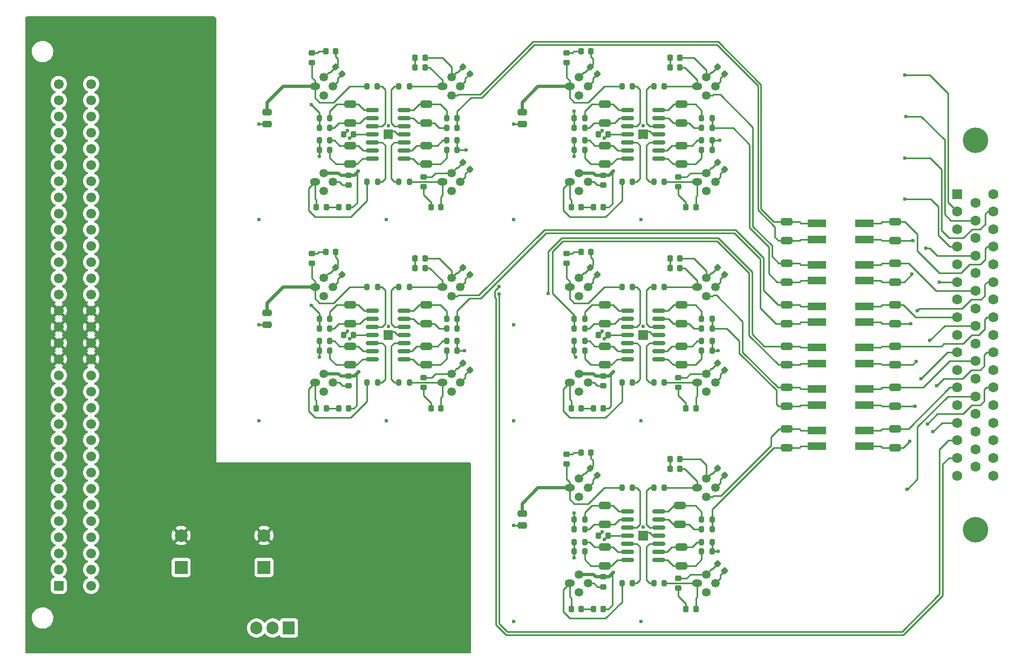
<source format=gbr>
%TF.GenerationSoftware,KiCad,Pcbnew,7.0.1*%
%TF.CreationDate,2023-05-27T02:15:05+02:00*%
%TF.ProjectId,main,6d61696e-2e6b-4696-9361-645f70636258,v1.0.1*%
%TF.SameCoordinates,Original*%
%TF.FileFunction,Copper,L4,Bot*%
%TF.FilePolarity,Positive*%
%FSLAX46Y46*%
G04 Gerber Fmt 4.6, Leading zero omitted, Abs format (unit mm)*
G04 Created by KiCad (PCBNEW 7.0.1) date 2023-05-27 02:15:05*
%MOMM*%
%LPD*%
G01*
G04 APERTURE LIST*
G04 Aperture macros list*
%AMRoundRect*
0 Rectangle with rounded corners*
0 $1 Rounding radius*
0 $2 $3 $4 $5 $6 $7 $8 $9 X,Y pos of 4 corners*
0 Add a 4 corners polygon primitive as box body*
4,1,4,$2,$3,$4,$5,$6,$7,$8,$9,$2,$3,0*
0 Add four circle primitives for the rounded corners*
1,1,$1+$1,$2,$3*
1,1,$1+$1,$4,$5*
1,1,$1+$1,$6,$7*
1,1,$1+$1,$8,$9*
0 Add four rect primitives between the rounded corners*
20,1,$1+$1,$2,$3,$4,$5,0*
20,1,$1+$1,$4,$5,$6,$7,0*
20,1,$1+$1,$6,$7,$8,$9,0*
20,1,$1+$1,$8,$9,$2,$3,0*%
G04 Aperture macros list end*
%TA.AperFunction,ComponentPad*%
%ADD10O,1.600000X1.200000*%
%TD*%
%TA.AperFunction,ComponentPad*%
%ADD11C,1.350000*%
%TD*%
%TA.AperFunction,ComponentPad*%
%ADD12R,1.905000X2.000000*%
%TD*%
%TA.AperFunction,ComponentPad*%
%ADD13O,1.905000X2.000000*%
%TD*%
%TA.AperFunction,ComponentPad*%
%ADD14C,4.000000*%
%TD*%
%TA.AperFunction,ComponentPad*%
%ADD15R,1.600000X1.600000*%
%TD*%
%TA.AperFunction,ComponentPad*%
%ADD16C,1.600000*%
%TD*%
%TA.AperFunction,ComponentPad*%
%ADD17R,2.000000X2.000000*%
%TD*%
%TA.AperFunction,ComponentPad*%
%ADD18C,2.000000*%
%TD*%
%TA.AperFunction,ComponentPad*%
%ADD19RoundRect,0.249999X0.525001X-0.525001X0.525001X0.525001X-0.525001X0.525001X-0.525001X-0.525001X0*%
%TD*%
%TA.AperFunction,ComponentPad*%
%ADD20C,1.550000*%
%TD*%
%TA.AperFunction,SMDPad,CuDef*%
%ADD21C,0.250000*%
%TD*%
%TA.AperFunction,SMDPad,CuDef*%
%ADD22C,0.500000*%
%TD*%
%TA.AperFunction,SMDPad,CuDef*%
%ADD23RoundRect,0.225000X0.250000X-0.225000X0.250000X0.225000X-0.250000X0.225000X-0.250000X-0.225000X0*%
%TD*%
%TA.AperFunction,SMDPad,CuDef*%
%ADD24R,2.850000X1.200000*%
%TD*%
%TA.AperFunction,SMDPad,CuDef*%
%ADD25RoundRect,0.200000X0.200000X0.275000X-0.200000X0.275000X-0.200000X-0.275000X0.200000X-0.275000X0*%
%TD*%
%TA.AperFunction,SMDPad,CuDef*%
%ADD26RoundRect,0.225000X-0.225000X-0.250000X0.225000X-0.250000X0.225000X0.250000X-0.225000X0.250000X0*%
%TD*%
%TA.AperFunction,SMDPad,CuDef*%
%ADD27RoundRect,0.250000X0.650000X-0.325000X0.650000X0.325000X-0.650000X0.325000X-0.650000X-0.325000X0*%
%TD*%
%TA.AperFunction,SMDPad,CuDef*%
%ADD28RoundRect,0.200000X-0.200000X-0.275000X0.200000X-0.275000X0.200000X0.275000X-0.200000X0.275000X0*%
%TD*%
%TA.AperFunction,SMDPad,CuDef*%
%ADD29RoundRect,0.250000X-0.650000X0.325000X-0.650000X-0.325000X0.650000X-0.325000X0.650000X0.325000X0*%
%TD*%
%TA.AperFunction,SMDPad,CuDef*%
%ADD30RoundRect,0.225000X0.225000X0.250000X-0.225000X0.250000X-0.225000X-0.250000X0.225000X-0.250000X0*%
%TD*%
%TA.AperFunction,SMDPad,CuDef*%
%ADD31RoundRect,0.225000X0.335876X0.017678X0.017678X0.335876X-0.335876X-0.017678X-0.017678X-0.335876X0*%
%TD*%
%TA.AperFunction,SMDPad,CuDef*%
%ADD32RoundRect,0.250000X0.475000X-0.250000X0.475000X0.250000X-0.475000X0.250000X-0.475000X-0.250000X0*%
%TD*%
%TA.AperFunction,SMDPad,CuDef*%
%ADD33RoundRect,0.150000X-0.825000X-0.150000X0.825000X-0.150000X0.825000X0.150000X-0.825000X0.150000X0*%
%TD*%
%TA.AperFunction,ViaPad*%
%ADD34C,0.600000*%
%TD*%
%TA.AperFunction,Conductor*%
%ADD35C,0.250000*%
%TD*%
%TA.AperFunction,Conductor*%
%ADD36C,0.500000*%
%TD*%
G04 APERTURE END LIST*
%TA.AperFunction,EtchedComponent*%
%TO.C,NT15*%
G36*
X103500000Y-103925000D02*
G01*
X103000000Y-103925000D01*
X103000000Y-103675000D01*
X103500000Y-103675000D01*
X103500000Y-103925000D01*
G37*
%TD.AperFunction*%
%TA.AperFunction,EtchedComponent*%
%TO.C,NT11*%
G36*
X103500000Y-72425000D02*
G01*
X103000000Y-72425000D01*
X103000000Y-72175000D01*
X103500000Y-72175000D01*
X103500000Y-72425000D01*
G37*
%TD.AperFunction*%
%TA.AperFunction,EtchedComponent*%
%TO.C,NT22*%
G36*
X132750000Y-142250000D02*
G01*
X131250000Y-142250000D01*
X131250000Y-140750000D01*
X132750000Y-140750000D01*
X132750000Y-142250000D01*
G37*
%TD.AperFunction*%
%TA.AperFunction,EtchedComponent*%
%TO.C,NT3*%
G36*
X143500000Y-103925000D02*
G01*
X143000000Y-103925000D01*
X143000000Y-103675000D01*
X143500000Y-103675000D01*
X143500000Y-103925000D01*
G37*
%TD.AperFunction*%
%TA.AperFunction,EtchedComponent*%
%TO.C,NT21*%
G36*
X132750000Y-110750000D02*
G01*
X131250000Y-110750000D01*
X131250000Y-109250000D01*
X132750000Y-109250000D01*
X132750000Y-110750000D01*
G37*
%TD.AperFunction*%
%TA.AperFunction,EtchedComponent*%
%TO.C,NT25*%
G36*
X132750000Y-79250000D02*
G01*
X131250000Y-79250000D01*
X131250000Y-77750000D01*
X132750000Y-77750000D01*
X132750000Y-79250000D01*
G37*
%TD.AperFunction*%
%TA.AperFunction,EtchedComponent*%
%TO.C,NT19*%
G36*
X143500000Y-72425000D02*
G01*
X143000000Y-72425000D01*
X143000000Y-72175000D01*
X143500000Y-72175000D01*
X143500000Y-72425000D01*
G37*
%TD.AperFunction*%
%TA.AperFunction,EtchedComponent*%
%TO.C,NT7*%
G36*
X143500000Y-135425000D02*
G01*
X143000000Y-135425000D01*
X143000000Y-135175000D01*
X143500000Y-135175000D01*
X143500000Y-135425000D01*
G37*
%TD.AperFunction*%
%TA.AperFunction,EtchedComponent*%
%TO.C,NT24*%
G36*
X92750000Y-110750000D02*
G01*
X91250000Y-110750000D01*
X91250000Y-109250000D01*
X92750000Y-109250000D01*
X92750000Y-110750000D01*
G37*
%TD.AperFunction*%
%TA.AperFunction,EtchedComponent*%
%TO.C,NT23*%
G36*
X92750000Y-79250000D02*
G01*
X91250000Y-79250000D01*
X91250000Y-77750000D01*
X92750000Y-77750000D01*
X92750000Y-79250000D01*
G37*
%TD.AperFunction*%
%TD*%
D10*
%TO.P,U10,1*%
%TO.N,Net-(R36-Pad2)*%
X100500000Y-117500000D03*
D11*
%TO.P,U10,2*%
%TO.N,/sheet61977749/GND_zener*%
X101914214Y-118914214D03*
%TO.P,U10,3*%
%TO.N,/Reference Block 1/V_heater_pos*%
X103328428Y-117500000D03*
%TO.P,U10,4*%
%TO.N,/sheet61977749/GND_heater*%
X101914214Y-116085786D03*
%TD*%
D10*
%TO.P,U13,1*%
%TO.N,Net-(R46-Pad2)*%
X120500000Y-102500000D03*
D11*
%TO.P,U13,2*%
%TO.N,/sheet61977B89/GND_zener*%
X121914214Y-103914214D03*
%TO.P,U13,3*%
%TO.N,/Reference Block 1/V_heater_pos*%
X123328428Y-102500000D03*
%TO.P,U13,4*%
%TO.N,/sheet61977B89/GND_heater*%
X121914214Y-101085786D03*
%TD*%
D10*
%TO.P,U9,1*%
%TO.N,Net-(R31-Pad2)*%
X100500000Y-102500000D03*
D11*
%TO.P,U9,2*%
%TO.N,/sheet61977749/GND_zener*%
X101914214Y-103914214D03*
%TO.P,U9,3*%
%TO.N,/Reference Block 1/V_heater_pos*%
X103328428Y-102500000D03*
%TO.P,U9,4*%
%TO.N,/sheet61977749/GND_heater*%
X101914214Y-101085786D03*
%TD*%
D10*
%TO.P,U5,1*%
%TO.N,Net-(R16-Pad2)*%
X140500000Y-86000000D03*
D11*
%TO.P,U5,2*%
%TO.N,/Reference Block 1/GND_zener*%
X141914214Y-87414214D03*
%TO.P,U5,3*%
%TO.N,/Reference Block 1/V_heater_pos*%
X143328428Y-86000000D03*
%TO.P,U5,4*%
%TO.N,/Reference Block 1/GND_heater*%
X141914214Y-84585786D03*
%TD*%
D10*
%TO.P,U23,1*%
%TO.N,Net-(R86-Pad2)*%
X80500000Y-71000000D03*
D11*
%TO.P,U23,2*%
%TO.N,/sheet6197BEAD/GND_zener*%
X81914214Y-72414214D03*
%TO.P,U23,3*%
%TO.N,/Reference Block 1/V_heater_pos*%
X83328428Y-71000000D03*
%TO.P,U23,4*%
%TO.N,/sheet6197BEAD/GND_heater*%
X81914214Y-69585786D03*
%TD*%
D10*
%TO.P,U4,1*%
%TO.N,Net-(R11-Pad2)*%
X140500000Y-71000000D03*
D11*
%TO.P,U4,2*%
%TO.N,/Reference Block 1/GND_zener*%
X141914214Y-72414214D03*
%TO.P,U4,3*%
%TO.N,/Reference Block 1/V_heater_pos*%
X143328428Y-71000000D03*
%TO.P,U4,4*%
%TO.N,/Reference Block 1/GND_heater*%
X141914214Y-69585786D03*
%TD*%
D10*
%TO.P,U24,1*%
%TO.N,Net-(R91-Pad2)*%
X100500000Y-71000000D03*
D11*
%TO.P,U24,2*%
%TO.N,/sheet6197BEAD/GND_zener*%
X101914214Y-72414214D03*
%TO.P,U24,3*%
%TO.N,/Reference Block 1/V_heater_pos*%
X103328428Y-71000000D03*
%TO.P,U24,4*%
%TO.N,/sheet6197BEAD/GND_heater*%
X101914214Y-69585786D03*
%TD*%
D10*
%TO.P,U20,1*%
%TO.N,Net-(R76-Pad2)*%
X140500000Y-149000000D03*
D11*
%TO.P,U20,2*%
%TO.N,/sheet6197811F/GND_zener*%
X141914214Y-150414214D03*
%TO.P,U20,3*%
%TO.N,/Reference Block 1/V_heater_pos*%
X143328428Y-149000000D03*
%TO.P,U20,4*%
%TO.N,/sheet6197811F/GND_heater*%
X141914214Y-147585786D03*
%TD*%
D10*
%TO.P,U14,1*%
%TO.N,Net-(R51-Pad2)*%
X140500000Y-102500000D03*
D11*
%TO.P,U14,2*%
%TO.N,/sheet61977B89/GND_zener*%
X141914214Y-103914214D03*
%TO.P,U14,3*%
%TO.N,/Reference Block 1/V_heater_pos*%
X143328428Y-102500000D03*
%TO.P,U14,4*%
%TO.N,/sheet61977B89/GND_heater*%
X141914214Y-101085786D03*
%TD*%
D10*
%TO.P,U18,1*%
%TO.N,Net-(R66-Pad2)*%
X120500000Y-134000000D03*
D11*
%TO.P,U18,2*%
%TO.N,/sheet6197811F/GND_zener*%
X121914214Y-135414214D03*
%TO.P,U18,3*%
%TO.N,/Reference Block 1/V_heater_pos*%
X123328428Y-134000000D03*
%TO.P,U18,4*%
%TO.N,/sheet6197811F/GND_heater*%
X121914214Y-132585786D03*
%TD*%
D10*
%TO.P,U3,1*%
%TO.N,Net-(R6-Pad2)*%
X120500000Y-71000000D03*
D11*
%TO.P,U3,2*%
%TO.N,/Reference Block 1/GND_zener*%
X121914214Y-72414214D03*
%TO.P,U3,3*%
%TO.N,/Reference Block 1/V_heater_pos*%
X123328428Y-71000000D03*
%TO.P,U3,4*%
%TO.N,/Reference Block 1/GND_heater*%
X121914214Y-69585786D03*
%TD*%
D10*
%TO.P,U19,1*%
%TO.N,Net-(R71-Pad2)*%
X140500000Y-134000000D03*
D11*
%TO.P,U19,2*%
%TO.N,/sheet6197811F/GND_zener*%
X141914214Y-135414214D03*
%TO.P,U19,3*%
%TO.N,/Reference Block 1/V_heater_pos*%
X143328428Y-134000000D03*
%TO.P,U19,4*%
%TO.N,/sheet6197811F/GND_heater*%
X141914214Y-132585786D03*
%TD*%
D10*
%TO.P,U8,1*%
%TO.N,Net-(R26-Pad2)*%
X80500000Y-102500000D03*
D11*
%TO.P,U8,2*%
%TO.N,/sheet61977749/GND_zener*%
X81914214Y-103914214D03*
%TO.P,U8,3*%
%TO.N,/Reference Block 1/V_heater_pos*%
X83328428Y-102500000D03*
%TO.P,U8,4*%
%TO.N,/sheet61977749/GND_heater*%
X81914214Y-101085786D03*
%TD*%
D10*
%TO.P,U7,1*%
%TO.N,Net-(R21-Pad2)*%
X80500000Y-117500000D03*
D11*
%TO.P,U7,2*%
%TO.N,/sheet61977749/GND_zener*%
X81914214Y-118914214D03*
%TO.P,U7,3*%
%TO.N,/Reference Block 1/V_heater_pos*%
X83328428Y-117500000D03*
%TO.P,U7,4*%
%TO.N,/sheet61977749/GND_heater*%
X81914214Y-116085786D03*
%TD*%
D12*
%TO.P,U26,1,ADJ*%
%TO.N,Net-(U26-ADJ)*%
X76400000Y-156000000D03*
D13*
%TO.P,U26,2,VO*%
%TO.N,/Reference Block 1/V_pos*%
X73860000Y-156000000D03*
%TO.P,U26,3,VI*%
%TO.N,Net-(#FLG0101-pwr)*%
X71320000Y-156000000D03*
%TD*%
D10*
%TO.P,U22,1*%
%TO.N,Net-(R81-Pad2)*%
X80500000Y-86000000D03*
D11*
%TO.P,U22,2*%
%TO.N,/sheet6197BEAD/GND_zener*%
X81914214Y-87414214D03*
%TO.P,U22,3*%
%TO.N,/Reference Block 1/V_heater_pos*%
X83328428Y-86000000D03*
%TO.P,U22,4*%
%TO.N,/sheet6197BEAD/GND_heater*%
X81914214Y-84585786D03*
%TD*%
D10*
%TO.P,U15,1*%
%TO.N,Net-(R56-Pad2)*%
X140500000Y-117500000D03*
D11*
%TO.P,U15,2*%
%TO.N,/sheet61977B89/GND_zener*%
X141914214Y-118914214D03*
%TO.P,U15,3*%
%TO.N,/Reference Block 1/V_heater_pos*%
X143328428Y-117500000D03*
%TO.P,U15,4*%
%TO.N,/sheet61977B89/GND_heater*%
X141914214Y-116085786D03*
%TD*%
D10*
%TO.P,U12,1*%
%TO.N,Net-(R41-Pad2)*%
X120500000Y-117500000D03*
D11*
%TO.P,U12,2*%
%TO.N,/sheet61977B89/GND_zener*%
X121914214Y-118914214D03*
%TO.P,U12,3*%
%TO.N,/Reference Block 1/V_heater_pos*%
X123328428Y-117500000D03*
%TO.P,U12,4*%
%TO.N,/sheet61977B89/GND_heater*%
X121914214Y-116085786D03*
%TD*%
D14*
%TO.P,J2,0,PAD*%
%TO.N,GND*%
X184140000Y-140555000D03*
X184140000Y-79445000D03*
D15*
%TO.P,J2,1*%
%TO.N,/D1+*%
X181300000Y-87900000D03*
D16*
%TO.P,J2,2*%
%TO.N,/D1-*%
X181300000Y-90670000D03*
%TO.P,J2,3*%
%TO.N,/D4+*%
X181300000Y-93440000D03*
%TO.P,J2,4*%
%TO.N,/D4-*%
X181300000Y-96180000D03*
%TO.P,J2,5*%
%TO.N,/D7+*%
X181300000Y-98950000D03*
%TO.P,J2,6*%
%TO.N,/D7-*%
X181300000Y-101720000D03*
%TO.P,J2,7*%
%TO.N,/D10+*%
X181300000Y-104460000D03*
%TO.P,J2,8*%
%TO.N,/D10-*%
X181300000Y-107230000D03*
%TO.P,J2,9*%
%TO.N,/D13+*%
X181300000Y-110000000D03*
%TO.P,J2,10*%
%TO.N,/D13-*%
X181300000Y-112740000D03*
%TO.P,J2,11*%
%TO.N,/D16+*%
X181300000Y-115490000D03*
%TO.P,J2,12*%
%TO.N,/D16-*%
X181300000Y-118280000D03*
%TO.P,J2,13*%
%TO.N,/D19+*%
X181300000Y-121050000D03*
%TO.P,J2,14*%
%TO.N,/D19-*%
X181300000Y-123820000D03*
%TO.P,J2,15*%
%TO.N,Net-(J2-Pad15)*%
X181300000Y-126560000D03*
%TO.P,J2,16*%
%TO.N,Net-(J2-Pad16)*%
X181300000Y-129330000D03*
%TO.P,J2,17*%
%TO.N,unconnected-(J2-Pad17)*%
X181300000Y-132100000D03*
%TO.P,J2,18*%
%TO.N,/D2+*%
X184140000Y-89300000D03*
%TO.P,J2,19*%
%TO.N,/D2-*%
X184140000Y-92040000D03*
%TO.P,J2,20*%
%TO.N,/D5+*%
X184140000Y-94810000D03*
%TO.P,J2,21*%
%TO.N,/D5-*%
X184140000Y-97580000D03*
%TO.P,J2,22*%
%TO.N,/D8+*%
X184140000Y-100320000D03*
%TO.P,J2,23*%
%TO.N,/D8-*%
X184140000Y-103090000D03*
%TO.P,J2,24*%
%TO.N,/D11+*%
X184140000Y-105860000D03*
%TO.P,J2,25*%
%TO.N,/D11-*%
X184140000Y-108600000D03*
%TO.P,J2,26*%
%TO.N,/D14+*%
X184140000Y-111400000D03*
%TO.P,J2,27*%
%TO.N,/D14-*%
X184140000Y-114110000D03*
%TO.P,J2,28*%
%TO.N,/D17+*%
X184140000Y-116910000D03*
%TO.P,J2,29*%
%TO.N,/D17-*%
X184140000Y-119680000D03*
%TO.P,J2,30*%
%TO.N,/D20+*%
X184140000Y-122420000D03*
%TO.P,J2,31*%
%TO.N,/D20-*%
X184140000Y-125190000D03*
%TO.P,J2,32*%
%TO.N,Net-(J2-Pad32)*%
X184140000Y-127960000D03*
%TO.P,J2,33*%
%TO.N,Net-(J2-Pad33)*%
X184140000Y-130700000D03*
%TO.P,J2,34*%
%TO.N,/D3+*%
X186980000Y-87900000D03*
%TO.P,J2,35*%
%TO.N,/D3-*%
X186980000Y-90670000D03*
%TO.P,J2,36*%
%TO.N,/D6+*%
X186980000Y-93440000D03*
%TO.P,J2,37*%
%TO.N,/D6-*%
X186980000Y-96180000D03*
%TO.P,J2,38*%
%TO.N,/D9+*%
X186980000Y-98950000D03*
%TO.P,J2,39*%
%TO.N,/D9-*%
X186980000Y-101720000D03*
%TO.P,J2,40*%
%TO.N,/D12+*%
X186980000Y-104460000D03*
%TO.P,J2,41*%
%TO.N,/D12-*%
X186980000Y-107230000D03*
%TO.P,J2,42*%
%TO.N,/D15+*%
X186980000Y-110000000D03*
%TO.P,J2,43*%
%TO.N,/D15-*%
X186980000Y-112740000D03*
%TO.P,J2,44*%
%TO.N,/D18+*%
X186980000Y-115490000D03*
%TO.P,J2,45*%
%TO.N,/D18-*%
X186980000Y-118280000D03*
%TO.P,J2,46*%
%TO.N,unconnected-(J2-Pad46)*%
X186980000Y-121050000D03*
%TO.P,J2,47*%
%TO.N,unconnected-(J2-Pad47)*%
X186980000Y-123820000D03*
%TO.P,J2,48*%
%TO.N,unconnected-(J2-Pad48)*%
X186980000Y-126560000D03*
%TO.P,J2,49*%
%TO.N,unconnected-(J2-Pad49)*%
X186980000Y-129330000D03*
%TO.P,J2,50*%
%TO.N,unconnected-(J2-Pad50)*%
X186980000Y-132100000D03*
%TD*%
D10*
%TO.P,U25,1*%
%TO.N,Net-(R96-Pad2)*%
X100500000Y-86000000D03*
D11*
%TO.P,U25,2*%
%TO.N,/sheet6197BEAD/GND_zener*%
X101914214Y-87414214D03*
%TO.P,U25,3*%
%TO.N,/Reference Block 1/V_heater_pos*%
X103328428Y-86000000D03*
%TO.P,U25,4*%
%TO.N,/sheet6197BEAD/GND_heater*%
X101914214Y-84585786D03*
%TD*%
D10*
%TO.P,U17,1*%
%TO.N,Net-(R61-Pad2)*%
X120500000Y-149000000D03*
D11*
%TO.P,U17,2*%
%TO.N,/sheet6197811F/GND_zener*%
X121914214Y-150414214D03*
%TO.P,U17,3*%
%TO.N,/Reference Block 1/V_heater_pos*%
X123328428Y-149000000D03*
%TO.P,U17,4*%
%TO.N,/sheet6197811F/GND_heater*%
X121914214Y-147585786D03*
%TD*%
D17*
%TO.P,C106,1*%
%TO.N,Net-(#FLG0101-pwr)*%
X59500000Y-146500000D03*
D18*
%TO.P,C106,2*%
%TO.N,GND*%
X59500000Y-141500000D03*
%TD*%
D10*
%TO.P,U2,1*%
%TO.N,Net-(R1-Pad2)*%
X120500000Y-86000000D03*
D11*
%TO.P,U2,2*%
%TO.N,/Reference Block 1/GND_zener*%
X121914214Y-87414214D03*
%TO.P,U2,3*%
%TO.N,/Reference Block 1/V_heater_pos*%
X123328428Y-86000000D03*
%TO.P,U2,4*%
%TO.N,/Reference Block 1/GND_heater*%
X121914214Y-84585786D03*
%TD*%
D17*
%TO.P,C107,1*%
%TO.N,/Reference Block 1/V_pos*%
X72500000Y-146500000D03*
D18*
%TO.P,C107,2*%
%TO.N,GND*%
X72500000Y-141500000D03*
%TD*%
D19*
%TO.P,J1,a1,Pin_a1*%
%TO.N,Net-(#FLG0101-pwr)*%
X40300000Y-149370000D03*
D20*
%TO.P,J1,a2,Pin_a2*%
X40300000Y-146830000D03*
%TO.P,J1,a3,Pin_a3*%
X40300000Y-144290000D03*
%TO.P,J1,a4,Pin_a4*%
%TO.N,unconnected-(J1-Pin_a4-Pada4)*%
X40300000Y-141750000D03*
%TO.P,J1,a5,Pin_a5*%
%TO.N,unconnected-(J1-Pin_a5-Pada5)*%
X40300000Y-139210000D03*
%TO.P,J1,a6,Pin_a6*%
%TO.N,unconnected-(J1-Pin_a6-Pada6)*%
X40300000Y-136670000D03*
%TO.P,J1,a7,Pin_a7*%
%TO.N,unconnected-(J1-Pin_a7-Pada7)*%
X40300000Y-134130000D03*
%TO.P,J1,a8,Pin_a8*%
%TO.N,unconnected-(J1-Pin_a8-Pada8)*%
X40300000Y-131590000D03*
%TO.P,J1,a9,Pin_a9*%
%TO.N,unconnected-(J1-Pin_a9-Pada9)*%
X40300000Y-129050000D03*
%TO.P,J1,a10,Pin_a10*%
%TO.N,unconnected-(J1-Pin_a10-Pada10)*%
X40300000Y-126510000D03*
%TO.P,J1,a11,Pin_a11*%
%TO.N,unconnected-(J1-Pin_a11-Pada11)*%
X40300000Y-123970000D03*
%TO.P,J1,a12,Pin_a12*%
%TO.N,unconnected-(J1-Pin_a12-Pada12)*%
X40300000Y-121430000D03*
%TO.P,J1,a13,Pin_a13*%
%TO.N,unconnected-(J1-Pin_a13-Pada13)*%
X40300000Y-118890000D03*
%TO.P,J1,a14,Pin_a14*%
%TO.N,unconnected-(J1-Pin_a14-Pada14)*%
X40300000Y-116350000D03*
%TO.P,J1,a15,Pin_a15*%
%TO.N,GND*%
X40300000Y-113810000D03*
%TO.P,J1,a16,Pin_a16*%
X40300000Y-111270000D03*
%TO.P,J1,a17,Pin_a17*%
X40300000Y-108730000D03*
%TO.P,J1,a18,Pin_a18*%
X40300000Y-106190000D03*
%TO.P,J1,a19,Pin_a19*%
%TO.N,unconnected-(J1-Pin_a19-Pada19)*%
X40300000Y-103650000D03*
%TO.P,J1,a20,Pin_a20*%
%TO.N,unconnected-(J1-Pin_a20-Pada20)*%
X40300000Y-101110000D03*
%TO.P,J1,a21,Pin_a21*%
%TO.N,unconnected-(J1-Pin_a21-Pada21)*%
X40300000Y-98570000D03*
%TO.P,J1,a22,Pin_a22*%
%TO.N,unconnected-(J1-Pin_a22-Pada22)*%
X40300000Y-96030000D03*
%TO.P,J1,a23,Pin_a23*%
%TO.N,unconnected-(J1-Pin_a23-Pada23)*%
X40300000Y-93490000D03*
%TO.P,J1,a24,Pin_a24*%
%TO.N,unconnected-(J1-Pin_a24-Pada24)*%
X40300000Y-90950000D03*
%TO.P,J1,a25,Pin_a25*%
%TO.N,unconnected-(J1-Pin_a25-Pada25)*%
X40300000Y-88410000D03*
%TO.P,J1,a26,Pin_a26*%
%TO.N,unconnected-(J1-Pin_a26-Pada26)*%
X40300000Y-85870000D03*
%TO.P,J1,a27,Pin_a27*%
%TO.N,unconnected-(J1-Pin_a27-Pada27)*%
X40300000Y-83330000D03*
%TO.P,J1,a28,Pin_a28*%
%TO.N,unconnected-(J1-Pin_a28-Pada28)*%
X40300000Y-80790000D03*
%TO.P,J1,a29,Pin_a29*%
%TO.N,unconnected-(J1-Pin_a29-Pada29)*%
X40300000Y-78250000D03*
%TO.P,J1,a30,Pin_a30*%
%TO.N,unconnected-(J1-Pin_a30-Pada30)*%
X40300000Y-75710000D03*
%TO.P,J1,a31,Pin_a31*%
%TO.N,unconnected-(J1-Pin_a31-Pada31)*%
X40300000Y-73170000D03*
%TO.P,J1,a32,Pin_a32*%
%TO.N,unconnected-(J1-Pin_a32-Pada32)*%
X40300000Y-70630000D03*
%TO.P,J1,c1,Pin_c1*%
%TO.N,Net-(#FLG0101-pwr)*%
X45380000Y-149370000D03*
%TO.P,J1,c2,Pin_c2*%
X45380000Y-146830000D03*
%TO.P,J1,c3,Pin_c3*%
X45380000Y-144290000D03*
%TO.P,J1,c4,Pin_c4*%
%TO.N,unconnected-(J1-Pin_c4-Padc4)*%
X45380000Y-141750000D03*
%TO.P,J1,c5,Pin_c5*%
%TO.N,unconnected-(J1-Pin_c5-Padc5)*%
X45380000Y-139210000D03*
%TO.P,J1,c6,Pin_c6*%
%TO.N,unconnected-(J1-Pin_c6-Padc6)*%
X45380000Y-136670000D03*
%TO.P,J1,c7,Pin_c7*%
%TO.N,unconnected-(J1-Pin_c7-Padc7)*%
X45380000Y-134130000D03*
%TO.P,J1,c8,Pin_c8*%
%TO.N,unconnected-(J1-Pin_c8-Padc8)*%
X45380000Y-131590000D03*
%TO.P,J1,c9,Pin_c9*%
%TO.N,unconnected-(J1-Pin_c9-Padc9)*%
X45380000Y-129050000D03*
%TO.P,J1,c10,Pin_c10*%
%TO.N,unconnected-(J1-Pin_c10-Padc10)*%
X45380000Y-126510000D03*
%TO.P,J1,c11,Pin_c11*%
%TO.N,unconnected-(J1-Pin_c11-Padc11)*%
X45380000Y-123970000D03*
%TO.P,J1,c12,Pin_c12*%
%TO.N,unconnected-(J1-Pin_c12-Padc12)*%
X45380000Y-121430000D03*
%TO.P,J1,c13,Pin_c13*%
%TO.N,unconnected-(J1-Pin_c13-Padc13)*%
X45380000Y-118890000D03*
%TO.P,J1,c14,Pin_c14*%
%TO.N,unconnected-(J1-Pin_c14-Padc14)*%
X45380000Y-116350000D03*
%TO.P,J1,c15,Pin_c15*%
%TO.N,GND*%
X45380000Y-113810000D03*
%TO.P,J1,c16,Pin_c16*%
X45380000Y-111270000D03*
%TO.P,J1,c17,Pin_c17*%
X45380000Y-108730000D03*
%TO.P,J1,c18,Pin_c18*%
X45380000Y-106190000D03*
%TO.P,J1,c19,Pin_c19*%
%TO.N,unconnected-(J1-Pin_c19-Padc19)*%
X45380000Y-103650000D03*
%TO.P,J1,c20,Pin_c20*%
%TO.N,unconnected-(J1-Pin_c20-Padc20)*%
X45380000Y-101110000D03*
%TO.P,J1,c21,Pin_c21*%
%TO.N,unconnected-(J1-Pin_c21-Padc21)*%
X45380000Y-98570000D03*
%TO.P,J1,c22,Pin_c22*%
%TO.N,unconnected-(J1-Pin_c22-Padc22)*%
X45380000Y-96030000D03*
%TO.P,J1,c23,Pin_c23*%
%TO.N,unconnected-(J1-Pin_c23-Padc23)*%
X45380000Y-93490000D03*
%TO.P,J1,c24,Pin_c24*%
%TO.N,unconnected-(J1-Pin_c24-Padc24)*%
X45380000Y-90950000D03*
%TO.P,J1,c25,Pin_c25*%
%TO.N,unconnected-(J1-Pin_c25-Padc25)*%
X45380000Y-88410000D03*
%TO.P,J1,c26,Pin_c26*%
%TO.N,unconnected-(J1-Pin_c26-Padc26)*%
X45380000Y-85870000D03*
%TO.P,J1,c27,Pin_c27*%
%TO.N,unconnected-(J1-Pin_c27-Padc27)*%
X45380000Y-83330000D03*
%TO.P,J1,c28,Pin_c28*%
%TO.N,unconnected-(J1-Pin_c28-Padc28)*%
X45380000Y-80790000D03*
%TO.P,J1,c29,Pin_c29*%
%TO.N,unconnected-(J1-Pin_c29-Padc29)*%
X45380000Y-78250000D03*
%TO.P,J1,c30,Pin_c30*%
%TO.N,unconnected-(J1-Pin_c30-Padc30)*%
X45380000Y-75710000D03*
%TO.P,J1,c31,Pin_c31*%
%TO.N,unconnected-(J1-Pin_c31-Padc31)*%
X45380000Y-73170000D03*
%TO.P,J1,c32,Pin_c32*%
%TO.N,unconnected-(J1-Pin_c32-Padc32)*%
X45380000Y-70630000D03*
%TD*%
D21*
%TO.P,NT15,1,1*%
%TO.N,/sheet61977749/GND_zener*%
X103000000Y-103800000D03*
%TO.P,NT15,2,2*%
%TO.N,Net-(C36-Pad2)*%
X103500000Y-103800000D03*
%TD*%
%TO.P,NT11,1,1*%
%TO.N,/sheet6197BEAD/GND_zener*%
X103000000Y-72300000D03*
%TO.P,NT11,2,2*%
%TO.N,Net-(C99-Pad2)*%
X103500000Y-72300000D03*
%TD*%
D22*
%TO.P,NT22,1,1*%
%TO.N,Net-(#FLG0104-pwr)*%
X132500000Y-141000000D03*
%TO.P,NT22,2,2*%
%TO.N,/sheet6197811F/GND_heater*%
X131500000Y-141000000D03*
%TO.P,NT22,3,3*%
%TO.N,/sheet6197811F/GND_zener*%
X132500000Y-142000000D03*
%TO.P,NT22,4,4*%
%TO.N,GND*%
X131500000Y-142000000D03*
%TD*%
D23*
%TO.P,C18,1*%
%TO.N,Net-(C18-Pad1)*%
X137500000Y-86775000D03*
%TO.P,C18,2*%
%TO.N,/Reference Block 1/GND_heater*%
X137500000Y-85225000D03*
%TD*%
D24*
%TO.P,L15,1,1*%
%TO.N,Net-(C78-Pad1)*%
X159275000Y-127500000D03*
%TO.P,L15,2,2*%
%TO.N,/D16+*%
X166725000Y-127500000D03*
%TO.P,L15,3,3*%
%TO.N,Net-(C78-Pad2)*%
X159275000Y-125000000D03*
%TO.P,L15,4,4*%
%TO.N,/D16-*%
X166725000Y-125000000D03*
%TD*%
D25*
%TO.P,R95,1*%
%TO.N,Net-(C99-Pad1)*%
X102825000Y-77500000D03*
%TO.P,R95,2*%
%TO.N,Net-(U21C--)*%
X101175000Y-77500000D03*
%TD*%
D26*
%TO.P,R62,1*%
%TO.N,Net-(R61-Pad2)*%
X120725000Y-153000000D03*
%TO.P,R62,2*%
%TO.N,Net-(C66-Pad1)*%
X122275000Y-153000000D03*
%TD*%
D24*
%TO.P,L19,1,1*%
%TO.N,Net-(C99-Pad1)*%
X159275000Y-95000000D03*
%TO.P,L19,2,2*%
%TO.N,/D6+*%
X166725000Y-95000000D03*
%TO.P,L19,3,3*%
%TO.N,Net-(C99-Pad2)*%
X159275000Y-92500000D03*
%TO.P,L19,4,4*%
%TO.N,/D6-*%
X166725000Y-92500000D03*
%TD*%
D27*
%TO.P,C58,1*%
%TO.N,/D14+*%
X171500000Y-121225000D03*
%TO.P,C58,2*%
%TO.N,/D14-*%
X171500000Y-118275000D03*
%TD*%
D28*
%TO.P,R85,1*%
%TO.N,Net-(C89-Pad1)*%
X81175000Y-79500000D03*
%TO.P,R85,2*%
%TO.N,Net-(U21A--)*%
X82825000Y-79500000D03*
%TD*%
%TO.P,R5,1*%
%TO.N,Net-(C5-Pad1)*%
X121175000Y-79500000D03*
%TO.P,R5,2*%
%TO.N,Net-(U1A--)*%
X122825000Y-79500000D03*
%TD*%
D29*
%TO.P,C9,1*%
%TO.N,Net-(C9-Pad1)*%
X126000000Y-73775000D03*
%TO.P,C9,2*%
%TO.N,Net-(U1B--)*%
X126000000Y-76725000D03*
%TD*%
D25*
%TO.P,R8,1*%
%TO.N,Net-(U1B-+)*%
X130325000Y-71000000D03*
%TO.P,R8,2*%
%TO.N,Net-(R6-Pad2)*%
X128675000Y-71000000D03*
%TD*%
D30*
%TO.P,R57,1*%
%TO.N,Net-(R56-Pad2)*%
X140275000Y-121500000D03*
%TO.P,R57,2*%
%TO.N,Net-(C60-Pad1)*%
X138725000Y-121500000D03*
%TD*%
D31*
%TO.P,C23,1*%
%TO.N,/Reference Block 1/V_heater_pos*%
X104798008Y-100548008D03*
%TO.P,C23,2*%
%TO.N,/sheet61977749/GND_heater*%
X103701992Y-99451992D03*
%TD*%
D25*
%TO.P,R99,1*%
%TO.N,Net-(C104-Pad1)*%
X102825000Y-81000000D03*
%TO.P,R99,2*%
%TO.N,Net-(C103-Pad1)*%
X101175000Y-81000000D03*
%TD*%
D30*
%TO.P,R37,1*%
%TO.N,Net-(R36-Pad2)*%
X100275000Y-121500000D03*
%TO.P,R37,2*%
%TO.N,Net-(C39-Pad1)*%
X98725000Y-121500000D03*
%TD*%
D27*
%TO.P,C19,1*%
%TO.N,Net-(C19-Pad1)*%
X138000000Y-83225000D03*
%TO.P,C19,2*%
%TO.N,Net-(U1D--)*%
X138000000Y-80275000D03*
%TD*%
D25*
%TO.P,R23,1*%
%TO.N,Net-(U6A-+)*%
X90325000Y-117500000D03*
%TO.P,R23,2*%
%TO.N,Net-(R21-Pad2)*%
X88675000Y-117500000D03*
%TD*%
%TO.P,R88,1*%
%TO.N,Net-(U21B-+)*%
X90295000Y-71000000D03*
%TO.P,R88,2*%
%TO.N,Net-(R86-Pad2)*%
X88645000Y-71000000D03*
%TD*%
D26*
%TO.P,C8,1*%
%TO.N,Net-(C8-Pad1)*%
X122225000Y-65500000D03*
%TO.P,C8,2*%
%TO.N,/Reference Block 1/GND_heater*%
X123775000Y-65500000D03*
%TD*%
%TO.P,R42,1*%
%TO.N,Net-(R41-Pad2)*%
X120725000Y-121500000D03*
%TO.P,R42,2*%
%TO.N,Net-(C45-Pad1)*%
X122275000Y-121500000D03*
%TD*%
D28*
%TO.P,R29,1*%
%TO.N,Net-(C31-Pad1)*%
X81175000Y-107500000D03*
%TO.P,R29,2*%
%TO.N,Net-(C30-Pad1)*%
X82825000Y-107500000D03*
%TD*%
D26*
%TO.P,R82,1*%
%TO.N,Net-(R81-Pad2)*%
X80725000Y-90000000D03*
%TO.P,R82,2*%
%TO.N,Net-(C87-Pad1)*%
X82275000Y-90000000D03*
%TD*%
D25*
%TO.P,R39,1*%
%TO.N,Net-(C41-Pad1)*%
X102825000Y-112500000D03*
%TO.P,R39,2*%
%TO.N,Net-(C40-Pad1)*%
X101175000Y-112500000D03*
%TD*%
D28*
%TO.P,R90,1*%
%TO.N,Net-(C94-Pad1)*%
X81175000Y-77500000D03*
%TO.P,R90,2*%
%TO.N,Net-(U21B--)*%
X82825000Y-77500000D03*
%TD*%
D31*
%TO.P,C12,1*%
%TO.N,/Reference Block 1/V_heater_pos*%
X144798008Y-69048008D03*
%TO.P,C12,2*%
%TO.N,/Reference Block 1/GND_heater*%
X143701992Y-67951992D03*
%TD*%
D28*
%TO.P,R30,1*%
%TO.N,Net-(C31-Pad1)*%
X81175000Y-109000000D03*
%TO.P,R30,2*%
%TO.N,Net-(U6B--)*%
X82825000Y-109000000D03*
%TD*%
D24*
%TO.P,L10,1,1*%
%TO.N,Net-(C52-Pad1)*%
X159275000Y-114500000D03*
%TO.P,L10,2,2*%
%TO.N,/D12+*%
X166725000Y-114500000D03*
%TO.P,L10,3,3*%
%TO.N,Net-(C52-Pad2)*%
X159275000Y-112000000D03*
%TO.P,L10,4,4*%
%TO.N,/D12-*%
X166725000Y-112000000D03*
%TD*%
D21*
%TO.P,NT3,1,1*%
%TO.N,/sheet61977B89/GND_zener*%
X143000000Y-103800000D03*
%TO.P,NT3,2,2*%
%TO.N,Net-(C57-Pad2)*%
X143500000Y-103800000D03*
%TD*%
D31*
%TO.P,C101,1*%
%TO.N,/Reference Block 1/V_heater_pos*%
X84798008Y-69048008D03*
%TO.P,C101,2*%
%TO.N,/sheet6197BEAD/GND_heater*%
X83701992Y-67951992D03*
%TD*%
D22*
%TO.P,NT21,1,1*%
%TO.N,Net-(#FLG0103-pwr)*%
X132500000Y-109500000D03*
%TO.P,NT21,2,2*%
%TO.N,/sheet61977B89/GND_heater*%
X131500000Y-109500000D03*
%TO.P,NT21,3,3*%
%TO.N,/sheet61977B89/GND_zener*%
X132500000Y-110500000D03*
%TO.P,NT21,4,4*%
%TO.N,GND*%
X131500000Y-110500000D03*
%TD*%
D30*
%TO.P,C1,1*%
%TO.N,/Reference Block 1/V_heater_pos*%
X126525000Y-78500000D03*
%TO.P,C1,2*%
%TO.N,GND*%
X124975000Y-78500000D03*
%TD*%
D28*
%TO.P,R18,1*%
%TO.N,Net-(U1D-+)*%
X133675000Y-86000000D03*
%TO.P,R18,2*%
%TO.N,Net-(R16-Pad2)*%
X135325000Y-86000000D03*
%TD*%
D27*
%TO.P,C100,1*%
%TO.N,/D6+*%
X171500000Y-95225000D03*
%TO.P,C100,2*%
%TO.N,/D6-*%
X171500000Y-92275000D03*
%TD*%
D26*
%TO.P,C29,1*%
%TO.N,Net-(C29-Pad1)*%
X82225000Y-97000000D03*
%TO.P,C29,2*%
%TO.N,/sheet61977749/GND_heater*%
X83775000Y-97000000D03*
%TD*%
D31*
%TO.P,C80,1*%
%TO.N,/Reference Block 1/V_heater_pos*%
X124798008Y-132048008D03*
%TO.P,C80,2*%
%TO.N,/sheet6197811F/GND_heater*%
X123701992Y-130951992D03*
%TD*%
D28*
%TO.P,R65,1*%
%TO.N,Net-(C68-Pad1)*%
X121175000Y-142500000D03*
%TO.P,R65,2*%
%TO.N,Net-(U16A--)*%
X122825000Y-142500000D03*
%TD*%
D31*
%TO.P,C49,1*%
%TO.N,/Reference Block 1/V_heater_pos*%
X144798008Y-115548008D03*
%TO.P,C49,2*%
%TO.N,/sheet61977B89/GND_heater*%
X143701992Y-114451992D03*
%TD*%
%TO.P,C38,1*%
%TO.N,/Reference Block 1/V_heater_pos*%
X84798008Y-100548008D03*
%TO.P,C38,2*%
%TO.N,/sheet61977749/GND_heater*%
X83701992Y-99451992D03*
%TD*%
D26*
%TO.P,C50,1*%
%TO.N,Net-(C50-Pad1)*%
X122225000Y-97000000D03*
%TO.P,C50,2*%
%TO.N,/sheet61977B89/GND_heater*%
X123775000Y-97000000D03*
%TD*%
D23*
%TO.P,R27,1*%
%TO.N,Net-(R26-Pad2)*%
X80000000Y-98775000D03*
%TO.P,R27,2*%
%TO.N,Net-(C29-Pad1)*%
X80000000Y-97225000D03*
%TD*%
D28*
%TO.P,R93,1*%
%TO.N,Net-(U21C-+)*%
X93675000Y-71000000D03*
%TO.P,R93,2*%
%TO.N,Net-(R91-Pad2)*%
X95325000Y-71000000D03*
%TD*%
D23*
%TO.P,R87,1*%
%TO.N,Net-(R86-Pad2)*%
X80000000Y-67275000D03*
%TO.P,R87,2*%
%TO.N,Net-(C92-Pad1)*%
X80000000Y-65725000D03*
%TD*%
D32*
%TO.P,R6,1*%
%TO.N,/Reference Block 1/V_pos*%
X113000000Y-76950000D03*
%TO.P,R6,2*%
%TO.N,Net-(R6-Pad2)*%
X113000000Y-75050000D03*
%TD*%
D29*
%TO.P,C72,1*%
%TO.N,Net-(C72-Pad1)*%
X126000000Y-136775000D03*
%TO.P,C72,2*%
%TO.N,Net-(U16B--)*%
X126000000Y-139725000D03*
%TD*%
%TO.P,C93,1*%
%TO.N,Net-(C93-Pad1)*%
X86000000Y-73775000D03*
%TO.P,C93,2*%
%TO.N,Net-(U21B--)*%
X86000000Y-76725000D03*
%TD*%
D26*
%TO.P,C92,1*%
%TO.N,Net-(C92-Pad1)*%
X82225000Y-65500000D03*
%TO.P,C92,2*%
%TO.N,/sheet6197BEAD/GND_heater*%
X83775000Y-65500000D03*
%TD*%
D31*
%TO.P,C28,1*%
%TO.N,/Reference Block 1/V_heater_pos*%
X104798008Y-115548008D03*
%TO.P,C28,2*%
%TO.N,/sheet61977749/GND_heater*%
X103701992Y-114451992D03*
%TD*%
D27*
%TO.P,C46,1*%
%TO.N,Net-(C46-Pad1)*%
X126000000Y-114725000D03*
%TO.P,C46,2*%
%TO.N,Net-(U11A--)*%
X126000000Y-111775000D03*
%TD*%
%TO.P,C78,1*%
%TO.N,Net-(C78-Pad1)*%
X154500000Y-127725000D03*
%TO.P,C78,2*%
%TO.N,Net-(C78-Pad2)*%
X154500000Y-124775000D03*
%TD*%
D26*
%TO.P,C13,1*%
%TO.N,Net-(C13-Pad1)*%
X136225000Y-66500000D03*
%TO.P,C13,2*%
%TO.N,/Reference Block 1/GND_heater*%
X137775000Y-66500000D03*
%TD*%
D27*
%TO.P,C99,1*%
%TO.N,Net-(C99-Pad1)*%
X154500000Y-95225000D03*
%TO.P,C99,2*%
%TO.N,Net-(C99-Pad2)*%
X154500000Y-92275000D03*
%TD*%
D25*
%TO.P,R75,1*%
%TO.N,Net-(C78-Pad1)*%
X142825000Y-140500000D03*
%TO.P,R75,2*%
%TO.N,Net-(U16C--)*%
X141175000Y-140500000D03*
%TD*%
D26*
%TO.P,C55,1*%
%TO.N,Net-(C55-Pad1)*%
X136225000Y-98000000D03*
%TO.P,C55,2*%
%TO.N,/sheet61977B89/GND_heater*%
X137775000Y-98000000D03*
%TD*%
%TO.P,C66,1*%
%TO.N,Net-(C66-Pad1)*%
X124225000Y-153000000D03*
%TO.P,C66,2*%
%TO.N,/sheet6197811F/GND_heater*%
X125775000Y-153000000D03*
%TD*%
D25*
%TO.P,R83,1*%
%TO.N,Net-(U21A-+)*%
X90325000Y-86000000D03*
%TO.P,R83,2*%
%TO.N,Net-(R81-Pad2)*%
X88675000Y-86000000D03*
%TD*%
D27*
%TO.P,C82,1*%
%TO.N,Net-(C82-Pad1)*%
X138000000Y-146225000D03*
%TO.P,C82,2*%
%TO.N,Net-(U16D--)*%
X138000000Y-143275000D03*
%TD*%
D30*
%TO.P,C43,1*%
%TO.N,/Reference Block 1/V_heater_pos*%
X126525000Y-110000000D03*
%TO.P,C43,2*%
%TO.N,GND*%
X124975000Y-110000000D03*
%TD*%
%TO.P,R12,1*%
%TO.N,Net-(R11-Pad2)*%
X137775000Y-68000000D03*
%TO.P,R12,2*%
%TO.N,Net-(C13-Pad1)*%
X136225000Y-68000000D03*
%TD*%
D26*
%TO.P,C34,1*%
%TO.N,Net-(C34-Pad1)*%
X96225000Y-98000000D03*
%TO.P,C34,2*%
%TO.N,/sheet61977749/GND_heater*%
X97775000Y-98000000D03*
%TD*%
D28*
%TO.P,R4,1*%
%TO.N,Net-(C5-Pad1)*%
X121175000Y-81000000D03*
%TO.P,R4,2*%
%TO.N,Net-(C4-Pad1)*%
X122825000Y-81000000D03*
%TD*%
%TO.P,R69,1*%
%TO.N,Net-(C73-Pad1)*%
X121175000Y-139000000D03*
%TO.P,R69,2*%
%TO.N,Net-(C72-Pad1)*%
X122825000Y-139000000D03*
%TD*%
D26*
%TO.P,C71,1*%
%TO.N,Net-(C71-Pad1)*%
X122225000Y-128500000D03*
%TO.P,C71,2*%
%TO.N,/sheet6197811F/GND_heater*%
X123775000Y-128500000D03*
%TD*%
D23*
%TO.P,C2,1*%
%TO.N,/Reference Block 1/V_heater_pos*%
X125750000Y-86525000D03*
%TO.P,C2,2*%
%TO.N,/Reference Block 1/GND_heater*%
X125750000Y-84975000D03*
%TD*%
D30*
%TO.P,R32,1*%
%TO.N,Net-(R31-Pad2)*%
X97775000Y-99500000D03*
%TO.P,R32,2*%
%TO.N,Net-(C34-Pad1)*%
X96225000Y-99500000D03*
%TD*%
D24*
%TO.P,L7,1,1*%
%TO.N,Net-(C36-Pad1)*%
X159275000Y-108000000D03*
%TO.P,L7,2,2*%
%TO.N,/D10+*%
X166725000Y-108000000D03*
%TO.P,L7,3,3*%
%TO.N,Net-(C36-Pad2)*%
X159275000Y-105500000D03*
%TO.P,L7,4,4*%
%TO.N,/D10-*%
X166725000Y-105500000D03*
%TD*%
D26*
%TO.P,C76,1*%
%TO.N,Net-(C76-Pad1)*%
X136225000Y-129500000D03*
%TO.P,C76,2*%
%TO.N,/sheet6197811F/GND_heater*%
X137775000Y-129500000D03*
%TD*%
D25*
%TO.P,R34,1*%
%TO.N,Net-(C36-Pad1)*%
X102825000Y-107500000D03*
%TO.P,R34,2*%
%TO.N,Net-(C35-Pad1)*%
X101175000Y-107500000D03*
%TD*%
D28*
%TO.P,R49,1*%
%TO.N,Net-(C52-Pad1)*%
X121175000Y-107500000D03*
%TO.P,R49,2*%
%TO.N,Net-(C51-Pad1)*%
X122825000Y-107500000D03*
%TD*%
%TO.P,R24,1*%
%TO.N,Net-(C26-Pad1)*%
X81175000Y-112500000D03*
%TO.P,R24,2*%
%TO.N,Net-(C25-Pad1)*%
X82825000Y-112500000D03*
%TD*%
D25*
%TO.P,R60,1*%
%TO.N,Net-(C62-Pad1)*%
X142825000Y-111000000D03*
%TO.P,R60,2*%
%TO.N,Net-(U11D--)*%
X141175000Y-111000000D03*
%TD*%
D26*
%TO.P,R22,1*%
%TO.N,Net-(R21-Pad2)*%
X80725000Y-121500000D03*
%TO.P,R22,2*%
%TO.N,Net-(C24-Pad1)*%
X82275000Y-121500000D03*
%TD*%
D25*
%TO.P,R19,1*%
%TO.N,Net-(C20-Pad1)*%
X142825000Y-81000000D03*
%TO.P,R19,2*%
%TO.N,Net-(C19-Pad1)*%
X141175000Y-81000000D03*
%TD*%
D23*
%TO.P,C81,1*%
%TO.N,Net-(C81-Pad1)*%
X137500000Y-149775000D03*
%TO.P,C81,2*%
%TO.N,/sheet6197811F/GND_heater*%
X137500000Y-148225000D03*
%TD*%
%TO.P,R47,1*%
%TO.N,Net-(R46-Pad2)*%
X120000000Y-98775000D03*
%TO.P,R47,2*%
%TO.N,Net-(C50-Pad1)*%
X120000000Y-97225000D03*
%TD*%
D27*
%TO.P,C25,1*%
%TO.N,Net-(C25-Pad1)*%
X86000000Y-114725000D03*
%TO.P,C25,2*%
%TO.N,Net-(U6A--)*%
X86000000Y-111775000D03*
%TD*%
D28*
%TO.P,R89,1*%
%TO.N,Net-(C94-Pad1)*%
X81175000Y-76000000D03*
%TO.P,R89,2*%
%TO.N,Net-(C93-Pad1)*%
X82825000Y-76000000D03*
%TD*%
D25*
%TO.P,R20,1*%
%TO.N,Net-(C20-Pad1)*%
X142825000Y-79500000D03*
%TO.P,R20,2*%
%TO.N,Net-(U1D--)*%
X141175000Y-79500000D03*
%TD*%
D29*
%TO.P,C14,1*%
%TO.N,Net-(C14-Pad1)*%
X138000000Y-73775000D03*
%TO.P,C14,2*%
%TO.N,Net-(U1C--)*%
X138000000Y-76725000D03*
%TD*%
D28*
%TO.P,R84,1*%
%TO.N,Net-(C89-Pad1)*%
X81175000Y-81000000D03*
%TO.P,R84,2*%
%TO.N,Net-(C88-Pad1)*%
X82825000Y-81000000D03*
%TD*%
D30*
%TO.P,R72,1*%
%TO.N,Net-(R71-Pad2)*%
X137775000Y-131000000D03*
%TO.P,R72,2*%
%TO.N,Net-(C76-Pad1)*%
X136225000Y-131000000D03*
%TD*%
D25*
%TO.P,R63,1*%
%TO.N,Net-(U16A-+)*%
X130325000Y-149000000D03*
%TO.P,R63,2*%
%TO.N,Net-(R61-Pad2)*%
X128675000Y-149000000D03*
%TD*%
D29*
%TO.P,C98,1*%
%TO.N,Net-(C98-Pad1)*%
X98000000Y-73775000D03*
%TO.P,C98,2*%
%TO.N,Net-(U21C--)*%
X98000000Y-76725000D03*
%TD*%
D27*
%TO.P,C15,1*%
%TO.N,Net-(C15-Pad1)*%
X154500000Y-101725000D03*
%TO.P,C15,2*%
%TO.N,Net-(C15-Pad2)*%
X154500000Y-98775000D03*
%TD*%
D26*
%TO.P,R2,1*%
%TO.N,Net-(R1-Pad2)*%
X120725000Y-90000000D03*
%TO.P,R2,2*%
%TO.N,Net-(C3-Pad1)*%
X122275000Y-90000000D03*
%TD*%
D27*
%TO.P,C52,1*%
%TO.N,Net-(C52-Pad1)*%
X154500000Y-114725000D03*
%TO.P,C52,2*%
%TO.N,Net-(C52-Pad2)*%
X154500000Y-111775000D03*
%TD*%
D26*
%TO.P,C97,1*%
%TO.N,Net-(C97-Pad1)*%
X96225000Y-66500000D03*
%TO.P,C97,2*%
%TO.N,/sheet6197BEAD/GND_heater*%
X97775000Y-66500000D03*
%TD*%
D28*
%TO.P,R98,1*%
%TO.N,Net-(U21D-+)*%
X93675000Y-86000000D03*
%TO.P,R98,2*%
%TO.N,Net-(R96-Pad2)*%
X95325000Y-86000000D03*
%TD*%
D32*
%TO.P,R66,1*%
%TO.N,/Reference Block 1/V_pos*%
X113000000Y-139950000D03*
%TO.P,R66,2*%
%TO.N,Net-(R66-Pad2)*%
X113000000Y-138050000D03*
%TD*%
D26*
%TO.P,C45,1*%
%TO.N,Net-(C45-Pad1)*%
X124225000Y-121500000D03*
%TO.P,C45,2*%
%TO.N,/sheet61977B89/GND_heater*%
X125775000Y-121500000D03*
%TD*%
D23*
%TO.P,C54,1*%
%TO.N,/Reference Block 1/V_heater_pos*%
X125750000Y-118025000D03*
%TO.P,C54,2*%
%TO.N,/sheet61977B89/GND_heater*%
X125750000Y-116475000D03*
%TD*%
D27*
%TO.P,C53,1*%
%TO.N,/D12+*%
X171500000Y-114725000D03*
%TO.P,C53,2*%
%TO.N,/D12-*%
X171500000Y-111775000D03*
%TD*%
%TO.P,C88,1*%
%TO.N,Net-(C88-Pad1)*%
X86000000Y-83225000D03*
%TO.P,C88,2*%
%TO.N,Net-(U21A--)*%
X86000000Y-80275000D03*
%TD*%
%TO.P,C36,1*%
%TO.N,Net-(C36-Pad1)*%
X154500000Y-108225000D03*
%TO.P,C36,2*%
%TO.N,Net-(C36-Pad2)*%
X154500000Y-105275000D03*
%TD*%
D25*
%TO.P,R43,1*%
%TO.N,Net-(U11A-+)*%
X130325000Y-117500000D03*
%TO.P,R43,2*%
%TO.N,Net-(R41-Pad2)*%
X128675000Y-117500000D03*
%TD*%
D30*
%TO.P,C22,1*%
%TO.N,/Reference Block 1/V_heater_pos*%
X86525000Y-110000000D03*
%TO.P,C22,2*%
%TO.N,GND*%
X84975000Y-110000000D03*
%TD*%
D23*
%TO.P,R7,1*%
%TO.N,Net-(R6-Pad2)*%
X120000000Y-67275000D03*
%TO.P,R7,2*%
%TO.N,Net-(C8-Pad1)*%
X120000000Y-65725000D03*
%TD*%
D31*
%TO.P,C7,1*%
%TO.N,/Reference Block 1/V_heater_pos*%
X124798008Y-69048008D03*
%TO.P,C7,2*%
%TO.N,/Reference Block 1/GND_heater*%
X123701992Y-67951992D03*
%TD*%
D27*
%TO.P,C67,1*%
%TO.N,Net-(C67-Pad1)*%
X126000000Y-146225000D03*
%TO.P,C67,2*%
%TO.N,Net-(U16A--)*%
X126000000Y-143275000D03*
%TD*%
D29*
%TO.P,C51,1*%
%TO.N,Net-(C51-Pad1)*%
X126000000Y-105275000D03*
%TO.P,C51,2*%
%TO.N,Net-(U11B--)*%
X126000000Y-108225000D03*
%TD*%
D25*
%TO.P,R3,1*%
%TO.N,Net-(U1A-+)*%
X130325000Y-86000000D03*
%TO.P,R3,2*%
%TO.N,Net-(R1-Pad2)*%
X128675000Y-86000000D03*
%TD*%
%TO.P,R100,1*%
%TO.N,Net-(C104-Pad1)*%
X102825000Y-79500000D03*
%TO.P,R100,2*%
%TO.N,Net-(U21D--)*%
X101175000Y-79500000D03*
%TD*%
D28*
%TO.P,R58,1*%
%TO.N,Net-(U11D-+)*%
X133675000Y-117500000D03*
%TO.P,R58,2*%
%TO.N,Net-(R56-Pad2)*%
X135325000Y-117500000D03*
%TD*%
D29*
%TO.P,C56,1*%
%TO.N,Net-(C56-Pad1)*%
X138000000Y-105275000D03*
%TO.P,C56,2*%
%TO.N,Net-(U11C--)*%
X138000000Y-108225000D03*
%TD*%
D25*
%TO.P,R55,1*%
%TO.N,Net-(C57-Pad1)*%
X142825000Y-109000000D03*
%TO.P,R55,2*%
%TO.N,Net-(U11C--)*%
X141175000Y-109000000D03*
%TD*%
D31*
%TO.P,C91,1*%
%TO.N,/Reference Block 1/V_heater_pos*%
X104798008Y-84048008D03*
%TO.P,C91,2*%
%TO.N,/sheet6197BEAD/GND_heater*%
X103701992Y-82951992D03*
%TD*%
D30*
%TO.P,R92,1*%
%TO.N,Net-(R91-Pad2)*%
X97775000Y-68000000D03*
%TO.P,R92,2*%
%TO.N,Net-(C97-Pad1)*%
X96225000Y-68000000D03*
%TD*%
D23*
%TO.P,R67,1*%
%TO.N,Net-(R66-Pad2)*%
X120000000Y-130275000D03*
%TO.P,R67,2*%
%TO.N,Net-(C71-Pad1)*%
X120000000Y-128725000D03*
%TD*%
D28*
%TO.P,R64,1*%
%TO.N,Net-(C68-Pad1)*%
X121175000Y-144000000D03*
%TO.P,R64,2*%
%TO.N,Net-(C67-Pad1)*%
X122825000Y-144000000D03*
%TD*%
D30*
%TO.P,R77,1*%
%TO.N,Net-(R76-Pad2)*%
X140275000Y-153000000D03*
%TO.P,R77,2*%
%TO.N,Net-(C81-Pad1)*%
X138725000Y-153000000D03*
%TD*%
D29*
%TO.P,C35,1*%
%TO.N,Net-(C35-Pad1)*%
X98000000Y-105275000D03*
%TO.P,C35,2*%
%TO.N,Net-(U6C--)*%
X98000000Y-108225000D03*
%TD*%
D31*
%TO.P,C65,1*%
%TO.N,/Reference Block 1/V_heater_pos*%
X144798008Y-132048008D03*
%TO.P,C65,2*%
%TO.N,/sheet6197811F/GND_heater*%
X143701992Y-130951992D03*
%TD*%
D25*
%TO.P,R54,1*%
%TO.N,Net-(C57-Pad1)*%
X142825000Y-107500000D03*
%TO.P,R54,2*%
%TO.N,Net-(C56-Pad1)*%
X141175000Y-107500000D03*
%TD*%
D30*
%TO.P,C64,1*%
%TO.N,/Reference Block 1/V_heater_pos*%
X126525000Y-141500000D03*
%TO.P,C64,2*%
%TO.N,GND*%
X124975000Y-141500000D03*
%TD*%
D23*
%TO.P,C33,1*%
%TO.N,/Reference Block 1/V_heater_pos*%
X85750000Y-118025000D03*
%TO.P,C33,2*%
%TO.N,/sheet61977749/GND_heater*%
X85750000Y-116475000D03*
%TD*%
D28*
%TO.P,R45,1*%
%TO.N,Net-(C47-Pad1)*%
X121175000Y-111000000D03*
%TO.P,R45,2*%
%TO.N,Net-(U11A--)*%
X122825000Y-111000000D03*
%TD*%
D25*
%TO.P,R40,1*%
%TO.N,Net-(C41-Pad1)*%
X102825000Y-111000000D03*
%TO.P,R40,2*%
%TO.N,Net-(U6D--)*%
X101175000Y-111000000D03*
%TD*%
D24*
%TO.P,L3,1,1*%
%TO.N,Net-(C15-Pad1)*%
X159275000Y-101500000D03*
%TO.P,L3,2,2*%
%TO.N,/D8+*%
X166725000Y-101500000D03*
%TO.P,L3,3,3*%
%TO.N,Net-(C15-Pad2)*%
X159275000Y-99000000D03*
%TO.P,L3,4,4*%
%TO.N,/D8-*%
X166725000Y-99000000D03*
%TD*%
D27*
%TO.P,C57,1*%
%TO.N,Net-(C57-Pad1)*%
X154500000Y-121225000D03*
%TO.P,C57,2*%
%TO.N,Net-(C57-Pad2)*%
X154500000Y-118275000D03*
%TD*%
D28*
%TO.P,R73,1*%
%TO.N,Net-(U16C-+)*%
X133675000Y-134000000D03*
%TO.P,R73,2*%
%TO.N,Net-(R71-Pad2)*%
X135325000Y-134000000D03*
%TD*%
%TO.P,R9,1*%
%TO.N,Net-(C10-Pad1)*%
X121175000Y-76000000D03*
%TO.P,R9,2*%
%TO.N,Net-(C9-Pad1)*%
X122825000Y-76000000D03*
%TD*%
%TO.P,R33,1*%
%TO.N,Net-(U6C-+)*%
X93675000Y-102500000D03*
%TO.P,R33,2*%
%TO.N,Net-(R31-Pad2)*%
X95325000Y-102500000D03*
%TD*%
D27*
%TO.P,C103,1*%
%TO.N,Net-(C103-Pad1)*%
X98000000Y-83225000D03*
%TO.P,C103,2*%
%TO.N,Net-(U21D--)*%
X98000000Y-80275000D03*
%TD*%
D29*
%TO.P,C30,1*%
%TO.N,Net-(C30-Pad1)*%
X86000000Y-105275000D03*
%TO.P,C30,2*%
%TO.N,Net-(U6B--)*%
X86000000Y-108225000D03*
%TD*%
D28*
%TO.P,R25,1*%
%TO.N,Net-(C26-Pad1)*%
X81175000Y-111000000D03*
%TO.P,R25,2*%
%TO.N,Net-(U6A--)*%
X82825000Y-111000000D03*
%TD*%
D23*
%TO.P,C102,1*%
%TO.N,Net-(C102-Pad1)*%
X97500000Y-86775000D03*
%TO.P,C102,2*%
%TO.N,/sheet6197BEAD/GND_heater*%
X97500000Y-85225000D03*
%TD*%
%TO.P,C39,1*%
%TO.N,Net-(C39-Pad1)*%
X97500000Y-118275000D03*
%TO.P,C39,2*%
%TO.N,/sheet61977749/GND_heater*%
X97500000Y-116725000D03*
%TD*%
%TO.P,C96,1*%
%TO.N,/Reference Block 1/V_heater_pos*%
X85750000Y-86525000D03*
%TO.P,C96,2*%
%TO.N,/sheet6197BEAD/GND_heater*%
X85750000Y-84975000D03*
%TD*%
D24*
%TO.P,L11,1,1*%
%TO.N,Net-(C57-Pad1)*%
X159275000Y-121000000D03*
%TO.P,L11,2,2*%
%TO.N,/D14+*%
X166725000Y-121000000D03*
%TO.P,L11,3,3*%
%TO.N,Net-(C57-Pad2)*%
X159275000Y-118500000D03*
%TO.P,L11,4,4*%
%TO.N,/D14-*%
X166725000Y-118500000D03*
%TD*%
D27*
%TO.P,C16,1*%
%TO.N,/D8+*%
X171500000Y-101725000D03*
%TO.P,C16,2*%
%TO.N,/D8-*%
X171500000Y-98775000D03*
%TD*%
D23*
%TO.P,C75,1*%
%TO.N,/Reference Block 1/V_heater_pos*%
X125750000Y-149525000D03*
%TO.P,C75,2*%
%TO.N,/sheet6197811F/GND_heater*%
X125750000Y-147975000D03*
%TD*%
D31*
%TO.P,C70,1*%
%TO.N,/Reference Block 1/V_heater_pos*%
X144798008Y-147048008D03*
%TO.P,C70,2*%
%TO.N,/sheet6197811F/GND_heater*%
X143701992Y-145951992D03*
%TD*%
D30*
%TO.P,C85,1*%
%TO.N,/Reference Block 1/V_heater_pos*%
X86525000Y-78500000D03*
%TO.P,C85,2*%
%TO.N,GND*%
X84975000Y-78500000D03*
%TD*%
D27*
%TO.P,C61,1*%
%TO.N,Net-(C61-Pad1)*%
X138000000Y-114725000D03*
%TO.P,C61,2*%
%TO.N,Net-(U11D--)*%
X138000000Y-111775000D03*
%TD*%
D25*
%TO.P,R28,1*%
%TO.N,Net-(U6B-+)*%
X90325000Y-102500000D03*
%TO.P,R28,2*%
%TO.N,Net-(R26-Pad2)*%
X88675000Y-102500000D03*
%TD*%
D32*
%TO.P,R86,1*%
%TO.N,/Reference Block 1/V_pos*%
X73000000Y-76950000D03*
%TO.P,R86,2*%
%TO.N,Net-(R86-Pad2)*%
X73000000Y-75050000D03*
%TD*%
D31*
%TO.P,C86,1*%
%TO.N,/Reference Block 1/V_heater_pos*%
X104798008Y-69048008D03*
%TO.P,C86,2*%
%TO.N,/sheet6197BEAD/GND_heater*%
X103701992Y-67951992D03*
%TD*%
D25*
%TO.P,R35,1*%
%TO.N,Net-(C36-Pad1)*%
X102825000Y-109000000D03*
%TO.P,R35,2*%
%TO.N,Net-(U6C--)*%
X101175000Y-109000000D03*
%TD*%
D28*
%TO.P,R44,1*%
%TO.N,Net-(C47-Pad1)*%
X121175000Y-112500000D03*
%TO.P,R44,2*%
%TO.N,Net-(C46-Pad1)*%
X122825000Y-112500000D03*
%TD*%
%TO.P,R50,1*%
%TO.N,Net-(C52-Pad1)*%
X121175000Y-109000000D03*
%TO.P,R50,2*%
%TO.N,Net-(U11B--)*%
X122825000Y-109000000D03*
%TD*%
%TO.P,R13,1*%
%TO.N,Net-(U1C-+)*%
X133675000Y-71000000D03*
%TO.P,R13,2*%
%TO.N,Net-(R11-Pad2)*%
X135325000Y-71000000D03*
%TD*%
D22*
%TO.P,NT25,1,1*%
%TO.N,Net-(#FLG0107-pwr)*%
X132500000Y-78000000D03*
%TO.P,NT25,2,2*%
%TO.N,/Reference Block 1/GND_heater*%
X131500000Y-78000000D03*
%TO.P,NT25,3,3*%
%TO.N,/Reference Block 1/GND_zener*%
X132500000Y-79000000D03*
%TO.P,NT25,4,4*%
%TO.N,GND*%
X131500000Y-79000000D03*
%TD*%
D32*
%TO.P,R26,1*%
%TO.N,/Reference Block 1/V_pos*%
X73000000Y-108450000D03*
%TO.P,R26,2*%
%TO.N,Net-(R26-Pad2)*%
X73000000Y-106550000D03*
%TD*%
D25*
%TO.P,R80,1*%
%TO.N,Net-(C83-Pad1)*%
X142825000Y-142500000D03*
%TO.P,R80,2*%
%TO.N,Net-(U16D--)*%
X141175000Y-142500000D03*
%TD*%
%TO.P,R79,1*%
%TO.N,Net-(C83-Pad1)*%
X142825000Y-144000000D03*
%TO.P,R79,2*%
%TO.N,Net-(C82-Pad1)*%
X141175000Y-144000000D03*
%TD*%
%TO.P,R68,1*%
%TO.N,Net-(U16B-+)*%
X130325000Y-134000000D03*
%TO.P,R68,2*%
%TO.N,Net-(R66-Pad2)*%
X128675000Y-134000000D03*
%TD*%
D27*
%TO.P,C79,1*%
%TO.N,/D16+*%
X171500000Y-127725000D03*
%TO.P,C79,2*%
%TO.N,/D16-*%
X171500000Y-124775000D03*
%TD*%
%TO.P,C37,1*%
%TO.N,/D10+*%
X171500000Y-108225000D03*
%TO.P,C37,2*%
%TO.N,/D10-*%
X171500000Y-105275000D03*
%TD*%
D26*
%TO.P,C87,1*%
%TO.N,Net-(C87-Pad1)*%
X84225000Y-90000000D03*
%TO.P,C87,2*%
%TO.N,/sheet6197BEAD/GND_heater*%
X85775000Y-90000000D03*
%TD*%
D30*
%TO.P,R97,1*%
%TO.N,Net-(R96-Pad2)*%
X100275000Y-90000000D03*
%TO.P,R97,2*%
%TO.N,Net-(C102-Pad1)*%
X98725000Y-90000000D03*
%TD*%
D26*
%TO.P,C24,1*%
%TO.N,Net-(C24-Pad1)*%
X84225000Y-121500000D03*
%TO.P,C24,2*%
%TO.N,/sheet61977749/GND_heater*%
X85775000Y-121500000D03*
%TD*%
D23*
%TO.P,C60,1*%
%TO.N,Net-(C60-Pad1)*%
X137500000Y-118275000D03*
%TO.P,C60,2*%
%TO.N,/sheet61977B89/GND_heater*%
X137500000Y-116725000D03*
%TD*%
D33*
%TO.P,U1,1*%
%TO.N,Net-(C4-Pad1)*%
X129525000Y-82310000D03*
%TO.P,U1,2,-*%
%TO.N,Net-(U1A--)*%
X129525000Y-81040000D03*
%TO.P,U1,3,+*%
%TO.N,Net-(U1A-+)*%
X129525000Y-79770000D03*
%TO.P,U1,4,V+*%
%TO.N,/Reference Block 1/V_heater_pos*%
X129525000Y-78500000D03*
%TO.P,U1,5,+*%
%TO.N,Net-(U1B-+)*%
X129525000Y-77230000D03*
%TO.P,U1,6,-*%
%TO.N,Net-(U1B--)*%
X129525000Y-75960000D03*
%TO.P,U1,7*%
%TO.N,Net-(C9-Pad1)*%
X129525000Y-74690000D03*
%TO.P,U1,8*%
%TO.N,Net-(C14-Pad1)*%
X134475000Y-74690000D03*
%TO.P,U1,9,-*%
%TO.N,Net-(U1C--)*%
X134475000Y-75960000D03*
%TO.P,U1,10,+*%
%TO.N,Net-(U1C-+)*%
X134475000Y-77230000D03*
%TO.P,U1,11,V-*%
%TO.N,Net-(#FLG0107-pwr)*%
X134475000Y-78500000D03*
%TO.P,U1,12,+*%
%TO.N,Net-(U1D-+)*%
X134475000Y-79770000D03*
%TO.P,U1,13,-*%
%TO.N,Net-(U1D--)*%
X134475000Y-81040000D03*
%TO.P,U1,14*%
%TO.N,Net-(C19-Pad1)*%
X134475000Y-82310000D03*
%TD*%
D31*
%TO.P,C59,1*%
%TO.N,/Reference Block 1/V_heater_pos*%
X124798008Y-100548008D03*
%TO.P,C59,2*%
%TO.N,/sheet61977B89/GND_heater*%
X123701992Y-99451992D03*
%TD*%
D21*
%TO.P,NT19,1,1*%
%TO.N,/Reference Block 1/GND_zener*%
X143000000Y-72300000D03*
%TO.P,NT19,2,2*%
%TO.N,Net-(C15-Pad2)*%
X143500000Y-72300000D03*
%TD*%
D26*
%TO.P,C3,1*%
%TO.N,Net-(C3-Pad1)*%
X124225000Y-90000000D03*
%TO.P,C3,2*%
%TO.N,/Reference Block 1/GND_heater*%
X125775000Y-90000000D03*
%TD*%
D28*
%TO.P,R10,1*%
%TO.N,Net-(C10-Pad1)*%
X121175000Y-77500000D03*
%TO.P,R10,2*%
%TO.N,Net-(U1B--)*%
X122825000Y-77500000D03*
%TD*%
D30*
%TO.P,R52,1*%
%TO.N,Net-(R51-Pad2)*%
X137775000Y-99500000D03*
%TO.P,R52,2*%
%TO.N,Net-(C55-Pad1)*%
X136225000Y-99500000D03*
%TD*%
D31*
%TO.P,C44,1*%
%TO.N,/Reference Block 1/V_heater_pos*%
X144798008Y-100548008D03*
%TO.P,C44,2*%
%TO.N,/sheet61977B89/GND_heater*%
X143701992Y-99451992D03*
%TD*%
D21*
%TO.P,NT7,1,1*%
%TO.N,/sheet6197811F/GND_zener*%
X143000000Y-135300000D03*
%TO.P,NT7,2,2*%
%TO.N,Net-(C78-Pad2)*%
X143500000Y-135300000D03*
%TD*%
D25*
%TO.P,R94,1*%
%TO.N,Net-(C99-Pad1)*%
X102825000Y-76000000D03*
%TO.P,R94,2*%
%TO.N,Net-(C98-Pad1)*%
X101175000Y-76000000D03*
%TD*%
D27*
%TO.P,C40,1*%
%TO.N,Net-(C40-Pad1)*%
X98000000Y-114725000D03*
%TO.P,C40,2*%
%TO.N,Net-(U6D--)*%
X98000000Y-111775000D03*
%TD*%
D29*
%TO.P,C77,1*%
%TO.N,Net-(C77-Pad1)*%
X137750000Y-136775000D03*
%TO.P,C77,2*%
%TO.N,Net-(U16C--)*%
X137750000Y-139725000D03*
%TD*%
D25*
%TO.P,R74,1*%
%TO.N,Net-(C78-Pad1)*%
X142825000Y-139000000D03*
%TO.P,R74,2*%
%TO.N,Net-(C77-Pad1)*%
X141175000Y-139000000D03*
%TD*%
D30*
%TO.P,R17,1*%
%TO.N,Net-(R16-Pad2)*%
X140275000Y-90000000D03*
%TO.P,R17,2*%
%TO.N,Net-(C18-Pad1)*%
X138725000Y-90000000D03*
%TD*%
D25*
%TO.P,R15,1*%
%TO.N,Net-(C15-Pad1)*%
X142825000Y-77500000D03*
%TO.P,R15,2*%
%TO.N,Net-(U1C--)*%
X141175000Y-77500000D03*
%TD*%
%TO.P,R14,1*%
%TO.N,Net-(C15-Pad1)*%
X142825000Y-76000000D03*
%TO.P,R14,2*%
%TO.N,Net-(C14-Pad1)*%
X141175000Y-76000000D03*
%TD*%
%TO.P,R59,1*%
%TO.N,Net-(C62-Pad1)*%
X142825000Y-112500000D03*
%TO.P,R59,2*%
%TO.N,Net-(C61-Pad1)*%
X141175000Y-112500000D03*
%TD*%
D28*
%TO.P,R53,1*%
%TO.N,Net-(U11C-+)*%
X133675000Y-102500000D03*
%TO.P,R53,2*%
%TO.N,Net-(R51-Pad2)*%
X135325000Y-102500000D03*
%TD*%
%TO.P,R70,1*%
%TO.N,Net-(C73-Pad1)*%
X121175000Y-140500000D03*
%TO.P,R70,2*%
%TO.N,Net-(U16B--)*%
X122825000Y-140500000D03*
%TD*%
D22*
%TO.P,NT24,1,1*%
%TO.N,Net-(#FLG0106-pwr)*%
X92500000Y-109500000D03*
%TO.P,NT24,2,2*%
%TO.N,/sheet61977749/GND_heater*%
X91500000Y-109500000D03*
%TO.P,NT24,3,3*%
%TO.N,/sheet61977749/GND_zener*%
X92500000Y-110500000D03*
%TO.P,NT24,4,4*%
%TO.N,GND*%
X91500000Y-110500000D03*
%TD*%
%TO.P,NT23,1,1*%
%TO.N,Net-(#FLG0105-pwr)*%
X92500000Y-78000000D03*
%TO.P,NT23,2,2*%
%TO.N,/sheet6197BEAD/GND_heater*%
X91500000Y-78000000D03*
%TO.P,NT23,3,3*%
%TO.N,/sheet6197BEAD/GND_zener*%
X92500000Y-79000000D03*
%TO.P,NT23,4,4*%
%TO.N,GND*%
X91500000Y-79000000D03*
%TD*%
D28*
%TO.P,R38,1*%
%TO.N,Net-(U6D-+)*%
X93675000Y-117500000D03*
%TO.P,R38,2*%
%TO.N,Net-(R36-Pad2)*%
X95325000Y-117500000D03*
%TD*%
%TO.P,R78,1*%
%TO.N,Net-(U16D-+)*%
X133675000Y-149000000D03*
%TO.P,R78,2*%
%TO.N,Net-(R76-Pad2)*%
X135325000Y-149000000D03*
%TD*%
D31*
%TO.P,C17,1*%
%TO.N,/Reference Block 1/V_heater_pos*%
X144798008Y-84048008D03*
%TO.P,C17,2*%
%TO.N,/Reference Block 1/GND_heater*%
X143701992Y-82951992D03*
%TD*%
D25*
%TO.P,R48,1*%
%TO.N,Net-(U11B-+)*%
X130325000Y-102500000D03*
%TO.P,R48,2*%
%TO.N,Net-(R46-Pad2)*%
X128675000Y-102500000D03*
%TD*%
D27*
%TO.P,C4,1*%
%TO.N,Net-(C4-Pad1)*%
X126000000Y-83225000D03*
%TO.P,C4,2*%
%TO.N,Net-(U1A--)*%
X126000000Y-80275000D03*
%TD*%
D33*
%TO.P,U11,1*%
%TO.N,Net-(C46-Pad1)*%
X129525000Y-113810000D03*
%TO.P,U11,2,-*%
%TO.N,Net-(U11A--)*%
X129525000Y-112540000D03*
%TO.P,U11,3,+*%
%TO.N,Net-(U11A-+)*%
X129525000Y-111270000D03*
%TO.P,U11,4,V+*%
%TO.N,/Reference Block 1/V_heater_pos*%
X129525000Y-110000000D03*
%TO.P,U11,5,+*%
%TO.N,Net-(U11B-+)*%
X129525000Y-108730000D03*
%TO.P,U11,6,-*%
%TO.N,Net-(U11B--)*%
X129525000Y-107460000D03*
%TO.P,U11,7*%
%TO.N,Net-(C51-Pad1)*%
X129525000Y-106190000D03*
%TO.P,U11,8*%
%TO.N,Net-(C56-Pad1)*%
X134475000Y-106190000D03*
%TO.P,U11,9,-*%
%TO.N,Net-(U11C--)*%
X134475000Y-107460000D03*
%TO.P,U11,10,+*%
%TO.N,Net-(U11C-+)*%
X134475000Y-108730000D03*
%TO.P,U11,11,V-*%
%TO.N,Net-(#FLG0103-pwr)*%
X134475000Y-110000000D03*
%TO.P,U11,12,+*%
%TO.N,Net-(U11D-+)*%
X134475000Y-111270000D03*
%TO.P,U11,13,-*%
%TO.N,Net-(U11D--)*%
X134475000Y-112540000D03*
%TO.P,U11,14*%
%TO.N,Net-(C61-Pad1)*%
X134475000Y-113810000D03*
%TD*%
%TO.P,U21,1*%
%TO.N,Net-(C88-Pad1)*%
X89525000Y-82310000D03*
%TO.P,U21,2,-*%
%TO.N,Net-(U21A--)*%
X89525000Y-81040000D03*
%TO.P,U21,3,+*%
%TO.N,Net-(U21A-+)*%
X89525000Y-79770000D03*
%TO.P,U21,4,V+*%
%TO.N,/Reference Block 1/V_heater_pos*%
X89525000Y-78500000D03*
%TO.P,U21,5,+*%
%TO.N,Net-(U21B-+)*%
X89525000Y-77230000D03*
%TO.P,U21,6,-*%
%TO.N,Net-(U21B--)*%
X89525000Y-75960000D03*
%TO.P,U21,7*%
%TO.N,Net-(C93-Pad1)*%
X89525000Y-74690000D03*
%TO.P,U21,8*%
%TO.N,Net-(C98-Pad1)*%
X94475000Y-74690000D03*
%TO.P,U21,9,-*%
%TO.N,Net-(U21C--)*%
X94475000Y-75960000D03*
%TO.P,U21,10,+*%
%TO.N,Net-(U21C-+)*%
X94475000Y-77230000D03*
%TO.P,U21,11,V-*%
%TO.N,Net-(#FLG0105-pwr)*%
X94475000Y-78500000D03*
%TO.P,U21,12,+*%
%TO.N,Net-(U21D-+)*%
X94475000Y-79770000D03*
%TO.P,U21,13,-*%
%TO.N,Net-(U21D--)*%
X94475000Y-81040000D03*
%TO.P,U21,14*%
%TO.N,Net-(C103-Pad1)*%
X94475000Y-82310000D03*
%TD*%
%TO.P,U6,1*%
%TO.N,Net-(C25-Pad1)*%
X89525000Y-113810000D03*
%TO.P,U6,2,-*%
%TO.N,Net-(U6A--)*%
X89525000Y-112540000D03*
%TO.P,U6,3,+*%
%TO.N,Net-(U6A-+)*%
X89525000Y-111270000D03*
%TO.P,U6,4,V+*%
%TO.N,/Reference Block 1/V_heater_pos*%
X89525000Y-110000000D03*
%TO.P,U6,5,+*%
%TO.N,Net-(U6B-+)*%
X89525000Y-108730000D03*
%TO.P,U6,6,-*%
%TO.N,Net-(U6B--)*%
X89525000Y-107460000D03*
%TO.P,U6,7*%
%TO.N,Net-(C30-Pad1)*%
X89525000Y-106190000D03*
%TO.P,U6,8*%
%TO.N,Net-(C35-Pad1)*%
X94475000Y-106190000D03*
%TO.P,U6,9,-*%
%TO.N,Net-(U6C--)*%
X94475000Y-107460000D03*
%TO.P,U6,10,+*%
%TO.N,Net-(U6C-+)*%
X94475000Y-108730000D03*
%TO.P,U6,11,V-*%
%TO.N,Net-(#FLG0106-pwr)*%
X94475000Y-110000000D03*
%TO.P,U6,12,+*%
%TO.N,Net-(U6D-+)*%
X94475000Y-111270000D03*
%TO.P,U6,13,-*%
%TO.N,Net-(U6D--)*%
X94475000Y-112540000D03*
%TO.P,U6,14*%
%TO.N,Net-(C40-Pad1)*%
X94475000Y-113810000D03*
%TD*%
%TO.P,U16,1*%
%TO.N,Net-(C67-Pad1)*%
X129525000Y-145310000D03*
%TO.P,U16,2,-*%
%TO.N,Net-(U16A--)*%
X129525000Y-144040000D03*
%TO.P,U16,3,+*%
%TO.N,Net-(U16A-+)*%
X129525000Y-142770000D03*
%TO.P,U16,4,V+*%
%TO.N,/Reference Block 1/V_heater_pos*%
X129525000Y-141500000D03*
%TO.P,U16,5,+*%
%TO.N,Net-(U16B-+)*%
X129525000Y-140230000D03*
%TO.P,U16,6,-*%
%TO.N,Net-(U16B--)*%
X129525000Y-138960000D03*
%TO.P,U16,7*%
%TO.N,Net-(C72-Pad1)*%
X129525000Y-137690000D03*
%TO.P,U16,8*%
%TO.N,Net-(C77-Pad1)*%
X134475000Y-137690000D03*
%TO.P,U16,9,-*%
%TO.N,Net-(U16C--)*%
X134475000Y-138960000D03*
%TO.P,U16,10,+*%
%TO.N,Net-(U16C-+)*%
X134475000Y-140230000D03*
%TO.P,U16,11,V-*%
%TO.N,Net-(#FLG0104-pwr)*%
X134475000Y-141500000D03*
%TO.P,U16,12,+*%
%TO.N,Net-(U16D-+)*%
X134475000Y-142770000D03*
%TO.P,U16,13,-*%
%TO.N,Net-(U16D--)*%
X134475000Y-144040000D03*
%TO.P,U16,14*%
%TO.N,Net-(C82-Pad1)*%
X134475000Y-145310000D03*
%TD*%
D34*
%TO.N,GND*%
X131500000Y-142000000D03*
X131500000Y-79000000D03*
X91500000Y-110500000D03*
X80100000Y-147900000D03*
X125600000Y-140900000D03*
X91500000Y-79000000D03*
X125600000Y-77900000D03*
X125600000Y-109400000D03*
X85600000Y-77900000D03*
X131500000Y-110500000D03*
X85600000Y-109400000D03*
%TO.N,/Reference Block 1/V_pos*%
X111700000Y-154950000D03*
X111700000Y-91950000D03*
X92000000Y-77200000D03*
X131700000Y-123450000D03*
X92000000Y-108700000D03*
X132000000Y-108700000D03*
X132000000Y-140200000D03*
X71700000Y-108450000D03*
X132000000Y-77200000D03*
X111700000Y-108450000D03*
X71700000Y-91950000D03*
X131700000Y-154950000D03*
X91700000Y-123450000D03*
X131700000Y-91950000D03*
X111700000Y-123450000D03*
X111700000Y-76950000D03*
X71700000Y-76950000D03*
X91700000Y-91950000D03*
X71700000Y-123450000D03*
X111700000Y-139950000D03*
%TO.N,Net-(C5-Pad1)*%
X121175000Y-82000000D03*
%TO.N,/D1-*%
X173075000Y-69225000D03*
%TO.N,Net-(C10-Pad1)*%
X121175000Y-74900000D03*
%TO.N,/D2-*%
X173225000Y-75725000D03*
%TO.N,/D3-*%
X173075000Y-82225000D03*
%TO.N,Net-(C20-Pad1)*%
X144000000Y-79500000D03*
%TO.N,/D4-*%
X173100000Y-88700000D03*
%TO.N,Net-(C26-Pad1)*%
X81175000Y-113500000D03*
%TO.N,/D5-*%
X176400000Y-96400000D03*
%TO.N,Net-(C31-Pad1)*%
X79900000Y-105400000D03*
%TO.N,/D6+*%
X174300000Y-95225000D03*
%TO.N,/D7-*%
X178500000Y-101720000D03*
%TO.N,Net-(C41-Pad1)*%
X104000000Y-112500000D03*
%TO.N,/D8+*%
X174200000Y-100500000D03*
%TO.N,Net-(C47-Pad1)*%
X121400000Y-113500000D03*
%TO.N,/D9-*%
X175000000Y-106200000D03*
%TO.N,/D10+*%
X174000000Y-108225000D03*
%TO.N,/D11-*%
X177000000Y-110900000D03*
%TO.N,Net-(C62-Pad1)*%
X143800000Y-112500000D03*
%TO.N,/D12+*%
X174800000Y-114200000D03*
%TO.N,Net-(C68-Pad1)*%
X121175000Y-145000000D03*
%TO.N,/D13-*%
X175600000Y-116900000D03*
%TO.N,Net-(C73-Pad1)*%
X121175000Y-138000000D03*
%TO.N,/D14+*%
X174700000Y-121200000D03*
%TO.N,/D15-*%
X178100000Y-118000000D03*
%TO.N,Net-(C83-Pad1)*%
X143800000Y-144000000D03*
%TO.N,/D16+*%
X173800000Y-126700000D03*
%TO.N,Net-(C89-Pad1)*%
X81200000Y-82000000D03*
%TO.N,/D17-*%
X173375000Y-134225000D03*
%TO.N,Net-(C94-Pad1)*%
X79900000Y-73900000D03*
%TO.N,/D18-*%
X176600000Y-124000000D03*
%TO.N,/D19-*%
X177500000Y-125200000D03*
%TO.N,Net-(C104-Pad1)*%
X104250000Y-81000000D03*
%TO.N,Net-(J2-Pad16)*%
X109400000Y-102400000D03*
%TO.N,Net-(J2-Pad15)*%
X109400000Y-103600000D03*
%TO.N,/Reference Block 1/V_heater_pos*%
X125900000Y-142100000D03*
X125900000Y-79100000D03*
X125900000Y-110600000D03*
X85900000Y-79100000D03*
X85900000Y-110600000D03*
%TO.N,Net-(C52-Pad2)*%
X117100000Y-103500000D03*
%TO.N,/Reference Block 1/GND_heater*%
X127375000Y-84275000D03*
X131500000Y-78000000D03*
%TO.N,/sheet61977749/GND_heater*%
X91500000Y-109500000D03*
X87375000Y-115775000D03*
%TO.N,/sheet61977B89/GND_heater*%
X127375000Y-115775000D03*
X131500000Y-109500000D03*
%TO.N,/sheet6197811F/GND_heater*%
X127375000Y-147275000D03*
X131500000Y-141000000D03*
%TO.N,/sheet6197BEAD/GND_heater*%
X91500000Y-78000000D03*
X87325000Y-84325000D03*
%TO.N,/sheet61977B89/GND_zener*%
X132500000Y-110500000D03*
%TO.N,/sheet6197811F/GND_zener*%
X132500000Y-142000000D03*
%TO.N,/sheet6197BEAD/GND_zener*%
X92500000Y-79000000D03*
%TO.N,/sheet61977749/GND_zener*%
X92500000Y-110500000D03*
%TO.N,/Reference Block 1/GND_zener*%
X132500000Y-79000000D03*
%TD*%
D35*
%TO.N,GND*%
X124975000Y-110000000D02*
X125000000Y-110000000D01*
X125000000Y-141500000D02*
X125600000Y-140900000D01*
X124975000Y-141500000D02*
X125000000Y-141500000D01*
X85000000Y-110000000D02*
X85600000Y-109400000D01*
X124975000Y-78500000D02*
X125000000Y-78500000D01*
X84975000Y-110000000D02*
X85000000Y-110000000D01*
X85000000Y-78500000D02*
X85600000Y-77900000D01*
X84975000Y-78500000D02*
X85000000Y-78500000D01*
X125000000Y-110000000D02*
X125600000Y-109400000D01*
X125000000Y-78500000D02*
X125600000Y-77900000D01*
%TO.N,/Reference Block 1/V_pos*%
X113000000Y-76950000D02*
X111700000Y-76950000D01*
X73000000Y-108450000D02*
X71700000Y-108450000D01*
X113000000Y-139950000D02*
X111700000Y-139950000D01*
X73000000Y-76950000D02*
X71700000Y-76950000D01*
%TO.N,Net-(C3-Pad1)*%
X122275000Y-90000000D02*
X124225000Y-90000000D01*
%TO.N,Net-(U1A--)*%
X124375000Y-80275000D02*
X126000000Y-80275000D01*
X129525000Y-81040000D02*
X128040000Y-81040000D01*
X126000000Y-80275000D02*
X127275000Y-80275000D01*
X123600000Y-79500000D02*
X124375000Y-80275000D01*
X122825000Y-79500000D02*
X123600000Y-79500000D01*
X127275000Y-80275000D02*
X128040000Y-81040000D01*
%TO.N,Net-(C4-Pad1)*%
X123825000Y-83225000D02*
X126000000Y-83225000D01*
X126000000Y-83225000D02*
X127025000Y-83225000D01*
X122825000Y-81000000D02*
X122825000Y-82225000D01*
X127025000Y-83225000D02*
X127940000Y-82310000D01*
X122825000Y-82225000D02*
X123825000Y-83225000D01*
X129525000Y-82310000D02*
X127940000Y-82310000D01*
%TO.N,Net-(C5-Pad1)*%
X121175000Y-81000000D02*
X121175000Y-82000000D01*
X121175000Y-79500000D02*
X121175000Y-81000000D01*
%TO.N,/D1-*%
X179800000Y-72100000D02*
X179800000Y-89170000D01*
X173075000Y-69225000D02*
X176925000Y-69225000D01*
X176925000Y-69225000D02*
X179800000Y-72100000D01*
X179800000Y-89170000D02*
X181300000Y-90670000D01*
%TO.N,Net-(C8-Pad1)*%
X120875000Y-65725000D02*
X121100000Y-65500000D01*
X121100000Y-65500000D02*
X122225000Y-65500000D01*
X120000000Y-65725000D02*
X120875000Y-65725000D01*
%TO.N,Net-(U1B--)*%
X123500000Y-77500000D02*
X124275000Y-76725000D01*
X122825000Y-77500000D02*
X123500000Y-77500000D01*
X126000000Y-76725000D02*
X127525000Y-76725000D01*
X129525000Y-75960000D02*
X128290000Y-75960000D01*
X124275000Y-76725000D02*
X126000000Y-76725000D01*
X127525000Y-76725000D02*
X128290000Y-75960000D01*
%TO.N,Net-(C9-Pad1)*%
X126000000Y-73775000D02*
X127275000Y-73775000D01*
X122825000Y-76000000D02*
X122825000Y-74875000D01*
X128190000Y-74690000D02*
X129525000Y-74690000D01*
X123925000Y-73775000D02*
X126000000Y-73775000D01*
X122825000Y-74875000D02*
X123925000Y-73775000D01*
X127275000Y-73775000D02*
X128190000Y-74690000D01*
%TO.N,Net-(C10-Pad1)*%
X121175000Y-76000000D02*
X121175000Y-74900000D01*
X121175000Y-76000000D02*
X121175000Y-77500000D01*
%TO.N,/D2-*%
X175625000Y-75725000D02*
X179300000Y-79400000D01*
X180240000Y-92040000D02*
X179300000Y-91100000D01*
X173225000Y-75725000D02*
X175625000Y-75725000D01*
X179300000Y-79400000D02*
X179300000Y-91100000D01*
X184140000Y-92040000D02*
X180240000Y-92040000D01*
%TO.N,Net-(C13-Pad1)*%
X136225000Y-66500000D02*
X136225000Y-68000000D01*
%TO.N,Net-(U1C--)*%
X140000000Y-77500000D02*
X141175000Y-77500000D01*
X135960000Y-75960000D02*
X135710000Y-75960000D01*
X138000000Y-76725000D02*
X139225000Y-76725000D01*
X138000000Y-76725000D02*
X136725000Y-76725000D01*
X135710000Y-75960000D02*
X134475000Y-75960000D01*
X139225000Y-76725000D02*
X140000000Y-77500000D01*
X136725000Y-76725000D02*
X135960000Y-75960000D01*
%TO.N,Net-(C14-Pad1)*%
X134475000Y-74690000D02*
X135910000Y-74690000D01*
X140175000Y-73775000D02*
X141175000Y-74775000D01*
X138000000Y-73775000D02*
X140175000Y-73775000D01*
X135910000Y-74690000D02*
X136825000Y-73775000D01*
X141175000Y-76000000D02*
X141175000Y-74775000D01*
X136825000Y-73775000D02*
X138000000Y-73775000D01*
%TO.N,Net-(C15-Pad1)*%
X146100000Y-77500000D02*
X148700000Y-80100000D01*
X142825000Y-77500000D02*
X146100000Y-77500000D01*
X148700000Y-80100000D02*
X148700000Y-93200000D01*
X153025000Y-101725000D02*
X154500000Y-101725000D01*
X151700000Y-100400000D02*
X153025000Y-101725000D01*
X151700000Y-96200000D02*
X151700000Y-100400000D01*
X159275000Y-101500000D02*
X156750000Y-101500000D01*
X148700000Y-93200000D02*
X151700000Y-96200000D01*
X142825000Y-76000000D02*
X142825000Y-77500000D01*
X156525000Y-101725000D02*
X154500000Y-101725000D01*
X156750000Y-101500000D02*
X156525000Y-101725000D01*
%TO.N,/D3-*%
X178800000Y-93600000D02*
X180010000Y-94810000D01*
X186030000Y-90670000D02*
X186980000Y-90670000D01*
X185650000Y-92650000D02*
X185650000Y-91050000D01*
X184860000Y-93440000D02*
X185650000Y-92650000D01*
X178800000Y-84000000D02*
X178800000Y-93600000D01*
X173075000Y-82225000D02*
X177025000Y-82225000D01*
X177025000Y-82225000D02*
X178800000Y-84000000D01*
X180010000Y-94810000D02*
X182240000Y-94810000D01*
X185650000Y-91050000D02*
X186030000Y-90670000D01*
X183610000Y-93440000D02*
X184860000Y-93440000D01*
X182240000Y-94810000D02*
X183610000Y-93440000D01*
%TO.N,Net-(C18-Pad1)*%
X137500000Y-88000000D02*
X138725000Y-89225000D01*
X137500000Y-86775000D02*
X137500000Y-88000000D01*
X138725000Y-89225000D02*
X138725000Y-90000000D01*
%TO.N,Net-(U1D--)*%
X134475000Y-81040000D02*
X135710000Y-81040000D01*
X140500000Y-79500000D02*
X139725000Y-80275000D01*
X138000000Y-80275000D02*
X136475000Y-80275000D01*
X139725000Y-80275000D02*
X138000000Y-80275000D01*
X136475000Y-80275000D02*
X135710000Y-81040000D01*
X141175000Y-79500000D02*
X140500000Y-79500000D01*
%TO.N,Net-(C19-Pad1)*%
X139175000Y-83225000D02*
X138000000Y-83225000D01*
X140175000Y-83225000D02*
X139175000Y-83225000D01*
X138000000Y-83225000D02*
X136725000Y-83225000D01*
X141175000Y-81000000D02*
X141175000Y-82225000D01*
X141175000Y-82225000D02*
X140175000Y-83225000D01*
X136725000Y-83225000D02*
X135810000Y-82310000D01*
X135810000Y-82310000D02*
X134475000Y-82310000D01*
%TO.N,Net-(C20-Pad1)*%
X142825000Y-81000000D02*
X142825000Y-79500000D01*
X142825000Y-79500000D02*
X144000000Y-79500000D01*
%TO.N,/D4-*%
X173100000Y-88700000D02*
X177100000Y-88700000D01*
X178300000Y-89900000D02*
X178300000Y-94400000D01*
X180080000Y-96180000D02*
X181300000Y-96180000D01*
X178300000Y-94400000D02*
X180080000Y-96180000D01*
X177100000Y-88700000D02*
X178300000Y-89900000D01*
%TO.N,Net-(C24-Pad1)*%
X82275000Y-121500000D02*
X84225000Y-121500000D01*
%TO.N,Net-(U6A--)*%
X87275000Y-111775000D02*
X88040000Y-112540000D01*
X89525000Y-112540000D02*
X88040000Y-112540000D01*
X83600000Y-111000000D02*
X84375000Y-111775000D01*
X82825000Y-111000000D02*
X83600000Y-111000000D01*
X84375000Y-111775000D02*
X86000000Y-111775000D01*
X86000000Y-111775000D02*
X87275000Y-111775000D01*
%TO.N,Net-(C25-Pad1)*%
X87025000Y-114725000D02*
X87940000Y-113810000D01*
X83825000Y-114725000D02*
X86000000Y-114725000D01*
X86000000Y-114725000D02*
X87025000Y-114725000D01*
X89525000Y-113810000D02*
X87940000Y-113810000D01*
X82825000Y-113725000D02*
X83825000Y-114725000D01*
X82825000Y-112500000D02*
X82825000Y-113725000D01*
%TO.N,Net-(C26-Pad1)*%
X81175000Y-112500000D02*
X81175000Y-113500000D01*
X81175000Y-111000000D02*
X81175000Y-112500000D01*
%TO.N,/D5-*%
X176925000Y-96400000D02*
X178105000Y-97580000D01*
X176400000Y-96400000D02*
X176925000Y-96400000D01*
X178105000Y-97580000D02*
X184140000Y-97580000D01*
%TO.N,Net-(C29-Pad1)*%
X81100000Y-97000000D02*
X82225000Y-97000000D01*
X80000000Y-97225000D02*
X80875000Y-97225000D01*
X80875000Y-97225000D02*
X81100000Y-97000000D01*
%TO.N,Net-(U6B--)*%
X83500000Y-109000000D02*
X84275000Y-108225000D01*
X89525000Y-107460000D02*
X88290000Y-107460000D01*
X82825000Y-109000000D02*
X83500000Y-109000000D01*
X84275000Y-108225000D02*
X86000000Y-108225000D01*
X86000000Y-108225000D02*
X87525000Y-108225000D01*
X87525000Y-108225000D02*
X88290000Y-107460000D01*
%TO.N,Net-(C30-Pad1)*%
X82825000Y-106375000D02*
X83925000Y-105275000D01*
X86000000Y-105275000D02*
X87275000Y-105275000D01*
X87275000Y-105275000D02*
X88190000Y-106190000D01*
X82825000Y-107500000D02*
X82825000Y-106375000D01*
X88190000Y-106190000D02*
X89525000Y-106190000D01*
X83925000Y-105275000D02*
X86000000Y-105275000D01*
%TO.N,Net-(C31-Pad1)*%
X81175000Y-106675000D02*
X81175000Y-107500000D01*
X79900000Y-105400000D02*
X81175000Y-106675000D01*
X81175000Y-107500000D02*
X81175000Y-109000000D01*
%TO.N,/D6-*%
X175000000Y-94200000D02*
X175000000Y-96800000D01*
X175000000Y-96800000D02*
X178520000Y-100320000D01*
X171500000Y-92275000D02*
X173075000Y-92275000D01*
X169250000Y-92500000D02*
X169475000Y-92275000D01*
X178520000Y-100320000D02*
X181880000Y-100320000D01*
X186020000Y-96180000D02*
X186980000Y-96180000D01*
X169475000Y-92275000D02*
X171500000Y-92275000D01*
X185700000Y-96500000D02*
X186020000Y-96180000D01*
X183250000Y-98950000D02*
X184950000Y-98950000D01*
X184950000Y-98950000D02*
X185700000Y-98200000D01*
X166725000Y-92500000D02*
X169250000Y-92500000D01*
X185700000Y-98200000D02*
X185700000Y-96500000D01*
X181880000Y-100320000D02*
X183250000Y-98950000D01*
X173075000Y-92275000D02*
X175000000Y-94200000D01*
%TO.N,/D6+*%
X174300000Y-95225000D02*
X171500000Y-95225000D01*
X169475000Y-95225000D02*
X171500000Y-95225000D01*
X166725000Y-95000000D02*
X169250000Y-95000000D01*
X169250000Y-95000000D02*
X169475000Y-95225000D01*
%TO.N,Net-(C34-Pad1)*%
X96225000Y-98000000D02*
X96225000Y-99500000D01*
%TO.N,Net-(U6C--)*%
X98000000Y-108225000D02*
X99225000Y-108225000D01*
X96725000Y-108225000D02*
X95960000Y-107460000D01*
X98000000Y-108225000D02*
X96725000Y-108225000D01*
X95960000Y-107460000D02*
X95710000Y-107460000D01*
X99225000Y-108225000D02*
X100000000Y-109000000D01*
X100000000Y-109000000D02*
X101175000Y-109000000D01*
X95710000Y-107460000D02*
X94475000Y-107460000D01*
%TO.N,Net-(C35-Pad1)*%
X100175000Y-105275000D02*
X101175000Y-106275000D01*
X101175000Y-107500000D02*
X101175000Y-106275000D01*
X94475000Y-106190000D02*
X95910000Y-106190000D01*
X98000000Y-105275000D02*
X100175000Y-105275000D01*
X96825000Y-105275000D02*
X98000000Y-105275000D01*
X95910000Y-106190000D02*
X96825000Y-105275000D01*
%TO.N,Net-(C36-Pad1)*%
X104750000Y-104250000D02*
X106500000Y-104250000D01*
X102825000Y-106175000D02*
X104750000Y-104250000D01*
X102825000Y-107500000D02*
X102825000Y-106175000D01*
X116750000Y-94000000D02*
X146300000Y-94000000D01*
X150400000Y-105800000D02*
X152825000Y-108225000D01*
X106500000Y-104250000D02*
X116750000Y-94000000D01*
X152825000Y-108225000D02*
X154500000Y-108225000D01*
X102825000Y-107500000D02*
X102825000Y-109000000D01*
X159275000Y-108000000D02*
X156750000Y-108000000D01*
X156525000Y-108225000D02*
X154500000Y-108225000D01*
X156750000Y-108000000D02*
X156525000Y-108225000D01*
X146300000Y-94000000D02*
X150400000Y-98100000D01*
X150400000Y-98100000D02*
X150400000Y-105800000D01*
%TO.N,/D7-*%
X178500000Y-101720000D02*
X181300000Y-101720000D01*
%TO.N,Net-(C39-Pad1)*%
X97500000Y-118275000D02*
X97500000Y-119500000D01*
X97500000Y-119500000D02*
X98725000Y-120725000D01*
X98725000Y-120725000D02*
X98725000Y-121500000D01*
%TO.N,Net-(U6D--)*%
X101175000Y-111000000D02*
X100500000Y-111000000D01*
X99725000Y-111775000D02*
X98000000Y-111775000D01*
X100500000Y-111000000D02*
X99725000Y-111775000D01*
X98000000Y-111775000D02*
X96475000Y-111775000D01*
X96475000Y-111775000D02*
X95710000Y-112540000D01*
X94475000Y-112540000D02*
X95710000Y-112540000D01*
%TO.N,Net-(C40-Pad1)*%
X100175000Y-114725000D02*
X99175000Y-114725000D01*
X96725000Y-114725000D02*
X95810000Y-113810000D01*
X98000000Y-114725000D02*
X96725000Y-114725000D01*
X95810000Y-113810000D02*
X94475000Y-113810000D01*
X101175000Y-113725000D02*
X100175000Y-114725000D01*
X101175000Y-112500000D02*
X101175000Y-113725000D01*
X99175000Y-114725000D02*
X98000000Y-114725000D01*
%TO.N,Net-(C41-Pad1)*%
X102825000Y-112500000D02*
X102825000Y-111000000D01*
X102825000Y-112500000D02*
X104000000Y-112500000D01*
%TO.N,/D8-*%
X177990000Y-103090000D02*
X173675000Y-98775000D01*
X173675000Y-98775000D02*
X171500000Y-98775000D01*
X169475000Y-98775000D02*
X171500000Y-98775000D01*
X184140000Y-103090000D02*
X177990000Y-103090000D01*
X169250000Y-99000000D02*
X169475000Y-98775000D01*
X166725000Y-99000000D02*
X169250000Y-99000000D01*
%TO.N,/D8+*%
X172975000Y-101725000D02*
X171500000Y-101725000D01*
X166725000Y-101500000D02*
X169250000Y-101500000D01*
X169475000Y-101725000D02*
X171500000Y-101725000D01*
X169250000Y-101500000D02*
X169475000Y-101725000D01*
X174200000Y-100500000D02*
X172975000Y-101725000D01*
%TO.N,Net-(C45-Pad1)*%
X122275000Y-121500000D02*
X124225000Y-121500000D01*
%TO.N,Net-(U11A--)*%
X126000000Y-111775000D02*
X127275000Y-111775000D01*
X123600000Y-111000000D02*
X124375000Y-111775000D01*
X127275000Y-111775000D02*
X128040000Y-112540000D01*
X124375000Y-111775000D02*
X126000000Y-111775000D01*
X122825000Y-111000000D02*
X123600000Y-111000000D01*
X129525000Y-112540000D02*
X128040000Y-112540000D01*
%TO.N,Net-(C46-Pad1)*%
X127025000Y-114725000D02*
X127940000Y-113810000D01*
X129525000Y-113810000D02*
X127940000Y-113810000D01*
X122825000Y-112500000D02*
X122825000Y-113725000D01*
X123825000Y-114725000D02*
X126000000Y-114725000D01*
X122825000Y-113725000D02*
X123825000Y-114725000D01*
X126000000Y-114725000D02*
X127025000Y-114725000D01*
%TO.N,Net-(C47-Pad1)*%
X121175000Y-112500000D02*
X121175000Y-113275000D01*
X121175000Y-113275000D02*
X121400000Y-113500000D01*
X121175000Y-111000000D02*
X121175000Y-112500000D01*
%TO.N,/D9-*%
X175050000Y-106200000D02*
X175390000Y-105860000D01*
X175390000Y-105860000D02*
X182040000Y-105860000D01*
X185040000Y-104460000D02*
X185600000Y-103900000D01*
X182040000Y-105860000D02*
X183440000Y-104460000D01*
X185600000Y-102100000D02*
X185980000Y-101720000D01*
X185600000Y-103900000D02*
X185600000Y-102100000D01*
X175000000Y-106200000D02*
X175050000Y-106200000D01*
X183440000Y-104460000D02*
X185040000Y-104460000D01*
X185980000Y-101720000D02*
X186980000Y-101720000D01*
%TO.N,Net-(C50-Pad1)*%
X121100000Y-97000000D02*
X122225000Y-97000000D01*
X120000000Y-97225000D02*
X120875000Y-97225000D01*
X120875000Y-97225000D02*
X121100000Y-97000000D01*
%TO.N,Net-(U11B--)*%
X124275000Y-108225000D02*
X126000000Y-108225000D01*
X126000000Y-108225000D02*
X127525000Y-108225000D01*
X123500000Y-109000000D02*
X124275000Y-108225000D01*
X129525000Y-107460000D02*
X128290000Y-107460000D01*
X122825000Y-109000000D02*
X123500000Y-109000000D01*
X127525000Y-108225000D02*
X128290000Y-107460000D01*
%TO.N,Net-(C51-Pad1)*%
X122825000Y-107500000D02*
X122825000Y-106375000D01*
X122825000Y-106375000D02*
X123925000Y-105275000D01*
X126000000Y-105275000D02*
X127275000Y-105275000D01*
X127275000Y-105275000D02*
X128190000Y-106190000D01*
X123925000Y-105275000D02*
X126000000Y-105275000D01*
X128190000Y-106190000D02*
X129525000Y-106190000D01*
%TO.N,Net-(C52-Pad1)*%
X117800000Y-96900000D02*
X119400000Y-95300000D01*
X121175000Y-107500000D02*
X121175000Y-106925000D01*
X148600000Y-100300000D02*
X148600000Y-110100000D01*
X121175000Y-106925000D02*
X117800000Y-103550000D01*
X143600000Y-95300000D02*
X148600000Y-100300000D01*
X153225000Y-114725000D02*
X154500000Y-114725000D01*
X148600000Y-110100000D02*
X153225000Y-114725000D01*
X121175000Y-107500000D02*
X121175000Y-109000000D01*
X159275000Y-114500000D02*
X156750000Y-114500000D01*
X156750000Y-114500000D02*
X156525000Y-114725000D01*
X156525000Y-114725000D02*
X154500000Y-114725000D01*
X119400000Y-95300000D02*
X143600000Y-95300000D01*
X117800000Y-103550000D02*
X117800000Y-96900000D01*
%TO.N,/D10-*%
X171500000Y-105275000D02*
X172775000Y-105275000D01*
X172775000Y-105275000D02*
X174730000Y-107230000D01*
X174730000Y-107230000D02*
X181300000Y-107230000D01*
X166725000Y-105500000D02*
X169250000Y-105500000D01*
X169250000Y-105500000D02*
X169475000Y-105275000D01*
X169475000Y-105275000D02*
X171500000Y-105275000D01*
%TO.N,/D10+*%
X171500000Y-108225000D02*
X174000000Y-108225000D01*
X169475000Y-108225000D02*
X171500000Y-108225000D01*
X166725000Y-108000000D02*
X169250000Y-108000000D01*
X169250000Y-108000000D02*
X169475000Y-108225000D01*
%TO.N,Net-(C55-Pad1)*%
X136225000Y-98000000D02*
X136225000Y-99500000D01*
%TO.N,Net-(U11C--)*%
X136725000Y-108225000D02*
X135960000Y-107460000D01*
X135960000Y-107460000D02*
X135710000Y-107460000D01*
X135710000Y-107460000D02*
X134475000Y-107460000D01*
X140000000Y-109000000D02*
X141175000Y-109000000D01*
X139225000Y-108225000D02*
X140000000Y-109000000D01*
X138000000Y-108225000D02*
X136725000Y-108225000D01*
X138000000Y-108225000D02*
X139225000Y-108225000D01*
%TO.N,Net-(C56-Pad1)*%
X141175000Y-107500000D02*
X141175000Y-106275000D01*
X134475000Y-106190000D02*
X135910000Y-106190000D01*
X138000000Y-105275000D02*
X140175000Y-105275000D01*
X135910000Y-106190000D02*
X136825000Y-105275000D01*
X136825000Y-105275000D02*
X138000000Y-105275000D01*
X140175000Y-105275000D02*
X141175000Y-106275000D01*
%TO.N,Net-(C57-Pad1)*%
X152900000Y-118700000D02*
X152900000Y-120900000D01*
X142825000Y-109000000D02*
X145100000Y-109000000D01*
X147100000Y-112900000D02*
X152900000Y-118700000D01*
X142825000Y-107500000D02*
X142825000Y-109000000D01*
X152900000Y-120900000D02*
X153225000Y-121225000D01*
X145100000Y-109000000D02*
X147100000Y-111000000D01*
X153225000Y-121225000D02*
X154500000Y-121225000D01*
X156525000Y-121225000D02*
X154500000Y-121225000D01*
X156750000Y-121000000D02*
X156525000Y-121225000D01*
X159275000Y-121000000D02*
X156750000Y-121000000D01*
X147100000Y-111000000D02*
X147100000Y-112900000D01*
%TO.N,/D11-*%
X179300000Y-108600000D02*
X184140000Y-108600000D01*
X177000000Y-110900000D02*
X179300000Y-108600000D01*
%TO.N,Net-(C60-Pad1)*%
X138725000Y-120725000D02*
X138725000Y-121500000D01*
X137500000Y-118275000D02*
X137500000Y-119500000D01*
X137500000Y-119500000D02*
X138725000Y-120725000D01*
%TO.N,Net-(U11D--)*%
X134475000Y-112540000D02*
X135710000Y-112540000D01*
X136475000Y-111775000D02*
X135710000Y-112540000D01*
X138000000Y-111775000D02*
X136475000Y-111775000D01*
X141175000Y-111000000D02*
X140500000Y-111000000D01*
X140500000Y-111000000D02*
X139725000Y-111775000D01*
X139725000Y-111775000D02*
X138000000Y-111775000D01*
%TO.N,Net-(C61-Pad1)*%
X135810000Y-113810000D02*
X134475000Y-113810000D01*
X139175000Y-114725000D02*
X138000000Y-114725000D01*
X141175000Y-113725000D02*
X140175000Y-114725000D01*
X138000000Y-114725000D02*
X136725000Y-114725000D01*
X140175000Y-114725000D02*
X139175000Y-114725000D01*
X141175000Y-112500000D02*
X141175000Y-113725000D01*
X136725000Y-114725000D02*
X135810000Y-113810000D01*
%TO.N,Net-(C62-Pad1)*%
X142825000Y-112500000D02*
X142825000Y-111000000D01*
X142825000Y-112500000D02*
X143800000Y-112500000D01*
%TO.N,/D12-*%
X185600000Y-109100000D02*
X185600000Y-107600000D01*
X178825000Y-111775000D02*
X179200000Y-111400000D01*
X185970000Y-107230000D02*
X186980000Y-107230000D01*
X184700000Y-110000000D02*
X185600000Y-109100000D01*
X171500000Y-111775000D02*
X178825000Y-111775000D01*
X183600000Y-110000000D02*
X184700000Y-110000000D01*
X166725000Y-112000000D02*
X169250000Y-112000000D01*
X179200000Y-111400000D02*
X182200000Y-111400000D01*
X169250000Y-112000000D02*
X169475000Y-111775000D01*
X169475000Y-111775000D02*
X171500000Y-111775000D01*
X182200000Y-111400000D02*
X183600000Y-110000000D01*
X185600000Y-107600000D02*
X185970000Y-107230000D01*
%TO.N,/D12+*%
X169475000Y-114725000D02*
X171500000Y-114725000D01*
X169250000Y-114500000D02*
X169475000Y-114725000D01*
X166725000Y-114500000D02*
X169250000Y-114500000D01*
X171500000Y-114725000D02*
X174275000Y-114725000D01*
X174275000Y-114725000D02*
X174800000Y-114200000D01*
%TO.N,Net-(C66-Pad1)*%
X122275000Y-153000000D02*
X124225000Y-153000000D01*
%TO.N,Net-(U16A--)*%
X124375000Y-143275000D02*
X126000000Y-143275000D01*
X122825000Y-142500000D02*
X123600000Y-142500000D01*
X129525000Y-144040000D02*
X128040000Y-144040000D01*
X127275000Y-143275000D02*
X128040000Y-144040000D01*
X126000000Y-143275000D02*
X127275000Y-143275000D01*
X123600000Y-142500000D02*
X124375000Y-143275000D01*
%TO.N,Net-(C67-Pad1)*%
X127025000Y-146225000D02*
X127940000Y-145310000D01*
X123825000Y-146225000D02*
X126000000Y-146225000D01*
X122825000Y-145225000D02*
X123825000Y-146225000D01*
X129525000Y-145310000D02*
X127940000Y-145310000D01*
X126000000Y-146225000D02*
X127025000Y-146225000D01*
X122825000Y-144000000D02*
X122825000Y-145225000D01*
%TO.N,Net-(C68-Pad1)*%
X121175000Y-142500000D02*
X121175000Y-144000000D01*
X121175000Y-144000000D02*
X121175000Y-145000000D01*
%TO.N,/D13-*%
X175600000Y-116900000D02*
X179760000Y-112740000D01*
X179760000Y-112740000D02*
X181300000Y-112740000D01*
%TO.N,Net-(C71-Pad1)*%
X121100000Y-128500000D02*
X122225000Y-128500000D01*
X120000000Y-128725000D02*
X120875000Y-128725000D01*
X120875000Y-128725000D02*
X121100000Y-128500000D01*
%TO.N,Net-(U16B--)*%
X123500000Y-140500000D02*
X124275000Y-139725000D01*
X124275000Y-139725000D02*
X126000000Y-139725000D01*
X129525000Y-138960000D02*
X128290000Y-138960000D01*
X122825000Y-140500000D02*
X123500000Y-140500000D01*
X126000000Y-139725000D02*
X127525000Y-139725000D01*
X127525000Y-139725000D02*
X128290000Y-138960000D01*
%TO.N,Net-(C72-Pad1)*%
X128190000Y-137690000D02*
X129525000Y-137690000D01*
X122825000Y-139000000D02*
X122825000Y-137875000D01*
X127275000Y-136775000D02*
X128190000Y-137690000D01*
X126000000Y-136775000D02*
X127275000Y-136775000D01*
X122825000Y-137875000D02*
X123925000Y-136775000D01*
X123925000Y-136775000D02*
X126000000Y-136775000D01*
%TO.N,Net-(C73-Pad1)*%
X121175000Y-138000000D02*
X121175000Y-139000000D01*
X121175000Y-139000000D02*
X121175000Y-140500000D01*
%TO.N,/D14-*%
X171500000Y-118275000D02*
X175925000Y-118275000D01*
X180090000Y-114110000D02*
X184140000Y-114110000D01*
X175925000Y-118275000D02*
X180090000Y-114110000D01*
X169475000Y-118275000D02*
X171500000Y-118275000D01*
X166725000Y-118500000D02*
X169250000Y-118500000D01*
X169250000Y-118500000D02*
X169475000Y-118275000D01*
%TO.N,/D14+*%
X174675000Y-121225000D02*
X174700000Y-121200000D01*
X171500000Y-121225000D02*
X174675000Y-121225000D01*
X169475000Y-121225000D02*
X171500000Y-121225000D01*
X166725000Y-121000000D02*
X169250000Y-121000000D01*
X169250000Y-121000000D02*
X169475000Y-121225000D01*
%TO.N,Net-(C76-Pad1)*%
X136225000Y-129500000D02*
X136225000Y-131000000D01*
%TO.N,Net-(U16C--)*%
X138000000Y-139725000D02*
X136725000Y-139725000D01*
X139225000Y-139725000D02*
X140000000Y-140500000D01*
X138000000Y-139725000D02*
X139225000Y-139725000D01*
X135710000Y-138960000D02*
X134475000Y-138960000D01*
X136725000Y-139725000D02*
X135960000Y-138960000D01*
X135960000Y-138960000D02*
X135710000Y-138960000D01*
X140000000Y-140500000D02*
X141175000Y-140500000D01*
%TO.N,Net-(C77-Pad1)*%
X141175000Y-139000000D02*
X141175000Y-137775000D01*
X138000000Y-136775000D02*
X140175000Y-136775000D01*
X135910000Y-137690000D02*
X136825000Y-136775000D01*
X140175000Y-136775000D02*
X141175000Y-137775000D01*
X134475000Y-137690000D02*
X135910000Y-137690000D01*
X136825000Y-136775000D02*
X138000000Y-136775000D01*
%TO.N,Net-(C78-Pad1)*%
X142825000Y-137375000D02*
X152475000Y-127725000D01*
X152475000Y-127725000D02*
X154500000Y-127725000D01*
X159275000Y-127500000D02*
X156750000Y-127500000D01*
X156525000Y-127725000D02*
X154500000Y-127725000D01*
X156750000Y-127500000D02*
X156525000Y-127725000D01*
X142825000Y-139000000D02*
X142825000Y-140500000D01*
X142825000Y-139000000D02*
X142825000Y-137375000D01*
%TO.N,/D15-*%
X183510000Y-115490000D02*
X184910000Y-115490000D01*
X185960000Y-112740000D02*
X186980000Y-112740000D01*
X182100000Y-116900000D02*
X183510000Y-115490000D01*
X178100000Y-118000000D02*
X179200000Y-116900000D01*
X185550000Y-113150000D02*
X185960000Y-112740000D01*
X185550000Y-114850000D02*
X185550000Y-113150000D01*
X184910000Y-115490000D02*
X185550000Y-114850000D01*
X179200000Y-116900000D02*
X182100000Y-116900000D01*
%TO.N,Net-(C81-Pad1)*%
X138725000Y-152225000D02*
X138725000Y-153000000D01*
X137500000Y-149775000D02*
X137500000Y-151000000D01*
X137500000Y-151000000D02*
X138725000Y-152225000D01*
%TO.N,Net-(U16D--)*%
X140500000Y-142500000D02*
X139725000Y-143275000D01*
X138000000Y-143275000D02*
X136475000Y-143275000D01*
X136475000Y-143275000D02*
X135710000Y-144040000D01*
X134475000Y-144040000D02*
X135710000Y-144040000D01*
X141175000Y-142500000D02*
X140500000Y-142500000D01*
X139725000Y-143275000D02*
X138000000Y-143275000D01*
%TO.N,Net-(C82-Pad1)*%
X141175000Y-144000000D02*
X141175000Y-145225000D01*
X135810000Y-145310000D02*
X134475000Y-145310000D01*
X141175000Y-145225000D02*
X140175000Y-146225000D01*
X139175000Y-146225000D02*
X138000000Y-146225000D01*
X138000000Y-146225000D02*
X136725000Y-146225000D01*
X140175000Y-146225000D02*
X139175000Y-146225000D01*
X136725000Y-146225000D02*
X135810000Y-145310000D01*
%TO.N,Net-(C83-Pad1)*%
X142825000Y-144000000D02*
X142825000Y-142500000D01*
X142825000Y-144000000D02*
X143800000Y-144000000D01*
%TO.N,/D16-*%
X166725000Y-125000000D02*
X169250000Y-125000000D01*
X171500000Y-124775000D02*
X173625000Y-124775000D01*
X180120000Y-118280000D02*
X181300000Y-118280000D01*
X169250000Y-125000000D02*
X169475000Y-124775000D01*
X169475000Y-124775000D02*
X171500000Y-124775000D01*
X173625000Y-124775000D02*
X180120000Y-118280000D01*
%TO.N,/D16+*%
X172775000Y-127725000D02*
X173800000Y-126700000D01*
X169475000Y-127725000D02*
X171500000Y-127725000D01*
X169250000Y-127500000D02*
X169475000Y-127725000D01*
X166725000Y-127500000D02*
X169250000Y-127500000D01*
X171500000Y-127725000D02*
X172775000Y-127725000D01*
%TO.N,Net-(C87-Pad1)*%
X82275000Y-90000000D02*
X84225000Y-90000000D01*
%TO.N,Net-(U21A--)*%
X86000000Y-80275000D02*
X87275000Y-80275000D01*
X82825000Y-79500000D02*
X83600000Y-79500000D01*
X89525000Y-81040000D02*
X88040000Y-81040000D01*
X83600000Y-79500000D02*
X84375000Y-80275000D01*
X87275000Y-80275000D02*
X88040000Y-81040000D01*
X84375000Y-80275000D02*
X86000000Y-80275000D01*
%TO.N,Net-(C88-Pad1)*%
X87025000Y-83225000D02*
X87940000Y-82310000D01*
X83825000Y-83225000D02*
X86000000Y-83225000D01*
X82825000Y-81000000D02*
X82825000Y-82225000D01*
X82825000Y-82225000D02*
X83825000Y-83225000D01*
X89525000Y-82310000D02*
X87940000Y-82310000D01*
X86000000Y-83225000D02*
X87025000Y-83225000D01*
%TO.N,Net-(C89-Pad1)*%
X81200000Y-82000000D02*
X81175000Y-81975000D01*
X81175000Y-81975000D02*
X81175000Y-81000000D01*
X81175000Y-79500000D02*
X81175000Y-81000000D01*
%TO.N,/D17-*%
X179820000Y-119680000D02*
X184140000Y-119680000D01*
X173375000Y-134225000D02*
X173475000Y-134225000D01*
X173475000Y-134225000D02*
X175050000Y-132650000D01*
X175050000Y-132650000D02*
X175050000Y-124450000D01*
X175050000Y-124450000D02*
X179820000Y-119680000D01*
%TO.N,Net-(C92-Pad1)*%
X80000000Y-65725000D02*
X80875000Y-65725000D01*
X81100000Y-65500000D02*
X82225000Y-65500000D01*
X80875000Y-65725000D02*
X81100000Y-65500000D01*
%TO.N,Net-(U21B--)*%
X86000000Y-76725000D02*
X87525000Y-76725000D01*
X84275000Y-76725000D02*
X86000000Y-76725000D01*
X83500000Y-77500000D02*
X84275000Y-76725000D01*
X89525000Y-75960000D02*
X88290000Y-75960000D01*
X82825000Y-77500000D02*
X83500000Y-77500000D01*
X87525000Y-76725000D02*
X88290000Y-75960000D01*
%TO.N,Net-(C93-Pad1)*%
X83925000Y-73775000D02*
X86000000Y-73775000D01*
X88190000Y-74690000D02*
X89525000Y-74690000D01*
X82825000Y-74875000D02*
X83925000Y-73775000D01*
X86000000Y-73775000D02*
X87275000Y-73775000D01*
X82825000Y-76000000D02*
X82825000Y-74875000D01*
X87275000Y-73775000D02*
X88190000Y-74690000D01*
%TO.N,Net-(C94-Pad1)*%
X79900000Y-73900000D02*
X81175000Y-75175000D01*
X81175000Y-75175000D02*
X81175000Y-76000000D01*
X81175000Y-76000000D02*
X81175000Y-77500000D01*
%TO.N,/D18-*%
X185500000Y-120400000D02*
X185500000Y-118600000D01*
X182180000Y-122420000D02*
X183550000Y-121050000D01*
X176600000Y-124000000D02*
X178180000Y-122420000D01*
X185500000Y-118600000D02*
X185820000Y-118280000D01*
X178180000Y-122420000D02*
X182180000Y-122420000D01*
X184850000Y-121050000D02*
X185500000Y-120400000D01*
X185820000Y-118280000D02*
X186980000Y-118280000D01*
X183550000Y-121050000D02*
X184850000Y-121050000D01*
%TO.N,Net-(C97-Pad1)*%
X96225000Y-68000000D02*
X96225000Y-66500000D01*
%TO.N,Net-(U21C--)*%
X95960000Y-75960000D02*
X95710000Y-75960000D01*
X99225000Y-76725000D02*
X100000000Y-77500000D01*
X95710000Y-75960000D02*
X94475000Y-75960000D01*
X98000000Y-76725000D02*
X99225000Y-76725000D01*
X96725000Y-76725000D02*
X95960000Y-75960000D01*
X100000000Y-77500000D02*
X101175000Y-77500000D01*
X98000000Y-76725000D02*
X96725000Y-76725000D01*
%TO.N,Net-(C98-Pad1)*%
X95910000Y-74690000D02*
X96825000Y-73775000D01*
X94475000Y-74690000D02*
X95910000Y-74690000D01*
X98000000Y-73775000D02*
X100175000Y-73775000D01*
X96825000Y-73775000D02*
X98000000Y-73775000D01*
X100175000Y-73775000D02*
X101175000Y-74775000D01*
X101175000Y-76000000D02*
X101175000Y-74775000D01*
%TO.N,Net-(C99-Pad1)*%
X152700000Y-93100000D02*
X152700000Y-94700000D01*
X114900000Y-64500000D02*
X143600000Y-64500000D01*
X150000000Y-90400000D02*
X152700000Y-93100000D01*
X102825000Y-76000000D02*
X102825000Y-74925000D01*
X150000000Y-70900000D02*
X150000000Y-90400000D01*
X143600000Y-64500000D02*
X150000000Y-70900000D01*
X156750000Y-95000000D02*
X156525000Y-95225000D01*
X159275000Y-95000000D02*
X156750000Y-95000000D01*
X156525000Y-95225000D02*
X154500000Y-95225000D01*
X105000000Y-72750000D02*
X106650000Y-72750000D01*
X152700000Y-94700000D02*
X153225000Y-95225000D01*
X153225000Y-95225000D02*
X154500000Y-95225000D01*
X106650000Y-72750000D02*
X114900000Y-64500000D01*
X102825000Y-74925000D02*
X105000000Y-72750000D01*
X102825000Y-76000000D02*
X102825000Y-77500000D01*
%TO.N,/D19-*%
X178880000Y-123820000D02*
X181300000Y-123820000D01*
X177500000Y-125200000D02*
X178880000Y-123820000D01*
%TO.N,Net-(C102-Pad1)*%
X97500000Y-88000000D02*
X98725000Y-89225000D01*
X97500000Y-86775000D02*
X97500000Y-88000000D01*
X98725000Y-89225000D02*
X98725000Y-90000000D01*
%TO.N,Net-(U21D--)*%
X99725000Y-80275000D02*
X98000000Y-80275000D01*
X101175000Y-79500000D02*
X100500000Y-79500000D01*
X100500000Y-79500000D02*
X99725000Y-80275000D01*
X94475000Y-81040000D02*
X95710000Y-81040000D01*
X98000000Y-80275000D02*
X96475000Y-80275000D01*
X96475000Y-80275000D02*
X95710000Y-81040000D01*
%TO.N,Net-(C103-Pad1)*%
X101175000Y-81000000D02*
X101175000Y-82225000D01*
X96725000Y-83225000D02*
X95810000Y-82310000D01*
X101175000Y-82225000D02*
X100175000Y-83225000D01*
X100175000Y-83225000D02*
X99175000Y-83225000D01*
X98000000Y-83225000D02*
X96725000Y-83225000D01*
X99175000Y-83225000D02*
X98000000Y-83225000D01*
X95810000Y-82310000D02*
X94475000Y-82310000D01*
%TO.N,Net-(C104-Pad1)*%
X102825000Y-81000000D02*
X104250000Y-81000000D01*
X102825000Y-81000000D02*
X102825000Y-79500000D01*
%TO.N,Net-(J2-Pad16)*%
X179970000Y-129330000D02*
X179000000Y-130300000D01*
X181300000Y-129330000D02*
X179970000Y-129330000D01*
X108900000Y-104300000D02*
X108700000Y-104100000D01*
X179000000Y-150900000D02*
X172800000Y-157100000D01*
X179000000Y-130300000D02*
X179000000Y-150900000D01*
X108900000Y-155500000D02*
X108900000Y-104300000D01*
X172800000Y-157100000D02*
X110500000Y-157100000D01*
X108700000Y-103100000D02*
X109400000Y-102400000D01*
X110500000Y-157100000D02*
X108900000Y-155500000D01*
X108700000Y-104100000D02*
X108700000Y-103100000D01*
%TO.N,Net-(J2-Pad15)*%
X110700000Y-156600000D02*
X109400000Y-155300000D01*
X178500000Y-150700000D02*
X172600000Y-156600000D01*
X178500000Y-128000000D02*
X178500000Y-150700000D01*
X181300000Y-126560000D02*
X179940000Y-126560000D01*
X172600000Y-156600000D02*
X110700000Y-156600000D01*
X109400000Y-155300000D02*
X109400000Y-103600000D01*
X179940000Y-126560000D02*
X178500000Y-128000000D01*
%TO.N,Net-(R1-Pad2)*%
X126100000Y-91500000D02*
X120500000Y-91500000D01*
X128675000Y-88925000D02*
X126100000Y-91500000D01*
X128675000Y-86000000D02*
X128675000Y-88925000D01*
X119500000Y-90500000D02*
X119500000Y-87000000D01*
X120500000Y-91500000D02*
X119500000Y-90500000D01*
X120725000Y-88825000D02*
X120725000Y-90000000D01*
X119500000Y-87000000D02*
X120500000Y-86000000D01*
X120500000Y-86000000D02*
X120500000Y-88600000D01*
X120500000Y-88600000D02*
X120725000Y-88825000D01*
%TO.N,Net-(R21-Pad2)*%
X88675000Y-117500000D02*
X88675000Y-120425000D01*
X86100000Y-123000000D02*
X80500000Y-123000000D01*
X80500000Y-123000000D02*
X79500000Y-122000000D01*
X80500000Y-117500000D02*
X80500000Y-120100000D01*
X80500000Y-120100000D02*
X80725000Y-120325000D01*
X88675000Y-120425000D02*
X86100000Y-123000000D01*
X80725000Y-120325000D02*
X80725000Y-121500000D01*
X79500000Y-118500000D02*
X80500000Y-117500000D01*
X79500000Y-122000000D02*
X79500000Y-118500000D01*
%TO.N,Net-(R41-Pad2)*%
X126100000Y-123000000D02*
X120500000Y-123000000D01*
X119500000Y-122000000D02*
X119500000Y-118500000D01*
X120500000Y-123000000D02*
X119500000Y-122000000D01*
X119500000Y-118500000D02*
X120500000Y-117500000D01*
X120725000Y-120325000D02*
X120725000Y-121500000D01*
X120500000Y-117500000D02*
X120500000Y-120100000D01*
X128675000Y-117500000D02*
X128675000Y-120425000D01*
X128675000Y-120425000D02*
X126100000Y-123000000D01*
X120500000Y-120100000D02*
X120725000Y-120325000D01*
%TO.N,Net-(R61-Pad2)*%
X119500000Y-150000000D02*
X120500000Y-149000000D01*
X126100000Y-154500000D02*
X120500000Y-154500000D01*
X120500000Y-154500000D02*
X119500000Y-153500000D01*
X119500000Y-153500000D02*
X119500000Y-150000000D01*
X120500000Y-151100000D02*
X120500000Y-149000000D01*
X120725000Y-153000000D02*
X120725000Y-151325000D01*
X128675000Y-149000000D02*
X128675000Y-151925000D01*
X120725000Y-151325000D02*
X120500000Y-151100000D01*
X128675000Y-151925000D02*
X126100000Y-154500000D01*
D36*
%TO.N,Net-(R6-Pad2)*%
X113000000Y-73500000D02*
X113000000Y-75050000D01*
X120500000Y-71000000D02*
X115500000Y-71000000D01*
D35*
X121200000Y-73500000D02*
X120500000Y-72800000D01*
X125900000Y-71000000D02*
X123400000Y-73500000D01*
X120500000Y-70100000D02*
X120000000Y-69600000D01*
X120500000Y-71000000D02*
X120500000Y-70100000D01*
X120000000Y-69600000D02*
X120000000Y-67275000D01*
X128675000Y-71000000D02*
X125900000Y-71000000D01*
X120500000Y-72800000D02*
X120500000Y-71000000D01*
X123400000Y-73500000D02*
X121200000Y-73500000D01*
D36*
X115500000Y-71000000D02*
X113000000Y-73500000D01*
D35*
%TO.N,Net-(R11-Pad2)*%
X138500000Y-68000000D02*
X140500000Y-70000000D01*
X140500000Y-71000000D02*
X135325000Y-71000000D01*
X137775000Y-68000000D02*
X138500000Y-68000000D01*
X140500000Y-70000000D02*
X140500000Y-71000000D01*
%TO.N,Net-(#FLG0103-pwr)*%
X133000000Y-109500000D02*
X132500000Y-109500000D01*
X133500000Y-110000000D02*
X133000000Y-109500000D01*
X134475000Y-110000000D02*
X133500000Y-110000000D01*
%TO.N,Net-(R16-Pad2)*%
X140500000Y-86000000D02*
X140500000Y-88100000D01*
X140500000Y-88100000D02*
X140275000Y-88325000D01*
X140275000Y-88325000D02*
X140275000Y-90000000D01*
X135325000Y-86000000D02*
X140500000Y-86000000D01*
%TO.N,Net-(#FLG0104-pwr)*%
X133000000Y-141000000D02*
X132500000Y-141000000D01*
X134475000Y-141500000D02*
X133500000Y-141500000D01*
X133500000Y-141500000D02*
X133000000Y-141000000D01*
%TO.N,Net-(#FLG0105-pwr)*%
X93500000Y-78500000D02*
X93000000Y-78000000D01*
X94475000Y-78500000D02*
X93500000Y-78500000D01*
X93000000Y-78000000D02*
X92500000Y-78000000D01*
D36*
%TO.N,Net-(R26-Pad2)*%
X75500000Y-102500000D02*
X73000000Y-105000000D01*
D35*
X88675000Y-102500000D02*
X85900000Y-102500000D01*
D36*
X73000000Y-105000000D02*
X73000000Y-106550000D01*
D35*
X80000000Y-101100000D02*
X80000000Y-98775000D01*
X81200000Y-105000000D02*
X80500000Y-104300000D01*
X80500000Y-101600000D02*
X80000000Y-101100000D01*
X80500000Y-104300000D02*
X80500000Y-102500000D01*
X85900000Y-102500000D02*
X83400000Y-105000000D01*
X83400000Y-105000000D02*
X81200000Y-105000000D01*
X80500000Y-102500000D02*
X80500000Y-101600000D01*
D36*
X80500000Y-102500000D02*
X75500000Y-102500000D01*
D35*
%TO.N,Net-(#FLG0106-pwr)*%
X94475000Y-110000000D02*
X93500000Y-110000000D01*
X93000000Y-109500000D02*
X93500000Y-110000000D01*
X92500000Y-109500000D02*
X93000000Y-109500000D01*
%TO.N,Net-(R31-Pad2)*%
X98500000Y-99500000D02*
X100500000Y-101500000D01*
X97775000Y-99500000D02*
X98500000Y-99500000D01*
X100500000Y-102500000D02*
X95325000Y-102500000D01*
X100500000Y-101500000D02*
X100500000Y-102500000D01*
%TO.N,Net-(U1A-+)*%
X131020000Y-79770000D02*
X131500000Y-80250000D01*
X131500000Y-80250000D02*
X131500000Y-85500000D01*
X131000000Y-86000000D02*
X130325000Y-86000000D01*
X129525000Y-79770000D02*
X131020000Y-79770000D01*
X131500000Y-85500000D02*
X131000000Y-86000000D01*
%TO.N,Net-(R36-Pad2)*%
X95325000Y-117500000D02*
X100500000Y-117500000D01*
X100500000Y-119600000D02*
X100275000Y-119825000D01*
X100275000Y-119825000D02*
X100275000Y-121500000D01*
X100500000Y-117500000D02*
X100500000Y-119600000D01*
%TO.N,Net-(U1B-+)*%
X131000000Y-71000000D02*
X130325000Y-71000000D01*
X129525000Y-77230000D02*
X131020000Y-77230000D01*
X131500000Y-71500000D02*
X131000000Y-71000000D01*
X131500000Y-76750000D02*
X131500000Y-71500000D01*
X131020000Y-77230000D02*
X131500000Y-76750000D01*
%TO.N,Net-(U1C-+)*%
X132500000Y-71500000D02*
X133000000Y-71000000D01*
X132980000Y-77230000D02*
X132500000Y-76750000D01*
X134475000Y-77230000D02*
X132980000Y-77230000D01*
X133000000Y-71000000D02*
X133675000Y-71000000D01*
X132500000Y-76750000D02*
X132500000Y-71500000D01*
%TO.N,Net-(R46-Pad2)*%
X120500000Y-101600000D02*
X120000000Y-101100000D01*
X120000000Y-101100000D02*
X120000000Y-98775000D01*
X120500000Y-102500000D02*
X120500000Y-101600000D01*
X123400000Y-105000000D02*
X121200000Y-105000000D01*
X121200000Y-105000000D02*
X120500000Y-104300000D01*
X120500000Y-104300000D02*
X120500000Y-102500000D01*
X125900000Y-102500000D02*
X123400000Y-105000000D01*
X128675000Y-102500000D02*
X125900000Y-102500000D01*
%TO.N,Net-(U1D-+)*%
X132500000Y-85500000D02*
X132500000Y-80250000D01*
X133000000Y-86000000D02*
X132500000Y-85500000D01*
X133675000Y-86000000D02*
X133000000Y-86000000D01*
X132500000Y-80250000D02*
X132980000Y-79770000D01*
X134475000Y-79770000D02*
X132980000Y-79770000D01*
%TO.N,Net-(R51-Pad2)*%
X140500000Y-101500000D02*
X140500000Y-102500000D01*
X138500000Y-99500000D02*
X140500000Y-101500000D01*
X137775000Y-99500000D02*
X138500000Y-99500000D01*
X140500000Y-102500000D02*
X135325000Y-102500000D01*
%TO.N,Net-(U6A-+)*%
X89525000Y-111270000D02*
X91020000Y-111270000D01*
X91020000Y-111270000D02*
X91500000Y-111750000D01*
X91500000Y-117000000D02*
X91000000Y-117500000D01*
X91500000Y-111750000D02*
X91500000Y-117000000D01*
X91000000Y-117500000D02*
X90325000Y-117500000D01*
%TO.N,Net-(R56-Pad2)*%
X140500000Y-119600000D02*
X140275000Y-119825000D01*
X140500000Y-117500000D02*
X140500000Y-119600000D01*
X135325000Y-117500000D02*
X140500000Y-117500000D01*
X140275000Y-119825000D02*
X140275000Y-121500000D01*
%TO.N,Net-(U6B-+)*%
X91020000Y-108730000D02*
X91500000Y-108250000D01*
X91500000Y-103000000D02*
X91000000Y-102500000D01*
X91000000Y-102500000D02*
X90325000Y-102500000D01*
X89525000Y-108730000D02*
X91020000Y-108730000D01*
X91500000Y-108250000D02*
X91500000Y-103000000D01*
%TO.N,Net-(U6C-+)*%
X92980000Y-108730000D02*
X92500000Y-108250000D01*
X92500000Y-108250000D02*
X92500000Y-103000000D01*
X92500000Y-103000000D02*
X93000000Y-102500000D01*
X93000000Y-102500000D02*
X93675000Y-102500000D01*
X94475000Y-108730000D02*
X92980000Y-108730000D01*
%TO.N,Net-(R66-Pad2)*%
X120000000Y-132600000D02*
X120000000Y-130275000D01*
X120500000Y-133100000D02*
X120000000Y-132600000D01*
X123400000Y-136500000D02*
X121200000Y-136500000D01*
D36*
X113000000Y-136500000D02*
X113000000Y-138050000D01*
D35*
X121200000Y-136500000D02*
X120500000Y-135800000D01*
X120500000Y-134000000D02*
X120500000Y-133100000D01*
X120500000Y-135800000D02*
X120500000Y-134000000D01*
X128675000Y-134000000D02*
X125900000Y-134000000D01*
X125900000Y-134000000D02*
X123400000Y-136500000D01*
D36*
X115500000Y-134000000D02*
X113000000Y-136500000D01*
X115500000Y-134000000D02*
X120500000Y-134000000D01*
D35*
%TO.N,Net-(U6D-+)*%
X93675000Y-117500000D02*
X93000000Y-117500000D01*
X92500000Y-111750000D02*
X92980000Y-111270000D01*
X92500000Y-117000000D02*
X92500000Y-111750000D01*
X93000000Y-117500000D02*
X92500000Y-117000000D01*
X94475000Y-111270000D02*
X92980000Y-111270000D01*
%TO.N,Net-(R71-Pad2)*%
X140500000Y-133000000D02*
X140500000Y-134000000D01*
X137775000Y-131000000D02*
X138500000Y-131000000D01*
X138500000Y-131000000D02*
X140500000Y-133000000D01*
X140500000Y-134000000D02*
X135325000Y-134000000D01*
%TO.N,Net-(U11A-+)*%
X131020000Y-111270000D02*
X131500000Y-111750000D01*
X131500000Y-117000000D02*
X131000000Y-117500000D01*
X131500000Y-111750000D02*
X131500000Y-117000000D01*
X129525000Y-111270000D02*
X131020000Y-111270000D01*
X131000000Y-117500000D02*
X130325000Y-117500000D01*
%TO.N,Net-(R76-Pad2)*%
X140500000Y-149000000D02*
X140500000Y-151100000D01*
X135325000Y-149000000D02*
X140500000Y-149000000D01*
X140500000Y-151100000D02*
X140275000Y-151325000D01*
X140275000Y-151325000D02*
X140275000Y-153000000D01*
%TO.N,Net-(U11B-+)*%
X131500000Y-108250000D02*
X131500000Y-103000000D01*
X131020000Y-108730000D02*
X131500000Y-108250000D01*
X129525000Y-108730000D02*
X131020000Y-108730000D01*
X131000000Y-102500000D02*
X130325000Y-102500000D01*
X131500000Y-103000000D02*
X131000000Y-102500000D01*
%TO.N,Net-(R81-Pad2)*%
X88675000Y-88925000D02*
X86100000Y-91500000D01*
X86100000Y-91500000D02*
X80500000Y-91500000D01*
X80500000Y-91500000D02*
X79500000Y-90500000D01*
X79500000Y-87000000D02*
X80500000Y-86000000D01*
X80500000Y-88600000D02*
X80725000Y-88825000D01*
X79500000Y-90500000D02*
X79500000Y-87000000D01*
X88675000Y-86000000D02*
X88675000Y-88925000D01*
X80725000Y-88825000D02*
X80725000Y-90000000D01*
X80500000Y-86000000D02*
X80500000Y-88600000D01*
%TO.N,Net-(U11C-+)*%
X132500000Y-103000000D02*
X133000000Y-102500000D01*
X132980000Y-108730000D02*
X132500000Y-108250000D01*
X133000000Y-102500000D02*
X133675000Y-102500000D01*
X134475000Y-108730000D02*
X132980000Y-108730000D01*
X132500000Y-108250000D02*
X132500000Y-103000000D01*
D36*
%TO.N,Net-(R86-Pad2)*%
X73000000Y-75050000D02*
X73000000Y-73500000D01*
X75500000Y-71000000D02*
X73000000Y-73500000D01*
D35*
X80500000Y-72800000D02*
X80500000Y-71000000D01*
D36*
X80500000Y-71000000D02*
X75500000Y-71000000D01*
D35*
X81200000Y-73500000D02*
X80500000Y-72800000D01*
X80500000Y-71000000D02*
X80500000Y-70100000D01*
X88675000Y-71000000D02*
X85900000Y-71000000D01*
X80500000Y-70100000D02*
X80000000Y-69600000D01*
X85900000Y-71000000D02*
X83400000Y-73500000D01*
X83400000Y-73500000D02*
X81200000Y-73500000D01*
X80000000Y-69600000D02*
X80000000Y-67275000D01*
%TO.N,Net-(U11D-+)*%
X133000000Y-117500000D02*
X132500000Y-117000000D01*
X133675000Y-117500000D02*
X133000000Y-117500000D01*
X132500000Y-117000000D02*
X132500000Y-111750000D01*
X132980000Y-111270000D02*
X134475000Y-111270000D01*
X132500000Y-111750000D02*
X132980000Y-111270000D01*
%TO.N,Net-(R91-Pad2)*%
X97775000Y-68000000D02*
X98500000Y-68000000D01*
X98500000Y-68000000D02*
X100500000Y-70000000D01*
X100500000Y-70000000D02*
X100500000Y-71000000D01*
X100500000Y-71000000D02*
X95325000Y-71000000D01*
%TO.N,Net-(U16A-+)*%
X131500000Y-143250000D02*
X131500000Y-148500000D01*
X131000000Y-149000000D02*
X130325000Y-149000000D01*
X131020000Y-142770000D02*
X131500000Y-143250000D01*
X129525000Y-142770000D02*
X131020000Y-142770000D01*
X131500000Y-148500000D02*
X131000000Y-149000000D01*
%TO.N,Net-(R96-Pad2)*%
X95325000Y-86000000D02*
X100500000Y-86000000D01*
X100275000Y-88325000D02*
X100275000Y-90000000D01*
X100500000Y-86000000D02*
X100500000Y-88100000D01*
X100500000Y-88100000D02*
X100275000Y-88325000D01*
%TO.N,Net-(U16B-+)*%
X131020000Y-140230000D02*
X131500000Y-139750000D01*
X131000000Y-134000000D02*
X130325000Y-134000000D01*
X129525000Y-140230000D02*
X131020000Y-140230000D01*
X131500000Y-134500000D02*
X131000000Y-134000000D01*
X131500000Y-139750000D02*
X131500000Y-134500000D01*
%TO.N,Net-(U16C-+)*%
X133000000Y-134000000D02*
X133675000Y-134000000D01*
X132500000Y-139750000D02*
X132500000Y-134500000D01*
X132500000Y-134500000D02*
X133000000Y-134000000D01*
X134475000Y-140230000D02*
X132980000Y-140230000D01*
X132980000Y-140230000D02*
X132500000Y-139750000D01*
%TO.N,Net-(U16D-+)*%
X132980000Y-142770000D02*
X134475000Y-142770000D01*
X132500000Y-143250000D02*
X132980000Y-142770000D01*
X133675000Y-149000000D02*
X133000000Y-149000000D01*
X133000000Y-149000000D02*
X132500000Y-148500000D01*
X132500000Y-148500000D02*
X132500000Y-143250000D01*
%TO.N,Net-(U21A-+)*%
X91500000Y-85500000D02*
X91000000Y-86000000D01*
X91020000Y-79770000D02*
X91500000Y-80250000D01*
X89525000Y-79770000D02*
X91020000Y-79770000D01*
X91000000Y-86000000D02*
X90325000Y-86000000D01*
X91500000Y-80250000D02*
X91500000Y-85500000D01*
%TO.N,Net-(U21B-+)*%
X89525000Y-77230000D02*
X91020000Y-77230000D01*
X91500000Y-76750000D02*
X91500000Y-71500000D01*
X91020000Y-77230000D02*
X91500000Y-76750000D01*
X91500000Y-71500000D02*
X91000000Y-71000000D01*
X91000000Y-71000000D02*
X90325000Y-71000000D01*
%TO.N,/Reference Block 1/V_heater_pos*%
X123328428Y-134000000D02*
X124100000Y-133228428D01*
X124100000Y-132746016D02*
X124798008Y-132048008D01*
X123328428Y-117500000D02*
X124300000Y-117500000D01*
X104100000Y-84746016D02*
X104798008Y-84048008D01*
X143328428Y-102500000D02*
X144100000Y-101728428D01*
X124300000Y-117500000D02*
X124825000Y-118025000D01*
X84100000Y-101246016D02*
X84798008Y-100548008D01*
X124100000Y-101246016D02*
X124798008Y-100548008D01*
X84300000Y-117500000D02*
X84825000Y-118025000D01*
X144100000Y-116728428D02*
X144100000Y-116246016D01*
X144100000Y-85228428D02*
X144100000Y-84746016D01*
X84100000Y-101728428D02*
X84100000Y-101246016D01*
X103328428Y-102500000D02*
X104100000Y-101728428D01*
X103328428Y-71000000D02*
X104100000Y-70228428D01*
X144100000Y-84746016D02*
X144798008Y-84048008D01*
X104100000Y-101246016D02*
X104798008Y-100548008D01*
X104100000Y-85228428D02*
X104100000Y-84746016D01*
X103328428Y-117500000D02*
X104100000Y-116728428D01*
X84825000Y-118025000D02*
X85750000Y-118025000D01*
X144100000Y-147746016D02*
X144798008Y-147048008D01*
X123328428Y-71000000D02*
X124100000Y-70228428D01*
X123328428Y-102500000D02*
X124100000Y-101728428D01*
X104100000Y-69746016D02*
X104798008Y-69048008D01*
X123328428Y-86000000D02*
X124300000Y-86000000D01*
X124100000Y-133228428D02*
X124100000Y-132746016D01*
X124100000Y-69746016D02*
X124798008Y-69048008D01*
X144100000Y-116246016D02*
X144798008Y-115548008D01*
X144100000Y-69746016D02*
X144798008Y-69048008D01*
X83328428Y-71000000D02*
X84100000Y-70228428D01*
X124300000Y-149000000D02*
X124825000Y-149525000D01*
X104100000Y-116728428D02*
X104100000Y-116246016D01*
X143328428Y-86000000D02*
X144100000Y-85228428D01*
X144100000Y-148228428D02*
X144100000Y-147746016D01*
X104100000Y-101728428D02*
X104100000Y-101246016D01*
X144100000Y-101728428D02*
X144100000Y-101246016D01*
X83328428Y-102500000D02*
X84100000Y-101728428D01*
X126500000Y-141500000D02*
X125900000Y-142100000D01*
X86525000Y-78500000D02*
X86500000Y-78500000D01*
X86525000Y-110000000D02*
X89525000Y-110000000D01*
X144100000Y-132746016D02*
X144798008Y-132048008D01*
X124100000Y-70228428D02*
X124100000Y-69746016D01*
X124825000Y-149525000D02*
X125750000Y-149525000D01*
X124825000Y-118025000D02*
X125750000Y-118025000D01*
X124825000Y-86525000D02*
X125750000Y-86525000D01*
X143328428Y-71000000D02*
X144100000Y-70228428D01*
X104100000Y-70228428D02*
X104100000Y-69746016D01*
X84100000Y-70228428D02*
X84100000Y-69746016D01*
X126500000Y-78500000D02*
X125900000Y-79100000D01*
X83328428Y-117500000D02*
X84300000Y-117500000D01*
X126525000Y-78500000D02*
X126500000Y-78500000D01*
X126525000Y-141500000D02*
X129525000Y-141500000D01*
X86525000Y-78500000D02*
X89525000Y-78500000D01*
X126500000Y-110000000D02*
X125900000Y-110600000D01*
X144100000Y-133228428D02*
X144100000Y-132746016D01*
X144100000Y-70228428D02*
X144100000Y-69746016D01*
X143328428Y-149000000D02*
X144100000Y-148228428D01*
X83328428Y-86000000D02*
X84300000Y-86000000D01*
X126525000Y-110000000D02*
X126500000Y-110000000D01*
X84100000Y-69746016D02*
X84798008Y-69048008D01*
X103328428Y-86000000D02*
X104100000Y-85228428D01*
X86500000Y-78500000D02*
X85900000Y-79100000D01*
X124300000Y-86000000D02*
X124825000Y-86525000D01*
X84825000Y-86525000D02*
X85750000Y-86525000D01*
X84300000Y-86000000D02*
X84825000Y-86525000D01*
X126525000Y-110000000D02*
X129525000Y-110000000D01*
X126525000Y-141500000D02*
X126500000Y-141500000D01*
X123328428Y-149000000D02*
X124300000Y-149000000D01*
X86525000Y-110000000D02*
X86500000Y-110000000D01*
X144100000Y-101246016D02*
X144798008Y-100548008D01*
X104100000Y-116246016D02*
X104798008Y-115548008D01*
X143328428Y-117500000D02*
X144100000Y-116728428D01*
X124100000Y-101728428D02*
X124100000Y-101246016D01*
X143328428Y-134000000D02*
X144100000Y-133228428D01*
X126525000Y-78500000D02*
X129525000Y-78500000D01*
X86500000Y-110000000D02*
X85900000Y-110600000D01*
%TO.N,Net-(C15-Pad2)*%
X153275000Y-98775000D02*
X154500000Y-98775000D01*
X152200000Y-96000000D02*
X152200000Y-97700000D01*
X143500000Y-72300000D02*
X144100000Y-72300000D01*
X144100000Y-72300000D02*
X149200000Y-77400000D01*
X149200000Y-93000000D02*
X152200000Y-96000000D01*
X152200000Y-97700000D02*
X153275000Y-98775000D01*
X149200000Y-77400000D02*
X149200000Y-93000000D01*
X156525000Y-98775000D02*
X154500000Y-98775000D01*
X159275000Y-99000000D02*
X156750000Y-99000000D01*
X156750000Y-99000000D02*
X156525000Y-98775000D01*
%TO.N,Net-(C36-Pad2)*%
X153175000Y-105275000D02*
X154500000Y-105275000D01*
X146500000Y-93500000D02*
X150900000Y-97900000D01*
X156525000Y-105275000D02*
X154500000Y-105275000D01*
X150900000Y-103000000D02*
X153175000Y-105275000D01*
X116500000Y-93500000D02*
X146500000Y-93500000D01*
X159275000Y-105500000D02*
X156750000Y-105500000D01*
X156750000Y-105500000D02*
X156525000Y-105275000D01*
X150900000Y-97900000D02*
X150900000Y-103000000D01*
X103500000Y-103800000D02*
X106200000Y-103800000D01*
X106200000Y-103800000D02*
X116500000Y-93500000D01*
%TO.N,Net-(C52-Pad2)*%
X143800000Y-94800000D02*
X149100000Y-100100000D01*
X149100000Y-100100000D02*
X149100000Y-109900000D01*
X156750000Y-112000000D02*
X156525000Y-111775000D01*
X149100000Y-109900000D02*
X150975000Y-111775000D01*
X159275000Y-112000000D02*
X156750000Y-112000000D01*
X156525000Y-111775000D02*
X154500000Y-111775000D01*
X117100000Y-96900000D02*
X119200000Y-94800000D01*
X119200000Y-94800000D02*
X143800000Y-94800000D01*
X150975000Y-111775000D02*
X154500000Y-111775000D01*
X117100000Y-103500000D02*
X117100000Y-96900000D01*
%TO.N,Net-(C57-Pad2)*%
X143500000Y-103800000D02*
X147600000Y-107900000D01*
X147600000Y-107900000D02*
X147600000Y-112700000D01*
X147600000Y-112700000D02*
X153175000Y-118275000D01*
X159275000Y-118500000D02*
X156750000Y-118500000D01*
X156750000Y-118500000D02*
X156525000Y-118275000D01*
X156525000Y-118275000D02*
X154500000Y-118275000D01*
X153175000Y-118275000D02*
X154500000Y-118275000D01*
%TO.N,Net-(C78-Pad2)*%
X152100000Y-127400000D02*
X152100000Y-126000000D01*
X144200000Y-135300000D02*
X152100000Y-127400000D01*
X153325000Y-124775000D02*
X154500000Y-124775000D01*
X152100000Y-126000000D02*
X153325000Y-124775000D01*
X156525000Y-124775000D02*
X154500000Y-124775000D01*
X143500000Y-135300000D02*
X144200000Y-135300000D01*
X156750000Y-125000000D02*
X156525000Y-124775000D01*
X159275000Y-125000000D02*
X156750000Y-125000000D01*
%TO.N,Net-(C99-Pad2)*%
X150500000Y-70750000D02*
X150500000Y-90250000D01*
X143750000Y-64000000D02*
X150500000Y-70750000D01*
X103500000Y-72300000D02*
X106450000Y-72300000D01*
X150500000Y-90250000D02*
X152525000Y-92275000D01*
X152525000Y-92275000D02*
X154500000Y-92275000D01*
X114750000Y-64000000D02*
X143750000Y-64000000D01*
X156525000Y-92275000D02*
X154500000Y-92275000D01*
X159275000Y-92500000D02*
X156750000Y-92500000D01*
X156750000Y-92500000D02*
X156525000Y-92275000D01*
X106450000Y-72300000D02*
X114750000Y-64000000D01*
%TO.N,/Reference Block 1/GND_heater*%
X141914214Y-69585786D02*
X141914214Y-68414214D01*
X140000000Y-66500000D02*
X137775000Y-66500000D01*
X142700000Y-83800000D02*
X142853984Y-83800000D01*
D36*
X126675000Y-84975000D02*
X125750000Y-84975000D01*
D35*
X138775000Y-85225000D02*
X137500000Y-85225000D01*
X122700000Y-68800000D02*
X122853984Y-68800000D01*
X141914214Y-84585786D02*
X139414214Y-84585786D01*
X142853984Y-83800000D02*
X143701992Y-82951992D01*
X124100000Y-67553984D02*
X123701992Y-67951992D01*
D36*
X127375000Y-84275000D02*
X126675000Y-84975000D01*
D35*
X121914214Y-69585786D02*
X122700000Y-68800000D01*
D36*
X124185786Y-84585786D02*
X121914214Y-84585786D01*
D35*
X123775000Y-66375000D02*
X124100000Y-66700000D01*
D36*
X125750000Y-84975000D02*
X124575000Y-84975000D01*
D35*
X142853984Y-68800000D02*
X143701992Y-67951992D01*
X127375000Y-84275000D02*
X127175000Y-84475000D01*
X127175000Y-89425000D02*
X126600000Y-90000000D01*
X126600000Y-90000000D02*
X125775000Y-90000000D01*
X141914214Y-84585786D02*
X142700000Y-83800000D01*
X142700000Y-68800000D02*
X142853984Y-68800000D01*
X141914214Y-69585786D02*
X142700000Y-68800000D01*
X141914214Y-68414214D02*
X140000000Y-66500000D01*
X122853984Y-68800000D02*
X123701992Y-67951992D01*
X123775000Y-65500000D02*
X123775000Y-66375000D01*
X127175000Y-84475000D02*
X127175000Y-89425000D01*
X124100000Y-66700000D02*
X124100000Y-67553984D01*
X139414214Y-84585786D02*
X138775000Y-85225000D01*
D36*
X124575000Y-84975000D02*
X124185786Y-84585786D01*
D35*
%TO.N,/sheet61977749/GND_heater*%
X101914214Y-101085786D02*
X101914214Y-99914214D01*
X87025000Y-121075000D02*
X86600000Y-121500000D01*
X100000000Y-98000000D02*
X97775000Y-98000000D01*
X101914214Y-101085786D02*
X102700000Y-100300000D01*
D36*
X85750000Y-116475000D02*
X84575000Y-116475000D01*
D35*
X101914214Y-99914214D02*
X100000000Y-98000000D01*
X82700000Y-100300000D02*
X82853984Y-100300000D01*
X87025000Y-116125000D02*
X87025000Y-121075000D01*
X102700000Y-100300000D02*
X102853984Y-100300000D01*
X84100000Y-98200000D02*
X84100000Y-99053984D01*
D36*
X86675000Y-116475000D02*
X85750000Y-116475000D01*
D35*
X98775000Y-116725000D02*
X97500000Y-116725000D01*
X82853984Y-100300000D02*
X83701992Y-99451992D01*
X102853984Y-100300000D02*
X103701992Y-99451992D01*
X87375000Y-115775000D02*
X87025000Y-116125000D01*
X99414214Y-116085786D02*
X98775000Y-116725000D01*
X83775000Y-97000000D02*
X83775000Y-97875000D01*
X101914214Y-116085786D02*
X102700000Y-115300000D01*
X86600000Y-121500000D02*
X85775000Y-121500000D01*
D36*
X84575000Y-116475000D02*
X84185786Y-116085786D01*
D35*
X102700000Y-115300000D02*
X102853984Y-115300000D01*
X81914214Y-101085786D02*
X82700000Y-100300000D01*
X84100000Y-99053984D02*
X83701992Y-99451992D01*
X83775000Y-97875000D02*
X84100000Y-98200000D01*
D36*
X87375000Y-115775000D02*
X86675000Y-116475000D01*
D35*
X101914214Y-116085786D02*
X99414214Y-116085786D01*
X102853984Y-115300000D02*
X103701992Y-114451992D01*
D36*
X84185786Y-116085786D02*
X81914214Y-116085786D01*
%TO.N,/sheet61977B89/GND_heater*%
X124575000Y-116475000D02*
X124185786Y-116085786D01*
D35*
X140000000Y-98000000D02*
X137775000Y-98000000D01*
X141914214Y-101085786D02*
X142700000Y-100300000D01*
X127375000Y-115775000D02*
X126925000Y-116225000D01*
X138775000Y-116725000D02*
X137500000Y-116725000D01*
D36*
X124185786Y-116085786D02*
X121914214Y-116085786D01*
D35*
X122700000Y-100300000D02*
X122853984Y-100300000D01*
D36*
X127375000Y-115775000D02*
X126675000Y-116475000D01*
D35*
X126925000Y-121175000D02*
X126600000Y-121500000D01*
X142853984Y-100300000D02*
X143701992Y-99451992D01*
X124100000Y-99053984D02*
X123701992Y-99451992D01*
X141914214Y-99914214D02*
X140000000Y-98000000D01*
X124100000Y-98200000D02*
X124100000Y-99053984D01*
X142700000Y-115300000D02*
X142853984Y-115300000D01*
X142700000Y-100300000D02*
X142853984Y-100300000D01*
X123775000Y-97875000D02*
X124100000Y-98200000D01*
D36*
X126675000Y-116475000D02*
X125750000Y-116475000D01*
D35*
X141914214Y-116085786D02*
X139414214Y-116085786D01*
X141914214Y-116085786D02*
X142700000Y-115300000D01*
X139414214Y-116085786D02*
X138775000Y-116725000D01*
X142853984Y-115300000D02*
X143701992Y-114451992D01*
X121914214Y-101085786D02*
X122700000Y-100300000D01*
X123775000Y-97000000D02*
X123775000Y-97875000D01*
D36*
X125750000Y-116475000D02*
X124575000Y-116475000D01*
D35*
X122853984Y-100300000D02*
X123701992Y-99451992D01*
X141914214Y-101085786D02*
X141914214Y-99914214D01*
X126925000Y-116225000D02*
X126925000Y-121175000D01*
X126600000Y-121500000D02*
X125775000Y-121500000D01*
D36*
%TO.N,/sheet6197811F/GND_heater*%
X126675000Y-147975000D02*
X125750000Y-147975000D01*
X125750000Y-147975000D02*
X124575000Y-147975000D01*
D35*
X122700000Y-131800000D02*
X122853984Y-131800000D01*
X141000000Y-129500000D02*
X137775000Y-129500000D01*
X141914214Y-132585786D02*
X141914214Y-130414214D01*
X127375000Y-147275000D02*
X127200000Y-147450000D01*
X121914214Y-132585786D02*
X122700000Y-131800000D01*
X141914214Y-147585786D02*
X139414214Y-147585786D01*
X141914214Y-147585786D02*
X142700000Y-146800000D01*
X127200000Y-152400000D02*
X126600000Y-153000000D01*
X139414214Y-147585786D02*
X138775000Y-148225000D01*
D36*
X127375000Y-147275000D02*
X126675000Y-147975000D01*
X124185786Y-147585786D02*
X121914214Y-147585786D01*
D35*
X124100000Y-129700000D02*
X124100000Y-130553984D01*
X141914214Y-132585786D02*
X142700000Y-131800000D01*
X141914214Y-130414214D02*
X141000000Y-129500000D01*
X142853984Y-146800000D02*
X143701992Y-145951992D01*
X142853984Y-131800000D02*
X143701992Y-130951992D01*
X138775000Y-148225000D02*
X137500000Y-148225000D01*
X122853984Y-131800000D02*
X123701992Y-130951992D01*
X123775000Y-128500000D02*
X123775000Y-129375000D01*
D36*
X124575000Y-147975000D02*
X124185786Y-147585786D01*
D35*
X142700000Y-146800000D02*
X142853984Y-146800000D01*
X127200000Y-147450000D02*
X127200000Y-152400000D01*
X124100000Y-130553984D02*
X123701992Y-130951992D01*
X123775000Y-129375000D02*
X124100000Y-129700000D01*
X126600000Y-153000000D02*
X125775000Y-153000000D01*
X142700000Y-131800000D02*
X142853984Y-131800000D01*
%TO.N,/sheet6197BEAD/GND_heater*%
X100500000Y-66500000D02*
X97775000Y-66500000D01*
X101914214Y-84585786D02*
X99414214Y-84585786D01*
X102853984Y-83800000D02*
X103701992Y-82951992D01*
X99414214Y-84585786D02*
X98775000Y-85225000D01*
X81914214Y-69585786D02*
X82700000Y-68800000D01*
X101914214Y-84585786D02*
X102700000Y-83800000D01*
X83775000Y-65500000D02*
X83775000Y-66375000D01*
X83775000Y-66375000D02*
X84100000Y-66700000D01*
X102853984Y-68800000D02*
X103701992Y-67951992D01*
X84100000Y-67553984D02*
X83701992Y-67951992D01*
D36*
X84185786Y-84585786D02*
X81914214Y-84585786D01*
D35*
X82853984Y-68800000D02*
X83701992Y-67951992D01*
X84100000Y-66700000D02*
X84100000Y-67553984D01*
X87125000Y-89275000D02*
X86400000Y-90000000D01*
D36*
X85750000Y-84975000D02*
X84575000Y-84975000D01*
D35*
X87325000Y-84325000D02*
X87125000Y-84525000D01*
X86400000Y-90000000D02*
X85775000Y-90000000D01*
D36*
X87325000Y-84325000D02*
X86675000Y-84975000D01*
D35*
X82700000Y-68800000D02*
X82853984Y-68800000D01*
X98775000Y-85225000D02*
X97500000Y-85225000D01*
X102700000Y-83800000D02*
X102853984Y-83800000D01*
D36*
X84575000Y-84975000D02*
X84185786Y-84585786D01*
X86675000Y-84975000D02*
X85750000Y-84975000D01*
D35*
X101914214Y-69585786D02*
X101914214Y-67914214D01*
X87125000Y-84525000D02*
X87125000Y-89275000D01*
X102700000Y-68800000D02*
X102853984Y-68800000D01*
X101914214Y-67914214D02*
X100500000Y-66500000D01*
X101914214Y-69585786D02*
X102700000Y-68800000D01*
%TO.N,/sheet61977B89/GND_zener*%
X142885786Y-103914214D02*
X143000000Y-103800000D01*
X141914214Y-103914214D02*
X142885786Y-103914214D01*
%TO.N,/sheet6197811F/GND_zener*%
X141914214Y-135414214D02*
X142885786Y-135414214D01*
X142885786Y-135414214D02*
X143000000Y-135300000D01*
%TO.N,/sheet6197BEAD/GND_zener*%
X101914214Y-72414214D02*
X102885786Y-72414214D01*
X102885786Y-72414214D02*
X103000000Y-72300000D01*
%TO.N,/sheet61977749/GND_zener*%
X102885786Y-103914214D02*
X103000000Y-103800000D01*
X101914214Y-103914214D02*
X102885786Y-103914214D01*
%TO.N,/Reference Block 1/GND_zener*%
X142885786Y-72414214D02*
X143000000Y-72300000D01*
X141914214Y-72414214D02*
X142885786Y-72414214D01*
%TO.N,Net-(U21C-+)*%
X92500000Y-71500000D02*
X93000000Y-71000000D01*
X93000000Y-71000000D02*
X93675000Y-71000000D01*
X92980000Y-77230000D02*
X92500000Y-76750000D01*
X92500000Y-76750000D02*
X92500000Y-71500000D01*
X94475000Y-77230000D02*
X92980000Y-77230000D01*
%TO.N,Net-(U21D-+)*%
X93675000Y-86000000D02*
X93000000Y-86000000D01*
X92980000Y-79770000D02*
X94475000Y-79770000D01*
X92500000Y-85500000D02*
X92500000Y-80250000D01*
X93000000Y-86000000D02*
X92500000Y-85500000D01*
X92500000Y-80250000D02*
X92980000Y-79770000D01*
%TO.N,Net-(#FLG0107-pwr)*%
X133500000Y-78500000D02*
X133000000Y-78000000D01*
X133000000Y-78000000D02*
X132500000Y-78000000D01*
X134475000Y-78500000D02*
X133500000Y-78500000D01*
%TD*%
%TA.AperFunction,Conductor*%
%TO.N,GND*%
G36*
X64771591Y-60034939D02*
G01*
X64811819Y-60061819D01*
X64963681Y-60213681D01*
X64990561Y-60253909D01*
X65000000Y-60301362D01*
X65000000Y-130000000D01*
X104698638Y-130000000D01*
X104746091Y-130009439D01*
X104786319Y-130036319D01*
X104963681Y-130213681D01*
X104990561Y-130253909D01*
X105000000Y-130301362D01*
X105000000Y-159698638D01*
X104990561Y-159746091D01*
X104963681Y-159786319D01*
X104811819Y-159938181D01*
X104771591Y-159965061D01*
X104724138Y-159974500D01*
X35275862Y-159974500D01*
X35228409Y-159965061D01*
X35188181Y-159938181D01*
X35061819Y-159811819D01*
X35034939Y-159771591D01*
X35025500Y-159724138D01*
X35025500Y-154385635D01*
X36080801Y-154385635D01*
X36087340Y-154556204D01*
X36090656Y-154642718D01*
X36139639Y-154895283D01*
X36160056Y-154952130D01*
X36226601Y-155137413D01*
X36349505Y-155363430D01*
X36505465Y-155568030D01*
X36505468Y-155568033D01*
X36505469Y-155568034D01*
X36690838Y-155746434D01*
X36901268Y-155894447D01*
X37131826Y-156008604D01*
X37377108Y-156086228D01*
X37631364Y-156125500D01*
X37824227Y-156125500D01*
X37824229Y-156125500D01*
X37848227Y-156123657D01*
X38016517Y-156110737D01*
X38029897Y-156107606D01*
X69867000Y-156107606D01*
X69881904Y-156287471D01*
X69881904Y-156287474D01*
X69881905Y-156287476D01*
X69941017Y-156520905D01*
X70037745Y-156741422D01*
X70169449Y-156943010D01*
X70332537Y-157120171D01*
X70522561Y-157268072D01*
X70734336Y-157382679D01*
X70962087Y-157460866D01*
X71199601Y-157500500D01*
X71440399Y-157500500D01*
X71677913Y-157460866D01*
X71905664Y-157382679D01*
X72117439Y-157268072D01*
X72307463Y-157120171D01*
X72470551Y-156943010D01*
X72486191Y-156919070D01*
X72530982Y-156877837D01*
X72590000Y-156862892D01*
X72649018Y-156877837D01*
X72693808Y-156919070D01*
X72709449Y-156943010D01*
X72872537Y-157120171D01*
X73062561Y-157268072D01*
X73274336Y-157382679D01*
X73502087Y-157460866D01*
X73739601Y-157500500D01*
X73980399Y-157500500D01*
X74217913Y-157460866D01*
X74445664Y-157382679D01*
X74657439Y-157268072D01*
X74799930Y-157157166D01*
X74852358Y-157133313D01*
X74909907Y-157135720D01*
X74960160Y-157163868D01*
X74992273Y-157211685D01*
X75003702Y-157242328D01*
X75003703Y-157242330D01*
X75003704Y-157242331D01*
X75089954Y-157357546D01*
X75205169Y-157443796D01*
X75340017Y-157494091D01*
X75399627Y-157500500D01*
X77400372Y-157500499D01*
X77459983Y-157494091D01*
X77594831Y-157443796D01*
X77710046Y-157357546D01*
X77796296Y-157242331D01*
X77846591Y-157107483D01*
X77853000Y-157047873D01*
X77852999Y-154952128D01*
X77846591Y-154892517D01*
X77796296Y-154757669D01*
X77710046Y-154642454D01*
X77594831Y-154556204D01*
X77459983Y-154505909D01*
X77400373Y-154499500D01*
X77400369Y-154499500D01*
X75399630Y-154499500D01*
X75340015Y-154505909D01*
X75205169Y-154556204D01*
X75089954Y-154642454D01*
X75003703Y-154757670D01*
X74992273Y-154788315D01*
X74960159Y-154836131D01*
X74909907Y-154864279D01*
X74852358Y-154866686D01*
X74799930Y-154842833D01*
X74791319Y-154836131D01*
X74657439Y-154731928D01*
X74445664Y-154617321D01*
X74445660Y-154617319D01*
X74445659Y-154617319D01*
X74217915Y-154539134D01*
X73980399Y-154499500D01*
X73739601Y-154499500D01*
X73502084Y-154539134D01*
X73274340Y-154617319D01*
X73274336Y-154617320D01*
X73274336Y-154617321D01*
X73133152Y-154693725D01*
X73062559Y-154731929D01*
X72872536Y-154879829D01*
X72709445Y-155056994D01*
X72693805Y-155080932D01*
X72649013Y-155122163D01*
X72589996Y-155137107D01*
X72530980Y-155122161D01*
X72486191Y-155080929D01*
X72470551Y-155056990D01*
X72307463Y-154879829D01*
X72117439Y-154731928D01*
X71905664Y-154617321D01*
X71905660Y-154617319D01*
X71905659Y-154617319D01*
X71677915Y-154539134D01*
X71440399Y-154499500D01*
X71199601Y-154499500D01*
X70962084Y-154539134D01*
X70734340Y-154617319D01*
X70734336Y-154617320D01*
X70734336Y-154617321D01*
X70593152Y-154693725D01*
X70522559Y-154731929D01*
X70332536Y-154879829D01*
X70169448Y-155056991D01*
X70037745Y-155258577D01*
X69941017Y-155479093D01*
X69881904Y-155712528D01*
X69867000Y-155892394D01*
X69867000Y-156107606D01*
X38029897Y-156107606D01*
X38267021Y-156052117D01*
X38505641Y-155955944D01*
X38726783Y-155824474D01*
X38925265Y-155660787D01*
X39096435Y-155468720D01*
X39236279Y-155252775D01*
X39341521Y-155018014D01*
X39409693Y-154769939D01*
X39439198Y-154514365D01*
X39429344Y-154257282D01*
X39380361Y-154004717D01*
X39293399Y-153762588D01*
X39170496Y-153536572D01*
X39090237Y-153431282D01*
X39014534Y-153331969D01*
X39014531Y-153331966D01*
X38829162Y-153153566D01*
X38618732Y-153005553D01*
X38618730Y-153005552D01*
X38388173Y-152891395D01*
X38142894Y-152813772D01*
X37973388Y-152787590D01*
X37888636Y-152774500D01*
X37695773Y-152774500D01*
X37695771Y-152774500D01*
X37503483Y-152789263D01*
X37252979Y-152847882D01*
X37014360Y-152944055D01*
X36793217Y-153075525D01*
X36594733Y-153239213D01*
X36423562Y-153431282D01*
X36283721Y-153647222D01*
X36178478Y-153881987D01*
X36110307Y-154130057D01*
X36080801Y-154385635D01*
X35025500Y-154385635D01*
X35025500Y-146829999D01*
X39019627Y-146829999D01*
X39039079Y-147052331D01*
X39039080Y-147052334D01*
X39096844Y-147267913D01*
X39191165Y-147470186D01*
X39319178Y-147653007D01*
X39476993Y-147810822D01*
X39606562Y-147901547D01*
X39649296Y-147954007D01*
X39658128Y-148021092D01*
X39630427Y-148082826D01*
X39574441Y-148120827D01*
X39455665Y-148160186D01*
X39455663Y-148160186D01*
X39455663Y-148160187D01*
X39306342Y-148252288D01*
X39182288Y-148376342D01*
X39090186Y-148525664D01*
X39035000Y-148692201D01*
X39024500Y-148794990D01*
X39024500Y-149945010D01*
X39035000Y-150047798D01*
X39090186Y-150214335D01*
X39182288Y-150363657D01*
X39306342Y-150487711D01*
X39306344Y-150487712D01*
X39455665Y-150579814D01*
X39567015Y-150616712D01*
X39622201Y-150634999D01*
X39724990Y-150645500D01*
X40875010Y-150645500D01*
X40977798Y-150634999D01*
X40977798Y-150634998D01*
X41144335Y-150579814D01*
X41293656Y-150487712D01*
X41417712Y-150363656D01*
X41509814Y-150214335D01*
X41564999Y-150047798D01*
X41575500Y-149945010D01*
X41575500Y-149369999D01*
X44099627Y-149369999D01*
X44119079Y-149592331D01*
X44119080Y-149592334D01*
X44176844Y-149807913D01*
X44271165Y-150010186D01*
X44399178Y-150193007D01*
X44556993Y-150350822D01*
X44739814Y-150478835D01*
X44942087Y-150573156D01*
X45157666Y-150630920D01*
X45305888Y-150643887D01*
X45379999Y-150650372D01*
X45379999Y-150650371D01*
X45380000Y-150650372D01*
X45602334Y-150630920D01*
X45817913Y-150573156D01*
X46020186Y-150478835D01*
X46203007Y-150350822D01*
X46360822Y-150193007D01*
X46488835Y-150010186D01*
X46583156Y-149807913D01*
X46640920Y-149592334D01*
X46660372Y-149370000D01*
X46640920Y-149147666D01*
X46583156Y-148932087D01*
X46488835Y-148729814D01*
X46360822Y-148546993D01*
X46203007Y-148389178D01*
X46020186Y-148261165D01*
X46020182Y-148261162D01*
X45915570Y-148212382D01*
X45863394Y-148166625D01*
X45843974Y-148100000D01*
X45863394Y-148033375D01*
X45915570Y-147987618D01*
X46020182Y-147938837D01*
X46020182Y-147938836D01*
X46020186Y-147938835D01*
X46203007Y-147810822D01*
X46360822Y-147653007D01*
X46434441Y-147547869D01*
X57999500Y-147547869D01*
X58005909Y-147607483D01*
X58056204Y-147742331D01*
X58142454Y-147857546D01*
X58257669Y-147943796D01*
X58392517Y-147994091D01*
X58452127Y-148000500D01*
X60547872Y-148000499D01*
X60607483Y-147994091D01*
X60742331Y-147943796D01*
X60857546Y-147857546D01*
X60943796Y-147742331D01*
X60994091Y-147607483D01*
X61000500Y-147547873D01*
X61000500Y-147547869D01*
X70999500Y-147547869D01*
X71005909Y-147607483D01*
X71056204Y-147742331D01*
X71142454Y-147857546D01*
X71257669Y-147943796D01*
X71392517Y-147994091D01*
X71452127Y-148000500D01*
X73547872Y-148000499D01*
X73607483Y-147994091D01*
X73742331Y-147943796D01*
X73857546Y-147857546D01*
X73943796Y-147742331D01*
X73994091Y-147607483D01*
X74000500Y-147547873D01*
X74000499Y-145452128D01*
X73994091Y-145392517D01*
X73943796Y-145257669D01*
X73857546Y-145142454D01*
X73742331Y-145056204D01*
X73607483Y-145005909D01*
X73547873Y-144999500D01*
X73547869Y-144999500D01*
X71452130Y-144999500D01*
X71392515Y-145005909D01*
X71257669Y-145056204D01*
X71142454Y-145142454D01*
X71056204Y-145257668D01*
X71005909Y-145392516D01*
X70999500Y-145452130D01*
X70999500Y-147547869D01*
X61000500Y-147547869D01*
X61000499Y-145452128D01*
X60994091Y-145392517D01*
X60943796Y-145257669D01*
X60857546Y-145142454D01*
X60742331Y-145056204D01*
X60607483Y-145005909D01*
X60547873Y-144999500D01*
X60547869Y-144999500D01*
X58452130Y-144999500D01*
X58392515Y-145005909D01*
X58257669Y-145056204D01*
X58142454Y-145142454D01*
X58056204Y-145257668D01*
X58005909Y-145392516D01*
X57999500Y-145452130D01*
X57999500Y-147547869D01*
X46434441Y-147547869D01*
X46488835Y-147470186D01*
X46583156Y-147267913D01*
X46640920Y-147052334D01*
X46660372Y-146830000D01*
X46640920Y-146607666D01*
X46583156Y-146392087D01*
X46488835Y-146189814D01*
X46360822Y-146006993D01*
X46203007Y-145849178D01*
X46020186Y-145721165D01*
X46020182Y-145721162D01*
X45915570Y-145672382D01*
X45863394Y-145626625D01*
X45843974Y-145560000D01*
X45863394Y-145493375D01*
X45915570Y-145447618D01*
X46020182Y-145398837D01*
X46020182Y-145398836D01*
X46020186Y-145398835D01*
X46203007Y-145270822D01*
X46360822Y-145113007D01*
X46488835Y-144930186D01*
X46583156Y-144727913D01*
X46640920Y-144512334D01*
X46660372Y-144290000D01*
X46640920Y-144067666D01*
X46583156Y-143852087D01*
X46488835Y-143649814D01*
X46360822Y-143466993D01*
X46203007Y-143309178D01*
X46020186Y-143181165D01*
X46020182Y-143181162D01*
X45915570Y-143132382D01*
X45863394Y-143086625D01*
X45843974Y-143020000D01*
X45863394Y-142953375D01*
X45915570Y-142907618D01*
X46020182Y-142858837D01*
X46020182Y-142858836D01*
X46020186Y-142858835D01*
X46203007Y-142730822D01*
X46210219Y-142723610D01*
X58629942Y-142723610D01*
X58676766Y-142760055D01*
X58895393Y-142878368D01*
X59130506Y-142959083D01*
X59375707Y-143000000D01*
X59624293Y-143000000D01*
X59869493Y-142959083D01*
X60104606Y-142878368D01*
X60323233Y-142760053D01*
X60370055Y-142723610D01*
X71629942Y-142723610D01*
X71676766Y-142760055D01*
X71895393Y-142878368D01*
X72130506Y-142959083D01*
X72375707Y-143000000D01*
X72624293Y-143000000D01*
X72869493Y-142959083D01*
X73104606Y-142878368D01*
X73323233Y-142760053D01*
X73370056Y-142723609D01*
X72500000Y-141853553D01*
X71629942Y-142723609D01*
X71629942Y-142723610D01*
X60370055Y-142723610D01*
X60370056Y-142723609D01*
X59500000Y-141853553D01*
X58629942Y-142723609D01*
X58629942Y-142723610D01*
X46210219Y-142723610D01*
X46360822Y-142573007D01*
X46488835Y-142390186D01*
X46583156Y-142187913D01*
X46640920Y-141972334D01*
X46660372Y-141750000D01*
X46640920Y-141527666D01*
X46633507Y-141500000D01*
X57994858Y-141500000D01*
X58015386Y-141747732D01*
X58076413Y-141988721D01*
X58176268Y-142216370D01*
X58276563Y-142369882D01*
X58276564Y-142369882D01*
X59146447Y-141500001D01*
X59853553Y-141500001D01*
X60723434Y-142369882D01*
X60823730Y-142216369D01*
X60923586Y-141988721D01*
X60984613Y-141747732D01*
X61005141Y-141500000D01*
X70994858Y-141500000D01*
X71015386Y-141747732D01*
X71076413Y-141988721D01*
X71176268Y-142216370D01*
X71276563Y-142369882D01*
X71276564Y-142369882D01*
X72146447Y-141500001D01*
X72853553Y-141500001D01*
X73723434Y-142369882D01*
X73823730Y-142216369D01*
X73923586Y-141988721D01*
X73984613Y-141747732D01*
X74005141Y-141500000D01*
X73984613Y-141252267D01*
X73923586Y-141011278D01*
X73823730Y-140783630D01*
X73723434Y-140630116D01*
X72853553Y-141500000D01*
X72853553Y-141500001D01*
X72146447Y-141500001D01*
X72146447Y-141500000D01*
X71276564Y-140630116D01*
X71176266Y-140783634D01*
X71076413Y-141011278D01*
X71015386Y-141252267D01*
X70994858Y-141500000D01*
X61005141Y-141500000D01*
X60984613Y-141252267D01*
X60923586Y-141011278D01*
X60823730Y-140783630D01*
X60723434Y-140630116D01*
X59853553Y-141500000D01*
X59853553Y-141500001D01*
X59146447Y-141500001D01*
X59146447Y-141500000D01*
X58276564Y-140630116D01*
X58176266Y-140783634D01*
X58076413Y-141011278D01*
X58015386Y-141252267D01*
X57994858Y-141500000D01*
X46633507Y-141500000D01*
X46583156Y-141312087D01*
X46488835Y-141109814D01*
X46360822Y-140926993D01*
X46203007Y-140769178D01*
X46020186Y-140641165D01*
X46020182Y-140641162D01*
X45915570Y-140592382D01*
X45863394Y-140546625D01*
X45843974Y-140480000D01*
X45863394Y-140413375D01*
X45915570Y-140367618D01*
X46020182Y-140318837D01*
X46020182Y-140318836D01*
X46020186Y-140318835D01*
X46080804Y-140276390D01*
X58629942Y-140276390D01*
X59500000Y-141146447D01*
X59500001Y-141146447D01*
X60370057Y-140276390D01*
X71629942Y-140276390D01*
X72500000Y-141146447D01*
X72500001Y-141146447D01*
X73370057Y-140276390D01*
X73370056Y-140276388D01*
X73323235Y-140239947D01*
X73104606Y-140121631D01*
X72869493Y-140040916D01*
X72624293Y-140000000D01*
X72375707Y-140000000D01*
X72130506Y-140040916D01*
X71895393Y-140121631D01*
X71676764Y-140239946D01*
X71629942Y-140276388D01*
X71629942Y-140276390D01*
X60370057Y-140276390D01*
X60370056Y-140276388D01*
X60323235Y-140239947D01*
X60104606Y-140121631D01*
X59869493Y-140040916D01*
X59624293Y-140000000D01*
X59375707Y-140000000D01*
X59130506Y-140040916D01*
X58895393Y-140121631D01*
X58676764Y-140239946D01*
X58629942Y-140276388D01*
X58629942Y-140276390D01*
X46080804Y-140276390D01*
X46203007Y-140190822D01*
X46360822Y-140033007D01*
X46488835Y-139850186D01*
X46583156Y-139647913D01*
X46640920Y-139432334D01*
X46660372Y-139210000D01*
X46640920Y-138987666D01*
X46583156Y-138772087D01*
X46488835Y-138569814D01*
X46360822Y-138386993D01*
X46203007Y-138229178D01*
X46020186Y-138101165D01*
X46020182Y-138101162D01*
X45915570Y-138052382D01*
X45863394Y-138006625D01*
X45843974Y-137940000D01*
X45863394Y-137873375D01*
X45915570Y-137827618D01*
X46020182Y-137778837D01*
X46020182Y-137778836D01*
X46020186Y-137778835D01*
X46203007Y-137650822D01*
X46360822Y-137493007D01*
X46488835Y-137310186D01*
X46583156Y-137107913D01*
X46640920Y-136892334D01*
X46660372Y-136670000D01*
X46640920Y-136447666D01*
X46583156Y-136232087D01*
X46488835Y-136029814D01*
X46360822Y-135846993D01*
X46203007Y-135689178D01*
X46020186Y-135561165D01*
X45974961Y-135540076D01*
X45915569Y-135512381D01*
X45863393Y-135466624D01*
X45843974Y-135399998D01*
X45863394Y-135333373D01*
X45915567Y-135287619D01*
X46020186Y-135238835D01*
X46203007Y-135110822D01*
X46360822Y-134953007D01*
X46488835Y-134770186D01*
X46583156Y-134567913D01*
X46640920Y-134352334D01*
X46660372Y-134130000D01*
X46640920Y-133907666D01*
X46583156Y-133692087D01*
X46488835Y-133489814D01*
X46360822Y-133306993D01*
X46203007Y-133149178D01*
X46020186Y-133021165D01*
X46020182Y-133021162D01*
X45915570Y-132972382D01*
X45863394Y-132926625D01*
X45843974Y-132860000D01*
X45863394Y-132793375D01*
X45915570Y-132747618D01*
X46020182Y-132698837D01*
X46020182Y-132698836D01*
X46020186Y-132698835D01*
X46203007Y-132570822D01*
X46360822Y-132413007D01*
X46488835Y-132230186D01*
X46583156Y-132027913D01*
X46640920Y-131812334D01*
X46660372Y-131590000D01*
X46640920Y-131367666D01*
X46583156Y-131152087D01*
X46488835Y-130949814D01*
X46360822Y-130766993D01*
X46203007Y-130609178D01*
X46020186Y-130481165D01*
X45974961Y-130460076D01*
X45915569Y-130432381D01*
X45863393Y-130386624D01*
X45843974Y-130319998D01*
X45863394Y-130253373D01*
X45915567Y-130207619D01*
X46020186Y-130158835D01*
X46203007Y-130030822D01*
X46360822Y-129873007D01*
X46488835Y-129690186D01*
X46583156Y-129487913D01*
X46640920Y-129272334D01*
X46660372Y-129050000D01*
X46640920Y-128827666D01*
X46583156Y-128612087D01*
X46488835Y-128409814D01*
X46360822Y-128226993D01*
X46203007Y-128069178D01*
X46020186Y-127941165D01*
X46020182Y-127941162D01*
X45915570Y-127892382D01*
X45863394Y-127846625D01*
X45843974Y-127780000D01*
X45863394Y-127713375D01*
X45915570Y-127667618D01*
X46020182Y-127618837D01*
X46020182Y-127618836D01*
X46020186Y-127618835D01*
X46203007Y-127490822D01*
X46360822Y-127333007D01*
X46488835Y-127150186D01*
X46583156Y-126947913D01*
X46640920Y-126732334D01*
X46660372Y-126510000D01*
X46640920Y-126287666D01*
X46583156Y-126072087D01*
X46488835Y-125869814D01*
X46360822Y-125686993D01*
X46203007Y-125529178D01*
X46020186Y-125401165D01*
X45974961Y-125380076D01*
X45915569Y-125352381D01*
X45863393Y-125306624D01*
X45843974Y-125239998D01*
X45863394Y-125173373D01*
X45915567Y-125127619D01*
X46020186Y-125078835D01*
X46203007Y-124950822D01*
X46360822Y-124793007D01*
X46488835Y-124610186D01*
X46583156Y-124407913D01*
X46640920Y-124192334D01*
X46660372Y-123970000D01*
X46640920Y-123747666D01*
X46583156Y-123532087D01*
X46488835Y-123329814D01*
X46360822Y-123146993D01*
X46203007Y-122989178D01*
X46020186Y-122861165D01*
X46020182Y-122861162D01*
X45915570Y-122812382D01*
X45863394Y-122766625D01*
X45843974Y-122700000D01*
X45863394Y-122633375D01*
X45915570Y-122587618D01*
X46020182Y-122538837D01*
X46020182Y-122538836D01*
X46020186Y-122538835D01*
X46203007Y-122410822D01*
X46360822Y-122253007D01*
X46488835Y-122070186D01*
X46583156Y-121867913D01*
X46640920Y-121652334D01*
X46660372Y-121430000D01*
X46640920Y-121207666D01*
X46583156Y-120992087D01*
X46488835Y-120789814D01*
X46360822Y-120606993D01*
X46203007Y-120449178D01*
X46020186Y-120321165D01*
X46020182Y-120321162D01*
X45915570Y-120272382D01*
X45863394Y-120226625D01*
X45843974Y-120160000D01*
X45863394Y-120093375D01*
X45915570Y-120047618D01*
X46020182Y-119998837D01*
X46020182Y-119998836D01*
X46020186Y-119998835D01*
X46203007Y-119870822D01*
X46360822Y-119713007D01*
X46488835Y-119530186D01*
X46583156Y-119327913D01*
X46640920Y-119112334D01*
X46660372Y-118890000D01*
X46640920Y-118667666D01*
X46583156Y-118452087D01*
X46488835Y-118249814D01*
X46360822Y-118066993D01*
X46203007Y-117909178D01*
X46020186Y-117781165D01*
X46020182Y-117781162D01*
X45915570Y-117732382D01*
X45863394Y-117686625D01*
X45843974Y-117620000D01*
X45863394Y-117553375D01*
X45915570Y-117507618D01*
X46020182Y-117458837D01*
X46020182Y-117458836D01*
X46020186Y-117458835D01*
X46203007Y-117330822D01*
X46360822Y-117173007D01*
X46488835Y-116990186D01*
X46583156Y-116787913D01*
X46640920Y-116572334D01*
X46660372Y-116350000D01*
X46640920Y-116127666D01*
X46583156Y-115912087D01*
X46488835Y-115709814D01*
X46360822Y-115526993D01*
X46203007Y-115369178D01*
X46020186Y-115241165D01*
X45971944Y-115218669D01*
X45914977Y-115192105D01*
X45862801Y-115146348D01*
X45843382Y-115079722D01*
X45862802Y-115013097D01*
X45914979Y-114967340D01*
X46019936Y-114918398D01*
X46087522Y-114871074D01*
X45380000Y-114163553D01*
X44672476Y-114871074D01*
X44672477Y-114871075D01*
X44740066Y-114918401D01*
X44845021Y-114967342D01*
X44897197Y-115013099D01*
X44916617Y-115079724D01*
X44897198Y-115146349D01*
X44845022Y-115192105D01*
X44739814Y-115241165D01*
X44599525Y-115339397D01*
X44556989Y-115369181D01*
X44399181Y-115526989D01*
X44399178Y-115526992D01*
X44399178Y-115526993D01*
X44306517Y-115659327D01*
X44271164Y-115709816D01*
X44176844Y-115912085D01*
X44119079Y-116127668D01*
X44099627Y-116350000D01*
X44119079Y-116572331D01*
X44176844Y-116787914D01*
X44208318Y-116855410D01*
X44271165Y-116990186D01*
X44399178Y-117173007D01*
X44556993Y-117330822D01*
X44739814Y-117458835D01*
X44828093Y-117500000D01*
X44844430Y-117507618D01*
X44896606Y-117553375D01*
X44916025Y-117620000D01*
X44896606Y-117686625D01*
X44844430Y-117732381D01*
X44739814Y-117781165D01*
X44556993Y-117909178D01*
X44556989Y-117909181D01*
X44399181Y-118066989D01*
X44399178Y-118066992D01*
X44399178Y-118066993D01*
X44288881Y-118224514D01*
X44271164Y-118249816D01*
X44176844Y-118452085D01*
X44119079Y-118667668D01*
X44099627Y-118890000D01*
X44119079Y-119112331D01*
X44176844Y-119327914D01*
X44182794Y-119340673D01*
X44271165Y-119530186D01*
X44399178Y-119713007D01*
X44556993Y-119870822D01*
X44739814Y-119998835D01*
X44818149Y-120035363D01*
X44844430Y-120047618D01*
X44896606Y-120093375D01*
X44916025Y-120160000D01*
X44896606Y-120226625D01*
X44844430Y-120272381D01*
X44739814Y-120321165D01*
X44556993Y-120449178D01*
X44556989Y-120449181D01*
X44399181Y-120606989D01*
X44399178Y-120606992D01*
X44399178Y-120606993D01*
X44285408Y-120769474D01*
X44271164Y-120789816D01*
X44176844Y-120992085D01*
X44119079Y-121207668D01*
X44099627Y-121429999D01*
X44119079Y-121652331D01*
X44176844Y-121867914D01*
X44227677Y-121976925D01*
X44271165Y-122070186D01*
X44399178Y-122253007D01*
X44556993Y-122410822D01*
X44739814Y-122538835D01*
X44844430Y-122587618D01*
X44896606Y-122633375D01*
X44916025Y-122700000D01*
X44896606Y-122766625D01*
X44844430Y-122812381D01*
X44739814Y-122861165D01*
X44556993Y-122989178D01*
X44556989Y-122989181D01*
X44399181Y-123146989D01*
X44271164Y-123329816D01*
X44176844Y-123532085D01*
X44119079Y-123747668D01*
X44099627Y-123969999D01*
X44119079Y-124192331D01*
X44136022Y-124255565D01*
X44176844Y-124407913D01*
X44271165Y-124610186D01*
X44399178Y-124793007D01*
X44556993Y-124950822D01*
X44739814Y-125078835D01*
X44844432Y-125127619D01*
X44896605Y-125173373D01*
X44916025Y-125239998D01*
X44896606Y-125306623D01*
X44844430Y-125352381D01*
X44739816Y-125401163D01*
X44556989Y-125529181D01*
X44399181Y-125686989D01*
X44271164Y-125869816D01*
X44176844Y-126072085D01*
X44119079Y-126287668D01*
X44099627Y-126510000D01*
X44119079Y-126732331D01*
X44119080Y-126732334D01*
X44176844Y-126947913D01*
X44271165Y-127150186D01*
X44399178Y-127333007D01*
X44556993Y-127490822D01*
X44739814Y-127618835D01*
X44844430Y-127667618D01*
X44896606Y-127713375D01*
X44916025Y-127780000D01*
X44896606Y-127846625D01*
X44844430Y-127892381D01*
X44739814Y-127941165D01*
X44556993Y-128069178D01*
X44556989Y-128069181D01*
X44399181Y-128226989D01*
X44271164Y-128409816D01*
X44176844Y-128612085D01*
X44119079Y-128827668D01*
X44099627Y-129050000D01*
X44119079Y-129272331D01*
X44119080Y-129272334D01*
X44176844Y-129487913D01*
X44271165Y-129690186D01*
X44399178Y-129873007D01*
X44556993Y-130030822D01*
X44739814Y-130158835D01*
X44844432Y-130207619D01*
X44896605Y-130253373D01*
X44916025Y-130319998D01*
X44896606Y-130386623D01*
X44844430Y-130432381D01*
X44739816Y-130481163D01*
X44556989Y-130609181D01*
X44399181Y-130766989D01*
X44271164Y-130949816D01*
X44176844Y-131152085D01*
X44119079Y-131367668D01*
X44099627Y-131590000D01*
X44119079Y-131812331D01*
X44119080Y-131812334D01*
X44176844Y-132027913D01*
X44271165Y-132230186D01*
X44399178Y-132413007D01*
X44556993Y-132570822D01*
X44739814Y-132698835D01*
X44844430Y-132747618D01*
X44896606Y-132793375D01*
X44916025Y-132860000D01*
X44896606Y-132926625D01*
X44844430Y-132972381D01*
X44739814Y-133021165D01*
X44556993Y-133149178D01*
X44556989Y-133149181D01*
X44399181Y-133306989D01*
X44271164Y-133489816D01*
X44176844Y-133692085D01*
X44119079Y-133907668D01*
X44099627Y-134129999D01*
X44119079Y-134352331D01*
X44119080Y-134352334D01*
X44176844Y-134567913D01*
X44271165Y-134770186D01*
X44399178Y-134953007D01*
X44556993Y-135110822D01*
X44739814Y-135238835D01*
X44844432Y-135287619D01*
X44896605Y-135333373D01*
X44916025Y-135399998D01*
X44896606Y-135466623D01*
X44844430Y-135512381D01*
X44739816Y-135561163D01*
X44556989Y-135689181D01*
X44399181Y-135846989D01*
X44271164Y-136029816D01*
X44176844Y-136232085D01*
X44119079Y-136447668D01*
X44099627Y-136669999D01*
X44119079Y-136892331D01*
X44119080Y-136892334D01*
X44176844Y-137107913D01*
X44271165Y-137310186D01*
X44399178Y-137493007D01*
X44556993Y-137650822D01*
X44739814Y-137778835D01*
X44844430Y-137827618D01*
X44896606Y-137873375D01*
X44916025Y-137940000D01*
X44896606Y-138006625D01*
X44844430Y-138052381D01*
X44739814Y-138101165D01*
X44556993Y-138229178D01*
X44556989Y-138229181D01*
X44399181Y-138386989D01*
X44271164Y-138569816D01*
X44176844Y-138772085D01*
X44119079Y-138987668D01*
X44099627Y-139210000D01*
X44119079Y-139432331D01*
X44119080Y-139432334D01*
X44176844Y-139647913D01*
X44271165Y-139850186D01*
X44399178Y-140033007D01*
X44556993Y-140190822D01*
X44739814Y-140318835D01*
X44844430Y-140367618D01*
X44896606Y-140413375D01*
X44916025Y-140480000D01*
X44896606Y-140546625D01*
X44844430Y-140592381D01*
X44739814Y-140641165D01*
X44556993Y-140769178D01*
X44556989Y-140769181D01*
X44399181Y-140926989D01*
X44271164Y-141109816D01*
X44176844Y-141312085D01*
X44119079Y-141527668D01*
X44099627Y-141750000D01*
X44119079Y-141972331D01*
X44176844Y-142187914D01*
X44227677Y-142296925D01*
X44271165Y-142390186D01*
X44399178Y-142573007D01*
X44556993Y-142730822D01*
X44739814Y-142858835D01*
X44844430Y-142907618D01*
X44896606Y-142953375D01*
X44916025Y-143020000D01*
X44896606Y-143086625D01*
X44844430Y-143132381D01*
X44739814Y-143181165D01*
X44556993Y-143309178D01*
X44556989Y-143309181D01*
X44399181Y-143466989D01*
X44271164Y-143649816D01*
X44176844Y-143852085D01*
X44119079Y-144067668D01*
X44099627Y-144290000D01*
X44119079Y-144512331D01*
X44119080Y-144512334D01*
X44176844Y-144727913D01*
X44271165Y-144930186D01*
X44399178Y-145113007D01*
X44556993Y-145270822D01*
X44739814Y-145398835D01*
X44844430Y-145447618D01*
X44896606Y-145493375D01*
X44916025Y-145560000D01*
X44896606Y-145626625D01*
X44844430Y-145672381D01*
X44739814Y-145721165D01*
X44556993Y-145849178D01*
X44556989Y-145849181D01*
X44399181Y-146006989D01*
X44271164Y-146189816D01*
X44176844Y-146392085D01*
X44119079Y-146607668D01*
X44099627Y-146829999D01*
X44119079Y-147052331D01*
X44119080Y-147052334D01*
X44176844Y-147267913D01*
X44271165Y-147470186D01*
X44399178Y-147653007D01*
X44556993Y-147810822D01*
X44739814Y-147938835D01*
X44844430Y-147987618D01*
X44896606Y-148033375D01*
X44916025Y-148100000D01*
X44896606Y-148166625D01*
X44844430Y-148212381D01*
X44739814Y-148261165D01*
X44575325Y-148376342D01*
X44556989Y-148389181D01*
X44399181Y-148546989D01*
X44399178Y-148546992D01*
X44399178Y-148546993D01*
X44297502Y-148692202D01*
X44271164Y-148729816D01*
X44176844Y-148932085D01*
X44119079Y-149147668D01*
X44099627Y-149369999D01*
X41575500Y-149369999D01*
X41575500Y-148794990D01*
X41564999Y-148692202D01*
X41509814Y-148525665D01*
X41417712Y-148376344D01*
X41417711Y-148376342D01*
X41293657Y-148252288D01*
X41144335Y-148160186D01*
X41025558Y-148120827D01*
X40969572Y-148082826D01*
X40941871Y-148021092D01*
X40950703Y-147954007D01*
X40993437Y-147901547D01*
X41123007Y-147810822D01*
X41280822Y-147653007D01*
X41408835Y-147470186D01*
X41503156Y-147267913D01*
X41560920Y-147052334D01*
X41580372Y-146830000D01*
X41560920Y-146607666D01*
X41503156Y-146392087D01*
X41408835Y-146189814D01*
X41280822Y-146006993D01*
X41123007Y-145849178D01*
X40940186Y-145721165D01*
X40940182Y-145721162D01*
X40835570Y-145672382D01*
X40783394Y-145626625D01*
X40763974Y-145560000D01*
X40783394Y-145493375D01*
X40835570Y-145447618D01*
X40940182Y-145398837D01*
X40940182Y-145398836D01*
X40940186Y-145398835D01*
X41123007Y-145270822D01*
X41280822Y-145113007D01*
X41408835Y-144930186D01*
X41503156Y-144727913D01*
X41560920Y-144512334D01*
X41580372Y-144290000D01*
X41560920Y-144067666D01*
X41503156Y-143852087D01*
X41408835Y-143649814D01*
X41280822Y-143466993D01*
X41123007Y-143309178D01*
X40940186Y-143181165D01*
X40940182Y-143181162D01*
X40835570Y-143132382D01*
X40783394Y-143086625D01*
X40763974Y-143020000D01*
X40783394Y-142953375D01*
X40835570Y-142907618D01*
X40940182Y-142858837D01*
X40940182Y-142858836D01*
X40940186Y-142858835D01*
X41123007Y-142730822D01*
X41280822Y-142573007D01*
X41408835Y-142390186D01*
X41503156Y-142187913D01*
X41560920Y-141972334D01*
X41580372Y-141750000D01*
X41560920Y-141527666D01*
X41503156Y-141312087D01*
X41408835Y-141109814D01*
X41280822Y-140926993D01*
X41123007Y-140769178D01*
X40940186Y-140641165D01*
X40940182Y-140641162D01*
X40835570Y-140592382D01*
X40783394Y-140546625D01*
X40763974Y-140480000D01*
X40783394Y-140413375D01*
X40835570Y-140367618D01*
X40940182Y-140318837D01*
X40940182Y-140318836D01*
X40940186Y-140318835D01*
X41123007Y-140190822D01*
X41280822Y-140033007D01*
X41408835Y-139850186D01*
X41503156Y-139647913D01*
X41560920Y-139432334D01*
X41580372Y-139210000D01*
X41560920Y-138987666D01*
X41503156Y-138772087D01*
X41408835Y-138569814D01*
X41280822Y-138386993D01*
X41123007Y-138229178D01*
X40940186Y-138101165D01*
X40940182Y-138101162D01*
X40835570Y-138052382D01*
X40783394Y-138006625D01*
X40763974Y-137940000D01*
X40783394Y-137873375D01*
X40835570Y-137827618D01*
X40940182Y-137778837D01*
X40940182Y-137778836D01*
X40940186Y-137778835D01*
X41123007Y-137650822D01*
X41280822Y-137493007D01*
X41408835Y-137310186D01*
X41503156Y-137107913D01*
X41560920Y-136892334D01*
X41580372Y-136670000D01*
X41560920Y-136447666D01*
X41503156Y-136232087D01*
X41408835Y-136029814D01*
X41280822Y-135846993D01*
X41123007Y-135689178D01*
X40940186Y-135561165D01*
X40894961Y-135540076D01*
X40835569Y-135512381D01*
X40783393Y-135466624D01*
X40763974Y-135399998D01*
X40783394Y-135333373D01*
X40835567Y-135287619D01*
X40940186Y-135238835D01*
X41123007Y-135110822D01*
X41280822Y-134953007D01*
X41408835Y-134770186D01*
X41503156Y-134567913D01*
X41560920Y-134352334D01*
X41580372Y-134130000D01*
X41560920Y-133907666D01*
X41503156Y-133692087D01*
X41408835Y-133489814D01*
X41280822Y-133306993D01*
X41123007Y-133149178D01*
X40940186Y-133021165D01*
X40940182Y-133021162D01*
X40835570Y-132972382D01*
X40783394Y-132926625D01*
X40763974Y-132860000D01*
X40783394Y-132793375D01*
X40835570Y-132747618D01*
X40940182Y-132698837D01*
X40940182Y-132698836D01*
X40940186Y-132698835D01*
X41123007Y-132570822D01*
X41280822Y-132413007D01*
X41408835Y-132230186D01*
X41503156Y-132027913D01*
X41560920Y-131812334D01*
X41580372Y-131590000D01*
X41560920Y-131367666D01*
X41503156Y-131152087D01*
X41408835Y-130949814D01*
X41280822Y-130766993D01*
X41123007Y-130609178D01*
X40940186Y-130481165D01*
X40894961Y-130460076D01*
X40835569Y-130432381D01*
X40783393Y-130386624D01*
X40763974Y-130319998D01*
X40783394Y-130253373D01*
X40835567Y-130207619D01*
X40940186Y-130158835D01*
X41123007Y-130030822D01*
X41280822Y-129873007D01*
X41408835Y-129690186D01*
X41503156Y-129487913D01*
X41560920Y-129272334D01*
X41580372Y-129050000D01*
X41560920Y-128827666D01*
X41503156Y-128612087D01*
X41408835Y-128409814D01*
X41280822Y-128226993D01*
X41123007Y-128069178D01*
X40940186Y-127941165D01*
X40940182Y-127941162D01*
X40835570Y-127892382D01*
X40783394Y-127846625D01*
X40763974Y-127780000D01*
X40783394Y-127713375D01*
X40835570Y-127667618D01*
X40940182Y-127618837D01*
X40940182Y-127618836D01*
X40940186Y-127618835D01*
X41123007Y-127490822D01*
X41280822Y-127333007D01*
X41408835Y-127150186D01*
X41503156Y-126947913D01*
X41560920Y-126732334D01*
X41580372Y-126510000D01*
X41560920Y-126287666D01*
X41503156Y-126072087D01*
X41408835Y-125869814D01*
X41280822Y-125686993D01*
X41123007Y-125529178D01*
X40940186Y-125401165D01*
X40894961Y-125380076D01*
X40835569Y-125352381D01*
X40783393Y-125306624D01*
X40763974Y-125239998D01*
X40783394Y-125173373D01*
X40835567Y-125127619D01*
X40940186Y-125078835D01*
X41123007Y-124950822D01*
X41280822Y-124793007D01*
X41408835Y-124610186D01*
X41503156Y-124407913D01*
X41560920Y-124192334D01*
X41580372Y-123970000D01*
X41560920Y-123747666D01*
X41503156Y-123532087D01*
X41408835Y-123329814D01*
X41280822Y-123146993D01*
X41123007Y-122989178D01*
X40940186Y-122861165D01*
X40940182Y-122861162D01*
X40835570Y-122812382D01*
X40783394Y-122766625D01*
X40763974Y-122700000D01*
X40783394Y-122633375D01*
X40835570Y-122587618D01*
X40940182Y-122538837D01*
X40940182Y-122538836D01*
X40940186Y-122538835D01*
X41123007Y-122410822D01*
X41280822Y-122253007D01*
X41408835Y-122070186D01*
X41503156Y-121867913D01*
X41560920Y-121652334D01*
X41580372Y-121430000D01*
X41560920Y-121207666D01*
X41503156Y-120992087D01*
X41408835Y-120789814D01*
X41280822Y-120606993D01*
X41123007Y-120449178D01*
X40940186Y-120321165D01*
X40940182Y-120321162D01*
X40835570Y-120272382D01*
X40783394Y-120226625D01*
X40763974Y-120160000D01*
X40783394Y-120093375D01*
X40835570Y-120047618D01*
X40940182Y-119998837D01*
X40940182Y-119998836D01*
X40940186Y-119998835D01*
X41123007Y-119870822D01*
X41280822Y-119713007D01*
X41408835Y-119530186D01*
X41503156Y-119327913D01*
X41560920Y-119112334D01*
X41580372Y-118890000D01*
X41560920Y-118667666D01*
X41503156Y-118452087D01*
X41408835Y-118249814D01*
X41280822Y-118066993D01*
X41123007Y-117909178D01*
X40940186Y-117781165D01*
X40940182Y-117781162D01*
X40835570Y-117732382D01*
X40783394Y-117686625D01*
X40763974Y-117620000D01*
X40783394Y-117553375D01*
X40835570Y-117507618D01*
X40940182Y-117458837D01*
X40940182Y-117458836D01*
X40940186Y-117458835D01*
X41123007Y-117330822D01*
X41280822Y-117173007D01*
X41408835Y-116990186D01*
X41503156Y-116787913D01*
X41560920Y-116572334D01*
X41580372Y-116350000D01*
X41560920Y-116127666D01*
X41503156Y-115912087D01*
X41408835Y-115709814D01*
X41280822Y-115526993D01*
X41123007Y-115369178D01*
X40940186Y-115241165D01*
X40891944Y-115218669D01*
X40834977Y-115192105D01*
X40782801Y-115146348D01*
X40763382Y-115079722D01*
X40782802Y-115013097D01*
X40834979Y-114967340D01*
X40939936Y-114918398D01*
X41007522Y-114871074D01*
X40300000Y-114163553D01*
X39592476Y-114871074D01*
X39592477Y-114871075D01*
X39660066Y-114918401D01*
X39765021Y-114967342D01*
X39817197Y-115013099D01*
X39836617Y-115079724D01*
X39817198Y-115146349D01*
X39765022Y-115192105D01*
X39659814Y-115241165D01*
X39519525Y-115339397D01*
X39476989Y-115369181D01*
X39319181Y-115526989D01*
X39319178Y-115526992D01*
X39319178Y-115526993D01*
X39226517Y-115659327D01*
X39191164Y-115709816D01*
X39096844Y-115912085D01*
X39039079Y-116127668D01*
X39019627Y-116350000D01*
X39039079Y-116572331D01*
X39096844Y-116787914D01*
X39128318Y-116855410D01*
X39191165Y-116990186D01*
X39319178Y-117173007D01*
X39476993Y-117330822D01*
X39659814Y-117458835D01*
X39748093Y-117500000D01*
X39764430Y-117507618D01*
X39816606Y-117553375D01*
X39836025Y-117620000D01*
X39816606Y-117686625D01*
X39764430Y-117732381D01*
X39659814Y-117781165D01*
X39476993Y-117909178D01*
X39476989Y-117909181D01*
X39319181Y-118066989D01*
X39319178Y-118066992D01*
X39319178Y-118066993D01*
X39208881Y-118224514D01*
X39191164Y-118249816D01*
X39096844Y-118452085D01*
X39039079Y-118667668D01*
X39019627Y-118890000D01*
X39039079Y-119112331D01*
X39096844Y-119327914D01*
X39102794Y-119340673D01*
X39191165Y-119530186D01*
X39319178Y-119713007D01*
X39476993Y-119870822D01*
X39659814Y-119998835D01*
X39738149Y-120035363D01*
X39764430Y-120047618D01*
X39816606Y-120093375D01*
X39836025Y-120160000D01*
X39816606Y-120226625D01*
X39764430Y-120272381D01*
X39659814Y-120321165D01*
X39476993Y-120449178D01*
X39476989Y-120449181D01*
X39319181Y-120606989D01*
X39319178Y-120606992D01*
X39319178Y-120606993D01*
X39205408Y-120769474D01*
X39191164Y-120789816D01*
X39096844Y-120992085D01*
X39039079Y-121207668D01*
X39019627Y-121429999D01*
X39039079Y-121652331D01*
X39096844Y-121867914D01*
X39147677Y-121976925D01*
X39191165Y-122070186D01*
X39319178Y-122253007D01*
X39476993Y-122410822D01*
X39659814Y-122538835D01*
X39764430Y-122587618D01*
X39816606Y-122633375D01*
X39836025Y-122700000D01*
X39816606Y-122766625D01*
X39764430Y-122812381D01*
X39659814Y-122861165D01*
X39476993Y-122989178D01*
X39476989Y-122989181D01*
X39319181Y-123146989D01*
X39191164Y-123329816D01*
X39096844Y-123532085D01*
X39039079Y-123747668D01*
X39019627Y-123969999D01*
X39039079Y-124192331D01*
X39056022Y-124255565D01*
X39096844Y-124407913D01*
X39191165Y-124610186D01*
X39319178Y-124793007D01*
X39476993Y-124950822D01*
X39659814Y-125078835D01*
X39764432Y-125127619D01*
X39816605Y-125173373D01*
X39836025Y-125239998D01*
X39816606Y-125306623D01*
X39764430Y-125352381D01*
X39659816Y-125401163D01*
X39476989Y-125529181D01*
X39319181Y-125686989D01*
X39191164Y-125869816D01*
X39096844Y-126072085D01*
X39039079Y-126287668D01*
X39019627Y-126510000D01*
X39039079Y-126732331D01*
X39039080Y-126732334D01*
X39096844Y-126947913D01*
X39191165Y-127150186D01*
X39319178Y-127333007D01*
X39476993Y-127490822D01*
X39659814Y-127618835D01*
X39764430Y-127667618D01*
X39816606Y-127713375D01*
X39836025Y-127780000D01*
X39816606Y-127846625D01*
X39764430Y-127892381D01*
X39659814Y-127941165D01*
X39476993Y-128069178D01*
X39476989Y-128069181D01*
X39319181Y-128226989D01*
X39191164Y-128409816D01*
X39096844Y-128612085D01*
X39039079Y-128827668D01*
X39019627Y-129050000D01*
X39039079Y-129272331D01*
X39039080Y-129272334D01*
X39096844Y-129487913D01*
X39191165Y-129690186D01*
X39319178Y-129873007D01*
X39476993Y-130030822D01*
X39659814Y-130158835D01*
X39764432Y-130207619D01*
X39816605Y-130253373D01*
X39836025Y-130319998D01*
X39816606Y-130386623D01*
X39764430Y-130432381D01*
X39659816Y-130481163D01*
X39476989Y-130609181D01*
X39319181Y-130766989D01*
X39191164Y-130949816D01*
X39096844Y-131152085D01*
X39039079Y-131367668D01*
X39019627Y-131590000D01*
X39039079Y-131812331D01*
X39039080Y-131812334D01*
X39096844Y-132027913D01*
X39191165Y-132230186D01*
X39319178Y-132413007D01*
X39476993Y-132570822D01*
X39659814Y-132698835D01*
X39764430Y-132747618D01*
X39816606Y-132793375D01*
X39836025Y-132860000D01*
X39816606Y-132926625D01*
X39764430Y-132972381D01*
X39659814Y-133021165D01*
X39476993Y-133149178D01*
X39476989Y-133149181D01*
X39319181Y-133306989D01*
X39191164Y-133489816D01*
X39096844Y-133692085D01*
X39039079Y-133907668D01*
X39019627Y-134129999D01*
X39039079Y-134352331D01*
X39039080Y-134352334D01*
X39096844Y-134567913D01*
X39191165Y-134770186D01*
X39319178Y-134953007D01*
X39476993Y-135110822D01*
X39659814Y-135238835D01*
X39764432Y-135287619D01*
X39816605Y-135333373D01*
X39836025Y-135399998D01*
X39816606Y-135466623D01*
X39764430Y-135512381D01*
X39659816Y-135561163D01*
X39476989Y-135689181D01*
X39319181Y-135846989D01*
X39191164Y-136029816D01*
X39096844Y-136232085D01*
X39039079Y-136447668D01*
X39019627Y-136669999D01*
X39039079Y-136892331D01*
X39039080Y-136892334D01*
X39096844Y-137107913D01*
X39191165Y-137310186D01*
X39319178Y-137493007D01*
X39476993Y-137650822D01*
X39659814Y-137778835D01*
X39764430Y-137827618D01*
X39816606Y-137873375D01*
X39836025Y-137940000D01*
X39816606Y-138006625D01*
X39764430Y-138052381D01*
X39659814Y-138101165D01*
X39476993Y-138229178D01*
X39476989Y-138229181D01*
X39319181Y-138386989D01*
X39191164Y-138569816D01*
X39096844Y-138772085D01*
X39039079Y-138987668D01*
X39019627Y-139210000D01*
X39039079Y-139432331D01*
X39039080Y-139432334D01*
X39096844Y-139647913D01*
X39191165Y-139850186D01*
X39319178Y-140033007D01*
X39476993Y-140190822D01*
X39659814Y-140318835D01*
X39764430Y-140367618D01*
X39816606Y-140413375D01*
X39836025Y-140480000D01*
X39816606Y-140546625D01*
X39764430Y-140592381D01*
X39659814Y-140641165D01*
X39476993Y-140769178D01*
X39476989Y-140769181D01*
X39319181Y-140926989D01*
X39191164Y-141109816D01*
X39096844Y-141312085D01*
X39039079Y-141527668D01*
X39019627Y-141750000D01*
X39039079Y-141972331D01*
X39096844Y-142187914D01*
X39147677Y-142296925D01*
X39191165Y-142390186D01*
X39319178Y-142573007D01*
X39476993Y-142730822D01*
X39659814Y-142858835D01*
X39764430Y-142907618D01*
X39816606Y-142953375D01*
X39836025Y-143020000D01*
X39816606Y-143086625D01*
X39764430Y-143132381D01*
X39659814Y-143181165D01*
X39476993Y-143309178D01*
X39476989Y-143309181D01*
X39319181Y-143466989D01*
X39191164Y-143649816D01*
X39096844Y-143852085D01*
X39039079Y-144067668D01*
X39019627Y-144290000D01*
X39039079Y-144512331D01*
X39039080Y-144512334D01*
X39096844Y-144727913D01*
X39191165Y-144930186D01*
X39319178Y-145113007D01*
X39476993Y-145270822D01*
X39659814Y-145398835D01*
X39764430Y-145447618D01*
X39816606Y-145493375D01*
X39836025Y-145560000D01*
X39816606Y-145626625D01*
X39764430Y-145672381D01*
X39659814Y-145721165D01*
X39476993Y-145849178D01*
X39476989Y-145849181D01*
X39319181Y-146006989D01*
X39191164Y-146189816D01*
X39096844Y-146392085D01*
X39039079Y-146607668D01*
X39019627Y-146829999D01*
X35025500Y-146829999D01*
X35025500Y-113810000D01*
X39020129Y-113810000D01*
X39039573Y-114032244D01*
X39097317Y-114247744D01*
X39191598Y-114449933D01*
X39238924Y-114517522D01*
X39946447Y-113810001D01*
X39946447Y-113810000D01*
X40653553Y-113810000D01*
X41361074Y-114517522D01*
X41408400Y-114449934D01*
X41502682Y-114247744D01*
X41560426Y-114032244D01*
X41579870Y-113810000D01*
X44100129Y-113810000D01*
X44119573Y-114032244D01*
X44177317Y-114247744D01*
X44271598Y-114449933D01*
X44318924Y-114517522D01*
X45026447Y-113810001D01*
X45026447Y-113810000D01*
X45733553Y-113810000D01*
X46441074Y-114517522D01*
X46488400Y-114449934D01*
X46582682Y-114247744D01*
X46640426Y-114032244D01*
X46659870Y-113810000D01*
X46640426Y-113587755D01*
X46582682Y-113372255D01*
X46488401Y-113170066D01*
X46441075Y-113102477D01*
X46441074Y-113102476D01*
X45733553Y-113810000D01*
X45026447Y-113810000D01*
X44318924Y-113102477D01*
X44271598Y-113170067D01*
X44177317Y-113372255D01*
X44119573Y-113587755D01*
X44100129Y-113810000D01*
X41579870Y-113810000D01*
X41560426Y-113587755D01*
X41502682Y-113372255D01*
X41408401Y-113170066D01*
X41361075Y-113102477D01*
X41361074Y-113102476D01*
X40653553Y-113810000D01*
X39946447Y-113810000D01*
X39238924Y-113102477D01*
X39191598Y-113170067D01*
X39097317Y-113372255D01*
X39039573Y-113587755D01*
X39020129Y-113810000D01*
X35025500Y-113810000D01*
X35025500Y-112331074D01*
X39592476Y-112331074D01*
X39592477Y-112331075D01*
X39660064Y-112378400D01*
X39765613Y-112427618D01*
X39817789Y-112473375D01*
X39837208Y-112540000D01*
X39817789Y-112606625D01*
X39765613Y-112652382D01*
X39660065Y-112701599D01*
X39592477Y-112748924D01*
X40300000Y-113456447D01*
X40300001Y-113456447D01*
X41007522Y-112748924D01*
X40939935Y-112701599D01*
X40834385Y-112652381D01*
X40782209Y-112606624D01*
X40762790Y-112539998D01*
X40782210Y-112473373D01*
X40834387Y-112427616D01*
X40939936Y-112378398D01*
X41007522Y-112331074D01*
X44672476Y-112331074D01*
X44672477Y-112331075D01*
X44740064Y-112378400D01*
X44845613Y-112427618D01*
X44897789Y-112473375D01*
X44917208Y-112540000D01*
X44897789Y-112606625D01*
X44845613Y-112652382D01*
X44740065Y-112701599D01*
X44672477Y-112748924D01*
X45380000Y-113456447D01*
X45380001Y-113456447D01*
X46087522Y-112748924D01*
X46019935Y-112701599D01*
X45914385Y-112652381D01*
X45862209Y-112606624D01*
X45842790Y-112539998D01*
X45862210Y-112473373D01*
X45914387Y-112427616D01*
X46019936Y-112378398D01*
X46087522Y-112331074D01*
X45380000Y-111623553D01*
X44672476Y-112331074D01*
X41007522Y-112331074D01*
X40300000Y-111623553D01*
X39592476Y-112331074D01*
X35025500Y-112331074D01*
X35025500Y-111270000D01*
X39020129Y-111270000D01*
X39039573Y-111492244D01*
X39097317Y-111707744D01*
X39191598Y-111909933D01*
X39238924Y-111977522D01*
X39946447Y-111270001D01*
X39946447Y-111270000D01*
X40653553Y-111270000D01*
X41361074Y-111977522D01*
X41408400Y-111909934D01*
X41502682Y-111707744D01*
X41560426Y-111492244D01*
X41579870Y-111270000D01*
X44100129Y-111270000D01*
X44119573Y-111492244D01*
X44177317Y-111707744D01*
X44271598Y-111909933D01*
X44318924Y-111977522D01*
X45026447Y-111270001D01*
X45026447Y-111270000D01*
X45733553Y-111270000D01*
X46441074Y-111977522D01*
X46488400Y-111909934D01*
X46582682Y-111707744D01*
X46640426Y-111492244D01*
X46659870Y-111270000D01*
X46640426Y-111047755D01*
X46582682Y-110832255D01*
X46488401Y-110630066D01*
X46441075Y-110562477D01*
X46441074Y-110562476D01*
X45733553Y-111270000D01*
X45026447Y-111270000D01*
X44318924Y-110562477D01*
X44271598Y-110630067D01*
X44177317Y-110832255D01*
X44119573Y-111047755D01*
X44100129Y-111270000D01*
X41579870Y-111270000D01*
X41560426Y-111047755D01*
X41502682Y-110832255D01*
X41408401Y-110630066D01*
X41361075Y-110562477D01*
X41361074Y-110562476D01*
X40653553Y-111270000D01*
X39946447Y-111270000D01*
X39238924Y-110562477D01*
X39191598Y-110630067D01*
X39097317Y-110832255D01*
X39039573Y-111047755D01*
X39020129Y-111270000D01*
X35025500Y-111270000D01*
X35025500Y-109791074D01*
X39592476Y-109791074D01*
X39592477Y-109791075D01*
X39660064Y-109838400D01*
X39765613Y-109887618D01*
X39817789Y-109933375D01*
X39837208Y-110000000D01*
X39817789Y-110066625D01*
X39765613Y-110112382D01*
X39660065Y-110161599D01*
X39592477Y-110208924D01*
X40300000Y-110916447D01*
X40300001Y-110916447D01*
X41007522Y-110208924D01*
X40939935Y-110161599D01*
X40834385Y-110112381D01*
X40782209Y-110066624D01*
X40762790Y-109999998D01*
X40782210Y-109933373D01*
X40834387Y-109887616D01*
X40939936Y-109838398D01*
X41007522Y-109791074D01*
X44672476Y-109791074D01*
X44672477Y-109791075D01*
X44740064Y-109838400D01*
X44845613Y-109887618D01*
X44897789Y-109933375D01*
X44917208Y-110000000D01*
X44897789Y-110066625D01*
X44845613Y-110112382D01*
X44740065Y-110161599D01*
X44672477Y-110208924D01*
X45380000Y-110916447D01*
X45380001Y-110916447D01*
X46087522Y-110208924D01*
X46019935Y-110161599D01*
X45914385Y-110112381D01*
X45862209Y-110066624D01*
X45842790Y-109999998D01*
X45862210Y-109933373D01*
X45914387Y-109887616D01*
X46019936Y-109838398D01*
X46087522Y-109791074D01*
X45380000Y-109083553D01*
X44672476Y-109791074D01*
X41007522Y-109791074D01*
X40300000Y-109083553D01*
X39592476Y-109791074D01*
X35025500Y-109791074D01*
X35025500Y-108730000D01*
X39020129Y-108730000D01*
X39039573Y-108952244D01*
X39097317Y-109167744D01*
X39191598Y-109369933D01*
X39238924Y-109437522D01*
X39946447Y-108730001D01*
X39946447Y-108730000D01*
X40653553Y-108730000D01*
X41361074Y-109437522D01*
X41408400Y-109369934D01*
X41502682Y-109167744D01*
X41560426Y-108952244D01*
X41579870Y-108730000D01*
X44100129Y-108730000D01*
X44119573Y-108952244D01*
X44177317Y-109167744D01*
X44271598Y-109369933D01*
X44318924Y-109437522D01*
X45026447Y-108730001D01*
X45026447Y-108730000D01*
X45733553Y-108730000D01*
X46441074Y-109437522D01*
X46488400Y-109369934D01*
X46582682Y-109167744D01*
X46640426Y-108952244D01*
X46659870Y-108730000D01*
X46640426Y-108507755D01*
X46582682Y-108292255D01*
X46488401Y-108090066D01*
X46441075Y-108022477D01*
X46441074Y-108022476D01*
X45733553Y-108730000D01*
X45026447Y-108730000D01*
X44318924Y-108022477D01*
X44271598Y-108090067D01*
X44177317Y-108292255D01*
X44119573Y-108507755D01*
X44100129Y-108730000D01*
X41579870Y-108730000D01*
X41579870Y-108729999D01*
X41560426Y-108507755D01*
X41502682Y-108292255D01*
X41408401Y-108090066D01*
X41361075Y-108022477D01*
X41361074Y-108022476D01*
X40653553Y-108730000D01*
X39946447Y-108730000D01*
X39238924Y-108022477D01*
X39191598Y-108090067D01*
X39097317Y-108292255D01*
X39039573Y-108507755D01*
X39020129Y-108730000D01*
X35025500Y-108730000D01*
X35025500Y-107251074D01*
X39592476Y-107251074D01*
X39592477Y-107251075D01*
X39660064Y-107298400D01*
X39765613Y-107347618D01*
X39817789Y-107393375D01*
X39837208Y-107460000D01*
X39817789Y-107526625D01*
X39765613Y-107572382D01*
X39660065Y-107621599D01*
X39592477Y-107668924D01*
X40300000Y-108376447D01*
X40300001Y-108376447D01*
X41007522Y-107668924D01*
X40939935Y-107621599D01*
X40834385Y-107572381D01*
X40782209Y-107526624D01*
X40762790Y-107459998D01*
X40782210Y-107393373D01*
X40834387Y-107347616D01*
X40939936Y-107298398D01*
X41007522Y-107251074D01*
X44672476Y-107251074D01*
X44672477Y-107251075D01*
X44740064Y-107298400D01*
X44845613Y-107347618D01*
X44897789Y-107393375D01*
X44917208Y-107460000D01*
X44897789Y-107526625D01*
X44845613Y-107572382D01*
X44740065Y-107621599D01*
X44672477Y-107668924D01*
X45380000Y-108376447D01*
X45380001Y-108376447D01*
X46087522Y-107668924D01*
X46019935Y-107621599D01*
X45914385Y-107572381D01*
X45862209Y-107526624D01*
X45842790Y-107459998D01*
X45862210Y-107393373D01*
X45914387Y-107347616D01*
X46019936Y-107298398D01*
X46087522Y-107251074D01*
X45380000Y-106543553D01*
X44672476Y-107251074D01*
X41007522Y-107251074D01*
X40300000Y-106543553D01*
X39592476Y-107251074D01*
X35025500Y-107251074D01*
X35025500Y-106189999D01*
X39020129Y-106189999D01*
X39039573Y-106412244D01*
X39097317Y-106627744D01*
X39191598Y-106829933D01*
X39238924Y-106897522D01*
X39946447Y-106190001D01*
X39946447Y-106190000D01*
X40653553Y-106190000D01*
X41361074Y-106897522D01*
X41408400Y-106829934D01*
X41502682Y-106627744D01*
X41560426Y-106412244D01*
X41579870Y-106189999D01*
X44100129Y-106189999D01*
X44119573Y-106412244D01*
X44177317Y-106627744D01*
X44271598Y-106829933D01*
X44318924Y-106897522D01*
X45026447Y-106190001D01*
X45026447Y-106190000D01*
X45733553Y-106190000D01*
X46441074Y-106897522D01*
X46488400Y-106829934D01*
X46582682Y-106627744D01*
X46640426Y-106412244D01*
X46659870Y-106189999D01*
X46640426Y-105967755D01*
X46582682Y-105752255D01*
X46488401Y-105550066D01*
X46441075Y-105482477D01*
X46441074Y-105482476D01*
X45733553Y-106190000D01*
X45026447Y-106190000D01*
X44318924Y-105482477D01*
X44271598Y-105550067D01*
X44177317Y-105752255D01*
X44119573Y-105967755D01*
X44100129Y-106189999D01*
X41579870Y-106189999D01*
X41560426Y-105967755D01*
X41502682Y-105752255D01*
X41408401Y-105550066D01*
X41361075Y-105482477D01*
X41361074Y-105482476D01*
X40653553Y-106190000D01*
X39946447Y-106190000D01*
X39238924Y-105482477D01*
X39191598Y-105550067D01*
X39097317Y-105752255D01*
X39039573Y-105967755D01*
X39020129Y-106189999D01*
X35025500Y-106189999D01*
X35025500Y-103650000D01*
X39019627Y-103650000D01*
X39039079Y-103872331D01*
X39096844Y-104087914D01*
X39147677Y-104196925D01*
X39191165Y-104290186D01*
X39319178Y-104473007D01*
X39476993Y-104630822D01*
X39659814Y-104758835D01*
X39765024Y-104807895D01*
X39817197Y-104853649D01*
X39836617Y-104920274D01*
X39817198Y-104986900D01*
X39765022Y-105032657D01*
X39660065Y-105081599D01*
X39592477Y-105128924D01*
X40300000Y-105836447D01*
X40300001Y-105836447D01*
X41007522Y-105128924D01*
X40939935Y-105081599D01*
X40834977Y-105032657D01*
X40782801Y-104986900D01*
X40763382Y-104920274D01*
X40782802Y-104853649D01*
X40834975Y-104807895D01*
X40940186Y-104758835D01*
X41123007Y-104630822D01*
X41280822Y-104473007D01*
X41408835Y-104290186D01*
X41503156Y-104087913D01*
X41560920Y-103872334D01*
X41580372Y-103650000D01*
X44099627Y-103650000D01*
X44119079Y-103872331D01*
X44176844Y-104087914D01*
X44227677Y-104196925D01*
X44271165Y-104290186D01*
X44399178Y-104473007D01*
X44556993Y-104630822D01*
X44739814Y-104758835D01*
X44845024Y-104807895D01*
X44897197Y-104853649D01*
X44916617Y-104920274D01*
X44897198Y-104986900D01*
X44845022Y-105032657D01*
X44740065Y-105081599D01*
X44672477Y-105128924D01*
X45380000Y-105836447D01*
X45380001Y-105836447D01*
X46087522Y-105128924D01*
X46019935Y-105081599D01*
X45914977Y-105032657D01*
X45862801Y-104986900D01*
X45843382Y-104920274D01*
X45862802Y-104853649D01*
X45914975Y-104807895D01*
X46020186Y-104758835D01*
X46203007Y-104630822D01*
X46360822Y-104473007D01*
X46488835Y-104290186D01*
X46583156Y-104087913D01*
X46640920Y-103872334D01*
X46660372Y-103650000D01*
X46640920Y-103427666D01*
X46583156Y-103212087D01*
X46488835Y-103009814D01*
X46360822Y-102826993D01*
X46203007Y-102669178D01*
X46020186Y-102541165D01*
X45950946Y-102508878D01*
X45915569Y-102492381D01*
X45863393Y-102446624D01*
X45843974Y-102379998D01*
X45863394Y-102313373D01*
X45915567Y-102267619D01*
X46020186Y-102218835D01*
X46203007Y-102090822D01*
X46360822Y-101933007D01*
X46488835Y-101750186D01*
X46583156Y-101547913D01*
X46640920Y-101332334D01*
X46660372Y-101110000D01*
X46640920Y-100887666D01*
X46583156Y-100672087D01*
X46488835Y-100469814D01*
X46360822Y-100286993D01*
X46203007Y-100129178D01*
X46020186Y-100001165D01*
X46020182Y-100001162D01*
X45915570Y-99952382D01*
X45863394Y-99906625D01*
X45843974Y-99840000D01*
X45863394Y-99773375D01*
X45915570Y-99727618D01*
X46020182Y-99678837D01*
X46020182Y-99678836D01*
X46020186Y-99678835D01*
X46203007Y-99550822D01*
X46360822Y-99393007D01*
X46488835Y-99210186D01*
X46583156Y-99007913D01*
X46640920Y-98792334D01*
X46660372Y-98570000D01*
X46654392Y-98501655D01*
X46640920Y-98347668D01*
X46640920Y-98347666D01*
X46583156Y-98132087D01*
X46488835Y-97929814D01*
X46360822Y-97746993D01*
X46203007Y-97589178D01*
X46020186Y-97461165D01*
X46020182Y-97461162D01*
X45915570Y-97412382D01*
X45863394Y-97366625D01*
X45843974Y-97300000D01*
X45863394Y-97233375D01*
X45915570Y-97187618D01*
X46020182Y-97138837D01*
X46020182Y-97138836D01*
X46020186Y-97138835D01*
X46203007Y-97010822D01*
X46360822Y-96853007D01*
X46488835Y-96670186D01*
X46583156Y-96467913D01*
X46640920Y-96252334D01*
X46660372Y-96030000D01*
X46640920Y-95807666D01*
X46583156Y-95592087D01*
X46488835Y-95389814D01*
X46360822Y-95206993D01*
X46203007Y-95049178D01*
X46020186Y-94921165D01*
X46020182Y-94921162D01*
X45915570Y-94872382D01*
X45863394Y-94826625D01*
X45843974Y-94760000D01*
X45863394Y-94693375D01*
X45915570Y-94647618D01*
X46020182Y-94598837D01*
X46020182Y-94598836D01*
X46020186Y-94598835D01*
X46203007Y-94470822D01*
X46360822Y-94313007D01*
X46488835Y-94130186D01*
X46583156Y-93927913D01*
X46640920Y-93712334D01*
X46660372Y-93490000D01*
X46640920Y-93267666D01*
X46583156Y-93052087D01*
X46488835Y-92849814D01*
X46360822Y-92666993D01*
X46203007Y-92509178D01*
X46020186Y-92381165D01*
X46020182Y-92381162D01*
X45915570Y-92332382D01*
X45863394Y-92286625D01*
X45843974Y-92220000D01*
X45863394Y-92153375D01*
X45915570Y-92107618D01*
X46020182Y-92058837D01*
X46020182Y-92058836D01*
X46020186Y-92058835D01*
X46203007Y-91930822D01*
X46360822Y-91773007D01*
X46488835Y-91590186D01*
X46583156Y-91387913D01*
X46640920Y-91172334D01*
X46660372Y-90950000D01*
X46640920Y-90727666D01*
X46583156Y-90512087D01*
X46488835Y-90309814D01*
X46360822Y-90126993D01*
X46203007Y-89969178D01*
X46020186Y-89841165D01*
X46020182Y-89841162D01*
X45915570Y-89792382D01*
X45863394Y-89746625D01*
X45843974Y-89680000D01*
X45863394Y-89613375D01*
X45915570Y-89567618D01*
X46020182Y-89518837D01*
X46020182Y-89518836D01*
X46020186Y-89518835D01*
X46203007Y-89390822D01*
X46360822Y-89233007D01*
X46488835Y-89050186D01*
X46583156Y-88847913D01*
X46640920Y-88632334D01*
X46660372Y-88410000D01*
X46640920Y-88187666D01*
X46583156Y-87972087D01*
X46488835Y-87769814D01*
X46360822Y-87586993D01*
X46203007Y-87429178D01*
X46020186Y-87301165D01*
X46020182Y-87301162D01*
X45915570Y-87252382D01*
X45863394Y-87206625D01*
X45843974Y-87140000D01*
X45863394Y-87073375D01*
X45915570Y-87027618D01*
X46020182Y-86978837D01*
X46020182Y-86978836D01*
X46020186Y-86978835D01*
X46203007Y-86850822D01*
X46360822Y-86693007D01*
X46488835Y-86510186D01*
X46583156Y-86307913D01*
X46640920Y-86092334D01*
X46660372Y-85870000D01*
X46640920Y-85647666D01*
X46583156Y-85432087D01*
X46488835Y-85229814D01*
X46360822Y-85046993D01*
X46203007Y-84889178D01*
X46020186Y-84761165D01*
X46020182Y-84761162D01*
X45915570Y-84712382D01*
X45863394Y-84666625D01*
X45843974Y-84600000D01*
X45863394Y-84533375D01*
X45915570Y-84487618D01*
X46020182Y-84438837D01*
X46020182Y-84438836D01*
X46020186Y-84438835D01*
X46203007Y-84310822D01*
X46360822Y-84153007D01*
X46488835Y-83970186D01*
X46583156Y-83767913D01*
X46640920Y-83552334D01*
X46660372Y-83330000D01*
X46640920Y-83107666D01*
X46583156Y-82892087D01*
X46488835Y-82689814D01*
X46360822Y-82506993D01*
X46203007Y-82349178D01*
X46020186Y-82221165D01*
X46020182Y-82221162D01*
X45915570Y-82172382D01*
X45863394Y-82126625D01*
X45843974Y-82060000D01*
X45863394Y-81993375D01*
X45915570Y-81947618D01*
X46020182Y-81898837D01*
X46020182Y-81898836D01*
X46020186Y-81898835D01*
X46203007Y-81770822D01*
X46360822Y-81613007D01*
X46488835Y-81430186D01*
X46583156Y-81227913D01*
X46640920Y-81012334D01*
X46660372Y-80790000D01*
X46640920Y-80567666D01*
X46583156Y-80352087D01*
X46488835Y-80149814D01*
X46360822Y-79966993D01*
X46203007Y-79809178D01*
X46053328Y-79704371D01*
X46020182Y-79681162D01*
X45915570Y-79632382D01*
X45863394Y-79586625D01*
X45843974Y-79520000D01*
X45863394Y-79453375D01*
X45915570Y-79407618D01*
X46020182Y-79358837D01*
X46020182Y-79358836D01*
X46020186Y-79358835D01*
X46203007Y-79230822D01*
X46360822Y-79073007D01*
X46488835Y-78890186D01*
X46583156Y-78687913D01*
X46640920Y-78472334D01*
X46660372Y-78250000D01*
X46640920Y-78027666D01*
X46583156Y-77812087D01*
X46488835Y-77609814D01*
X46360822Y-77426993D01*
X46203007Y-77269178D01*
X46020186Y-77141165D01*
X46020182Y-77141162D01*
X45915570Y-77092382D01*
X45863394Y-77046625D01*
X45843974Y-76980000D01*
X45863394Y-76913375D01*
X45915570Y-76867618D01*
X46020182Y-76818837D01*
X46020182Y-76818836D01*
X46020186Y-76818835D01*
X46203007Y-76690822D01*
X46360822Y-76533007D01*
X46488835Y-76350186D01*
X46583156Y-76147913D01*
X46640920Y-75932334D01*
X46660372Y-75710000D01*
X46640920Y-75487666D01*
X46583156Y-75272087D01*
X46488835Y-75069814D01*
X46360822Y-74886993D01*
X46203007Y-74729178D01*
X46020186Y-74601165D01*
X46020182Y-74601162D01*
X45915570Y-74552382D01*
X45863394Y-74506625D01*
X45843974Y-74440000D01*
X45863394Y-74373375D01*
X45915570Y-74327618D01*
X46020182Y-74278837D01*
X46020182Y-74278836D01*
X46020186Y-74278835D01*
X46203007Y-74150822D01*
X46360822Y-73993007D01*
X46488835Y-73810186D01*
X46583156Y-73607913D01*
X46640920Y-73392334D01*
X46660372Y-73170000D01*
X46658578Y-73149500D01*
X46645518Y-73000223D01*
X46640920Y-72947666D01*
X46583156Y-72732087D01*
X46488835Y-72529814D01*
X46360822Y-72346993D01*
X46203007Y-72189178D01*
X46020186Y-72061165D01*
X46020182Y-72061162D01*
X45915570Y-72012382D01*
X45863394Y-71966625D01*
X45843974Y-71900000D01*
X45863394Y-71833375D01*
X45915570Y-71787618D01*
X46020182Y-71738837D01*
X46020182Y-71738836D01*
X46020186Y-71738835D01*
X46203007Y-71610822D01*
X46360822Y-71453007D01*
X46488835Y-71270186D01*
X46583156Y-71067913D01*
X46640920Y-70852334D01*
X46660372Y-70630000D01*
X46640920Y-70407666D01*
X46583156Y-70192087D01*
X46488835Y-69989814D01*
X46360822Y-69806993D01*
X46203007Y-69649178D01*
X46020186Y-69521165D01*
X45926925Y-69477677D01*
X45817914Y-69426844D01*
X45602331Y-69369079D01*
X45379999Y-69349627D01*
X45157668Y-69369079D01*
X44942085Y-69426844D01*
X44765578Y-69509151D01*
X44739814Y-69521165D01*
X44600043Y-69619034D01*
X44556989Y-69649181D01*
X44399181Y-69806989D01*
X44399178Y-69806992D01*
X44399178Y-69806993D01*
X44303388Y-69943796D01*
X44271164Y-69989816D01*
X44176844Y-70192085D01*
X44119079Y-70407668D01*
X44099627Y-70630000D01*
X44119079Y-70852331D01*
X44176844Y-71067914D01*
X44200162Y-71117919D01*
X44271165Y-71270186D01*
X44399178Y-71453007D01*
X44556993Y-71610822D01*
X44739814Y-71738835D01*
X44844430Y-71787618D01*
X44896606Y-71833375D01*
X44916025Y-71900000D01*
X44896606Y-71966625D01*
X44844430Y-72012382D01*
X44740758Y-72060725D01*
X44739814Y-72061165D01*
X44556993Y-72189178D01*
X44556989Y-72189181D01*
X44399181Y-72346989D01*
X44271164Y-72529816D01*
X44176844Y-72732085D01*
X44119079Y-72947668D01*
X44099627Y-73169999D01*
X44119079Y-73392331D01*
X44171967Y-73589714D01*
X44176844Y-73607913D01*
X44271165Y-73810186D01*
X44399178Y-73993007D01*
X44556993Y-74150822D01*
X44739814Y-74278835D01*
X44810609Y-74311847D01*
X44844430Y-74327618D01*
X44896606Y-74373375D01*
X44916025Y-74440000D01*
X44896606Y-74506625D01*
X44844430Y-74552382D01*
X44743355Y-74599514D01*
X44739814Y-74601165D01*
X44561709Y-74725876D01*
X44556989Y-74729181D01*
X44399181Y-74886989D01*
X44399178Y-74886992D01*
X44399178Y-74886993D01*
X44296180Y-75034090D01*
X44271164Y-75069816D01*
X44176844Y-75272085D01*
X44119079Y-75487668D01*
X44099627Y-75710000D01*
X44119079Y-75932331D01*
X44176844Y-76147914D01*
X44192891Y-76182327D01*
X44271165Y-76350186D01*
X44399178Y-76533007D01*
X44556993Y-76690822D01*
X44739814Y-76818835D01*
X44844430Y-76867618D01*
X44896606Y-76913375D01*
X44916025Y-76980000D01*
X44896606Y-77046625D01*
X44844430Y-77092381D01*
X44739814Y-77141165D01*
X44556993Y-77269178D01*
X44556989Y-77269181D01*
X44399181Y-77426989D01*
X44399178Y-77426992D01*
X44399178Y-77426993D01*
X44296958Y-77572979D01*
X44271164Y-77609816D01*
X44176844Y-77812085D01*
X44119079Y-78027668D01*
X44099627Y-78250000D01*
X44119079Y-78472331D01*
X44176844Y-78687914D01*
X44206018Y-78750478D01*
X44271165Y-78890186D01*
X44399178Y-79073007D01*
X44556993Y-79230822D01*
X44739814Y-79358835D01*
X44844430Y-79407618D01*
X44896606Y-79453375D01*
X44916025Y-79520000D01*
X44896606Y-79586625D01*
X44844430Y-79632382D01*
X44781313Y-79661814D01*
X44739814Y-79681165D01*
X44573104Y-79797897D01*
X44556989Y-79809181D01*
X44399181Y-79966989D01*
X44399178Y-79966992D01*
X44399178Y-79966993D01*
X44330829Y-80064606D01*
X44271164Y-80149816D01*
X44176844Y-80352085D01*
X44119079Y-80567668D01*
X44099627Y-80790000D01*
X44119079Y-81012331D01*
X44119080Y-81012334D01*
X44176844Y-81227913D01*
X44271165Y-81430186D01*
X44399178Y-81613007D01*
X44556993Y-81770822D01*
X44739814Y-81898835D01*
X44806065Y-81929728D01*
X44844430Y-81947618D01*
X44896606Y-81993375D01*
X44916025Y-82060000D01*
X44896606Y-82126625D01*
X44844430Y-82172381D01*
X44739814Y-82221165D01*
X44664034Y-82274227D01*
X44556989Y-82349181D01*
X44399181Y-82506989D01*
X44399178Y-82506992D01*
X44399178Y-82506993D01*
X44291798Y-82660348D01*
X44271164Y-82689816D01*
X44176844Y-82892085D01*
X44119079Y-83107668D01*
X44099627Y-83329999D01*
X44119079Y-83552331D01*
X44176844Y-83767914D01*
X44209611Y-83838183D01*
X44271165Y-83970186D01*
X44399178Y-84153007D01*
X44556993Y-84310822D01*
X44739814Y-84438835D01*
X44844430Y-84487618D01*
X44896606Y-84533375D01*
X44916025Y-84600000D01*
X44896606Y-84666625D01*
X44844430Y-84712381D01*
X44739814Y-84761165D01*
X44556993Y-84889178D01*
X44556989Y-84889181D01*
X44399181Y-85046989D01*
X44399178Y-85046992D01*
X44399178Y-85046993D01*
X44292106Y-85199908D01*
X44271164Y-85229816D01*
X44176844Y-85432085D01*
X44119079Y-85647668D01*
X44099627Y-85869999D01*
X44119079Y-86092331D01*
X44176844Y-86307914D01*
X44201318Y-86360398D01*
X44271165Y-86510186D01*
X44399178Y-86693007D01*
X44556993Y-86850822D01*
X44739814Y-86978835D01*
X44844430Y-87027618D01*
X44896606Y-87073375D01*
X44916025Y-87140000D01*
X44896606Y-87206625D01*
X44844430Y-87252381D01*
X44739814Y-87301165D01*
X44578364Y-87414214D01*
X44556989Y-87429181D01*
X44399181Y-87586989D01*
X44399178Y-87586992D01*
X44399178Y-87586993D01*
X44375508Y-87620798D01*
X44271164Y-87769816D01*
X44176844Y-87972085D01*
X44119079Y-88187668D01*
X44099627Y-88410000D01*
X44119079Y-88632331D01*
X44168079Y-88815204D01*
X44176844Y-88847913D01*
X44271165Y-89050186D01*
X44399178Y-89233007D01*
X44556993Y-89390822D01*
X44739814Y-89518835D01*
X44844430Y-89567618D01*
X44896606Y-89613375D01*
X44916025Y-89680000D01*
X44896606Y-89746625D01*
X44844430Y-89792381D01*
X44739814Y-89841165D01*
X44556993Y-89969178D01*
X44556989Y-89969181D01*
X44399181Y-90126989D01*
X44399178Y-90126992D01*
X44399178Y-90126993D01*
X44279197Y-90298344D01*
X44271164Y-90309816D01*
X44176844Y-90512085D01*
X44119079Y-90727668D01*
X44099627Y-90950000D01*
X44119079Y-91172331D01*
X44119080Y-91172334D01*
X44176844Y-91387913D01*
X44271165Y-91590186D01*
X44399178Y-91773007D01*
X44556993Y-91930822D01*
X44739814Y-92058835D01*
X44814379Y-92093605D01*
X44844430Y-92107618D01*
X44896606Y-92153375D01*
X44916025Y-92220000D01*
X44896606Y-92286625D01*
X44844430Y-92332381D01*
X44739814Y-92381165D01*
X44556993Y-92509178D01*
X44556989Y-92509181D01*
X44399181Y-92666989D01*
X44271164Y-92849816D01*
X44176844Y-93052085D01*
X44119079Y-93267668D01*
X44099627Y-93490000D01*
X44119079Y-93712331D01*
X44119080Y-93712334D01*
X44176844Y-93927913D01*
X44271165Y-94130186D01*
X44399178Y-94313007D01*
X44556993Y-94470822D01*
X44739814Y-94598835D01*
X44844430Y-94647618D01*
X44896606Y-94693375D01*
X44916025Y-94760000D01*
X44896606Y-94826625D01*
X44844430Y-94872381D01*
X44739814Y-94921165D01*
X44556993Y-95049178D01*
X44556989Y-95049181D01*
X44399181Y-95206989D01*
X44271164Y-95389816D01*
X44176844Y-95592085D01*
X44119079Y-95807668D01*
X44099627Y-96029999D01*
X44119079Y-96252331D01*
X44125019Y-96274501D01*
X44176844Y-96467913D01*
X44271165Y-96670186D01*
X44399178Y-96853007D01*
X44556993Y-97010822D01*
X44739814Y-97138835D01*
X44844430Y-97187618D01*
X44896606Y-97233375D01*
X44916025Y-97300000D01*
X44896606Y-97366625D01*
X44844430Y-97412381D01*
X44739814Y-97461165D01*
X44556993Y-97589178D01*
X44556989Y-97589181D01*
X44399181Y-97746989D01*
X44399178Y-97746992D01*
X44399178Y-97746993D01*
X44275257Y-97923971D01*
X44271164Y-97929816D01*
X44176844Y-98132085D01*
X44119079Y-98347668D01*
X44099627Y-98569999D01*
X44119079Y-98792331D01*
X44176844Y-99007914D01*
X44222830Y-99106530D01*
X44271165Y-99210186D01*
X44399178Y-99393007D01*
X44556993Y-99550822D01*
X44739814Y-99678835D01*
X44831057Y-99721382D01*
X44844430Y-99727618D01*
X44896606Y-99773375D01*
X44916025Y-99840000D01*
X44896606Y-99906625D01*
X44844430Y-99952381D01*
X44739814Y-100001165D01*
X44556993Y-100129178D01*
X44556989Y-100129181D01*
X44399181Y-100286989D01*
X44399178Y-100286992D01*
X44399178Y-100286993D01*
X44274292Y-100465349D01*
X44271164Y-100469816D01*
X44176844Y-100672085D01*
X44119079Y-100887668D01*
X44099627Y-101110000D01*
X44119079Y-101332331D01*
X44170570Y-101524500D01*
X44176844Y-101547913D01*
X44271165Y-101750186D01*
X44399178Y-101933007D01*
X44556993Y-102090822D01*
X44739814Y-102218835D01*
X44844432Y-102267619D01*
X44896605Y-102313373D01*
X44916025Y-102379998D01*
X44896606Y-102446623D01*
X44844430Y-102492381D01*
X44739816Y-102541163D01*
X44556989Y-102669181D01*
X44399181Y-102826989D01*
X44271164Y-103009816D01*
X44176844Y-103212085D01*
X44119079Y-103427668D01*
X44099627Y-103650000D01*
X41580372Y-103650000D01*
X41560920Y-103427666D01*
X41503156Y-103212087D01*
X41408835Y-103009814D01*
X41280822Y-102826993D01*
X41123007Y-102669178D01*
X40940186Y-102541165D01*
X40870946Y-102508878D01*
X40835569Y-102492381D01*
X40783393Y-102446624D01*
X40763974Y-102379998D01*
X40783394Y-102313373D01*
X40835567Y-102267619D01*
X40940186Y-102218835D01*
X41123007Y-102090822D01*
X41280822Y-101933007D01*
X41408835Y-101750186D01*
X41503156Y-101547913D01*
X41560920Y-101332334D01*
X41580372Y-101110000D01*
X41560920Y-100887666D01*
X41503156Y-100672087D01*
X41408835Y-100469814D01*
X41280822Y-100286993D01*
X41123007Y-100129178D01*
X40940186Y-100001165D01*
X40940182Y-100001162D01*
X40835570Y-99952382D01*
X40783394Y-99906625D01*
X40763974Y-99840000D01*
X40783394Y-99773375D01*
X40835570Y-99727618D01*
X40940182Y-99678837D01*
X40940182Y-99678836D01*
X40940186Y-99678835D01*
X41123007Y-99550822D01*
X41280822Y-99393007D01*
X41408835Y-99210186D01*
X41503156Y-99007913D01*
X41560920Y-98792334D01*
X41580372Y-98570000D01*
X41574392Y-98501655D01*
X41560920Y-98347668D01*
X41560920Y-98347666D01*
X41503156Y-98132087D01*
X41408835Y-97929814D01*
X41280822Y-97746993D01*
X41123007Y-97589178D01*
X40940186Y-97461165D01*
X40940182Y-97461162D01*
X40835570Y-97412382D01*
X40783394Y-97366625D01*
X40763974Y-97300000D01*
X40783394Y-97233375D01*
X40835570Y-97187618D01*
X40940182Y-97138837D01*
X40940182Y-97138836D01*
X40940186Y-97138835D01*
X41123007Y-97010822D01*
X41280822Y-96853007D01*
X41408835Y-96670186D01*
X41503156Y-96467913D01*
X41560920Y-96252334D01*
X41580372Y-96030000D01*
X41560920Y-95807666D01*
X41503156Y-95592087D01*
X41408835Y-95389814D01*
X41280822Y-95206993D01*
X41123007Y-95049178D01*
X40940186Y-94921165D01*
X40940182Y-94921162D01*
X40835570Y-94872382D01*
X40783394Y-94826625D01*
X40763974Y-94760000D01*
X40783394Y-94693375D01*
X40835570Y-94647618D01*
X40940182Y-94598837D01*
X40940182Y-94598836D01*
X40940186Y-94598835D01*
X41123007Y-94470822D01*
X41280822Y-94313007D01*
X41408835Y-94130186D01*
X41503156Y-93927913D01*
X41560920Y-93712334D01*
X41580372Y-93490000D01*
X41560920Y-93267666D01*
X41503156Y-93052087D01*
X41408835Y-92849814D01*
X41280822Y-92666993D01*
X41123007Y-92509178D01*
X40940186Y-92381165D01*
X40940182Y-92381162D01*
X40835570Y-92332382D01*
X40783394Y-92286625D01*
X40763974Y-92220000D01*
X40783394Y-92153375D01*
X40835570Y-92107618D01*
X40940182Y-92058837D01*
X40940182Y-92058836D01*
X40940186Y-92058835D01*
X41123007Y-91930822D01*
X41280822Y-91773007D01*
X41408835Y-91590186D01*
X41503156Y-91387913D01*
X41560920Y-91172334D01*
X41580372Y-90950000D01*
X41560920Y-90727666D01*
X41503156Y-90512087D01*
X41408835Y-90309814D01*
X41280822Y-90126993D01*
X41123007Y-89969178D01*
X40940186Y-89841165D01*
X40940182Y-89841162D01*
X40835570Y-89792382D01*
X40783394Y-89746625D01*
X40763974Y-89680000D01*
X40783394Y-89613375D01*
X40835570Y-89567618D01*
X40940182Y-89518837D01*
X40940182Y-89518836D01*
X40940186Y-89518835D01*
X41123007Y-89390822D01*
X41280822Y-89233007D01*
X41408835Y-89050186D01*
X41503156Y-88847913D01*
X41560920Y-88632334D01*
X41580372Y-88410000D01*
X41560920Y-88187666D01*
X41503156Y-87972087D01*
X41408835Y-87769814D01*
X41280822Y-87586993D01*
X41123007Y-87429178D01*
X40940186Y-87301165D01*
X40940182Y-87301162D01*
X40835570Y-87252382D01*
X40783394Y-87206625D01*
X40763974Y-87140000D01*
X40783394Y-87073375D01*
X40835570Y-87027618D01*
X40940182Y-86978837D01*
X40940182Y-86978836D01*
X40940186Y-86978835D01*
X41123007Y-86850822D01*
X41280822Y-86693007D01*
X41408835Y-86510186D01*
X41503156Y-86307913D01*
X41560920Y-86092334D01*
X41580372Y-85870000D01*
X41560920Y-85647666D01*
X41503156Y-85432087D01*
X41408835Y-85229814D01*
X41280822Y-85046993D01*
X41123007Y-84889178D01*
X40940186Y-84761165D01*
X40940182Y-84761162D01*
X40835570Y-84712382D01*
X40783394Y-84666625D01*
X40763974Y-84600000D01*
X40783394Y-84533375D01*
X40835570Y-84487618D01*
X40940182Y-84438837D01*
X40940182Y-84438836D01*
X40940186Y-84438835D01*
X41123007Y-84310822D01*
X41280822Y-84153007D01*
X41408835Y-83970186D01*
X41503156Y-83767913D01*
X41560920Y-83552334D01*
X41580372Y-83330000D01*
X41560920Y-83107666D01*
X41503156Y-82892087D01*
X41408835Y-82689814D01*
X41280822Y-82506993D01*
X41123007Y-82349178D01*
X40940186Y-82221165D01*
X40940182Y-82221162D01*
X40835570Y-82172382D01*
X40783394Y-82126625D01*
X40763974Y-82060000D01*
X40783394Y-81993375D01*
X40835570Y-81947618D01*
X40940182Y-81898837D01*
X40940182Y-81898836D01*
X40940186Y-81898835D01*
X41123007Y-81770822D01*
X41280822Y-81613007D01*
X41408835Y-81430186D01*
X41503156Y-81227913D01*
X41560920Y-81012334D01*
X41580372Y-80790000D01*
X41560920Y-80567666D01*
X41503156Y-80352087D01*
X41408835Y-80149814D01*
X41280822Y-79966993D01*
X41123007Y-79809178D01*
X40973328Y-79704371D01*
X40940182Y-79681162D01*
X40835570Y-79632382D01*
X40783394Y-79586625D01*
X40763974Y-79520000D01*
X40783394Y-79453375D01*
X40835570Y-79407618D01*
X40940182Y-79358837D01*
X40940182Y-79358836D01*
X40940186Y-79358835D01*
X41123007Y-79230822D01*
X41280822Y-79073007D01*
X41408835Y-78890186D01*
X41503156Y-78687913D01*
X41560920Y-78472334D01*
X41580372Y-78250000D01*
X41560920Y-78027666D01*
X41503156Y-77812087D01*
X41408835Y-77609814D01*
X41280822Y-77426993D01*
X41123007Y-77269178D01*
X40940186Y-77141165D01*
X40940182Y-77141162D01*
X40835570Y-77092382D01*
X40783394Y-77046625D01*
X40763974Y-76980000D01*
X40783394Y-76913375D01*
X40835570Y-76867618D01*
X40940182Y-76818837D01*
X40940182Y-76818836D01*
X40940186Y-76818835D01*
X41123007Y-76690822D01*
X41280822Y-76533007D01*
X41408835Y-76350186D01*
X41503156Y-76147913D01*
X41560920Y-75932334D01*
X41580372Y-75710000D01*
X41560920Y-75487666D01*
X41503156Y-75272087D01*
X41408835Y-75069814D01*
X41280822Y-74886993D01*
X41123007Y-74729178D01*
X40940186Y-74601165D01*
X40940182Y-74601162D01*
X40835570Y-74552382D01*
X40783394Y-74506625D01*
X40763974Y-74440000D01*
X40783394Y-74373375D01*
X40835570Y-74327618D01*
X40940182Y-74278837D01*
X40940182Y-74278836D01*
X40940186Y-74278835D01*
X41123007Y-74150822D01*
X41280822Y-73993007D01*
X41408835Y-73810186D01*
X41503156Y-73607913D01*
X41560920Y-73392334D01*
X41580372Y-73170000D01*
X41578578Y-73149500D01*
X41565518Y-73000223D01*
X41560920Y-72947666D01*
X41503156Y-72732087D01*
X41408835Y-72529814D01*
X41280822Y-72346993D01*
X41123007Y-72189178D01*
X40940186Y-72061165D01*
X40940182Y-72061162D01*
X40835570Y-72012382D01*
X40783394Y-71966625D01*
X40763974Y-71900000D01*
X40783394Y-71833375D01*
X40835570Y-71787618D01*
X40940182Y-71738837D01*
X40940182Y-71738836D01*
X40940186Y-71738835D01*
X41123007Y-71610822D01*
X41280822Y-71453007D01*
X41408835Y-71270186D01*
X41503156Y-71067913D01*
X41560920Y-70852334D01*
X41580372Y-70630000D01*
X41560920Y-70407666D01*
X41503156Y-70192087D01*
X41408835Y-69989814D01*
X41280822Y-69806993D01*
X41123007Y-69649178D01*
X40940186Y-69521165D01*
X40846925Y-69477677D01*
X40737914Y-69426844D01*
X40522331Y-69369079D01*
X40299999Y-69349627D01*
X40077668Y-69369079D01*
X39862085Y-69426844D01*
X39685578Y-69509151D01*
X39659814Y-69521165D01*
X39520043Y-69619034D01*
X39476989Y-69649181D01*
X39319181Y-69806989D01*
X39319178Y-69806992D01*
X39319178Y-69806993D01*
X39223388Y-69943796D01*
X39191164Y-69989816D01*
X39096844Y-70192085D01*
X39039079Y-70407668D01*
X39019627Y-70630000D01*
X39039079Y-70852331D01*
X39096844Y-71067914D01*
X39120162Y-71117919D01*
X39191165Y-71270186D01*
X39319178Y-71453007D01*
X39476993Y-71610822D01*
X39659814Y-71738835D01*
X39764430Y-71787618D01*
X39816606Y-71833375D01*
X39836025Y-71900000D01*
X39816606Y-71966625D01*
X39764430Y-72012382D01*
X39660758Y-72060725D01*
X39659814Y-72061165D01*
X39476993Y-72189178D01*
X39476989Y-72189181D01*
X39319181Y-72346989D01*
X39191164Y-72529816D01*
X39096844Y-72732085D01*
X39039079Y-72947668D01*
X39019627Y-73169999D01*
X39039079Y-73392331D01*
X39091967Y-73589714D01*
X39096844Y-73607913D01*
X39191165Y-73810186D01*
X39319178Y-73993007D01*
X39476993Y-74150822D01*
X39659814Y-74278835D01*
X39730609Y-74311847D01*
X39764430Y-74327618D01*
X39816606Y-74373375D01*
X39836025Y-74440000D01*
X39816606Y-74506625D01*
X39764430Y-74552382D01*
X39663355Y-74599514D01*
X39659814Y-74601165D01*
X39481709Y-74725876D01*
X39476989Y-74729181D01*
X39319181Y-74886989D01*
X39319178Y-74886992D01*
X39319178Y-74886993D01*
X39216180Y-75034090D01*
X39191164Y-75069816D01*
X39096844Y-75272085D01*
X39039079Y-75487668D01*
X39019627Y-75710000D01*
X39039079Y-75932331D01*
X39096844Y-76147914D01*
X39112891Y-76182327D01*
X39191165Y-76350186D01*
X39319178Y-76533007D01*
X39476993Y-76690822D01*
X39659814Y-76818835D01*
X39764430Y-76867618D01*
X39816606Y-76913375D01*
X39836025Y-76980000D01*
X39816606Y-77046625D01*
X39764430Y-77092381D01*
X39659814Y-77141165D01*
X39476993Y-77269178D01*
X39476989Y-77269181D01*
X39319181Y-77426989D01*
X39319178Y-77426992D01*
X39319178Y-77426993D01*
X39216958Y-77572979D01*
X39191164Y-77609816D01*
X39096844Y-77812085D01*
X39039079Y-78027668D01*
X39019627Y-78250000D01*
X39039079Y-78472331D01*
X39096844Y-78687914D01*
X39126018Y-78750478D01*
X39191165Y-78890186D01*
X39319178Y-79073007D01*
X39476993Y-79230822D01*
X39659814Y-79358835D01*
X39764430Y-79407618D01*
X39816606Y-79453375D01*
X39836025Y-79520000D01*
X39816606Y-79586625D01*
X39764430Y-79632382D01*
X39701313Y-79661814D01*
X39659814Y-79681165D01*
X39493104Y-79797897D01*
X39476989Y-79809181D01*
X39319181Y-79966989D01*
X39319178Y-79966992D01*
X39319178Y-79966993D01*
X39250829Y-80064606D01*
X39191164Y-80149816D01*
X39096844Y-80352085D01*
X39039079Y-80567668D01*
X39019627Y-80790000D01*
X39039079Y-81012331D01*
X39039080Y-81012334D01*
X39096844Y-81227913D01*
X39191165Y-81430186D01*
X39319178Y-81613007D01*
X39476993Y-81770822D01*
X39659814Y-81898835D01*
X39726065Y-81929728D01*
X39764430Y-81947618D01*
X39816606Y-81993375D01*
X39836025Y-82060000D01*
X39816606Y-82126625D01*
X39764430Y-82172381D01*
X39659814Y-82221165D01*
X39584034Y-82274227D01*
X39476989Y-82349181D01*
X39319181Y-82506989D01*
X39319178Y-82506992D01*
X39319178Y-82506993D01*
X39211798Y-82660348D01*
X39191164Y-82689816D01*
X39096844Y-82892085D01*
X39039079Y-83107668D01*
X39019627Y-83329999D01*
X39039079Y-83552331D01*
X39096844Y-83767914D01*
X39129611Y-83838183D01*
X39191165Y-83970186D01*
X39319178Y-84153007D01*
X39476993Y-84310822D01*
X39659814Y-84438835D01*
X39764430Y-84487618D01*
X39816606Y-84533375D01*
X39836025Y-84600000D01*
X39816606Y-84666625D01*
X39764430Y-84712381D01*
X39659814Y-84761165D01*
X39476993Y-84889178D01*
X39476989Y-84889181D01*
X39319181Y-85046989D01*
X39319178Y-85046992D01*
X39319178Y-85046993D01*
X39212106Y-85199908D01*
X39191164Y-85229816D01*
X39096844Y-85432085D01*
X39039079Y-85647668D01*
X39019627Y-85869999D01*
X39039079Y-86092331D01*
X39096844Y-86307914D01*
X39121318Y-86360398D01*
X39191165Y-86510186D01*
X39319178Y-86693007D01*
X39476993Y-86850822D01*
X39659814Y-86978835D01*
X39764430Y-87027618D01*
X39816606Y-87073375D01*
X39836025Y-87140000D01*
X39816606Y-87206625D01*
X39764430Y-87252381D01*
X39659814Y-87301165D01*
X39498364Y-87414214D01*
X39476989Y-87429181D01*
X39319181Y-87586989D01*
X39319178Y-87586992D01*
X39319178Y-87586993D01*
X39295508Y-87620798D01*
X39191164Y-87769816D01*
X39096844Y-87972085D01*
X39039079Y-88187668D01*
X39019627Y-88410000D01*
X39039079Y-88632331D01*
X39088079Y-88815204D01*
X39096844Y-88847913D01*
X39191165Y-89050186D01*
X39319178Y-89233007D01*
X39476993Y-89390822D01*
X39659814Y-89518835D01*
X39764430Y-89567618D01*
X39816606Y-89613375D01*
X39836025Y-89680000D01*
X39816606Y-89746625D01*
X39764430Y-89792381D01*
X39659814Y-89841165D01*
X39476993Y-89969178D01*
X39476989Y-89969181D01*
X39319181Y-90126989D01*
X39319178Y-90126992D01*
X39319178Y-90126993D01*
X39199197Y-90298344D01*
X39191164Y-90309816D01*
X39096844Y-90512085D01*
X39039079Y-90727668D01*
X39019627Y-90950000D01*
X39039079Y-91172331D01*
X39039080Y-91172334D01*
X39096844Y-91387913D01*
X39191165Y-91590186D01*
X39319178Y-91773007D01*
X39476993Y-91930822D01*
X39659814Y-92058835D01*
X39734379Y-92093605D01*
X39764430Y-92107618D01*
X39816606Y-92153375D01*
X39836025Y-92220000D01*
X39816606Y-92286625D01*
X39764430Y-92332381D01*
X39659814Y-92381165D01*
X39476993Y-92509178D01*
X39476989Y-92509181D01*
X39319181Y-92666989D01*
X39191164Y-92849816D01*
X39096844Y-93052085D01*
X39039079Y-93267668D01*
X39019627Y-93490000D01*
X39039079Y-93712331D01*
X39039080Y-93712334D01*
X39096844Y-93927913D01*
X39191165Y-94130186D01*
X39319178Y-94313007D01*
X39476993Y-94470822D01*
X39659814Y-94598835D01*
X39764430Y-94647618D01*
X39816606Y-94693375D01*
X39836025Y-94760000D01*
X39816606Y-94826625D01*
X39764430Y-94872381D01*
X39659814Y-94921165D01*
X39476993Y-95049178D01*
X39476989Y-95049181D01*
X39319181Y-95206989D01*
X39191164Y-95389816D01*
X39096844Y-95592085D01*
X39039079Y-95807668D01*
X39019627Y-96029999D01*
X39039079Y-96252331D01*
X39045019Y-96274501D01*
X39096844Y-96467913D01*
X39191165Y-96670186D01*
X39319178Y-96853007D01*
X39476993Y-97010822D01*
X39659814Y-97138835D01*
X39764430Y-97187618D01*
X39816606Y-97233375D01*
X39836025Y-97300000D01*
X39816606Y-97366625D01*
X39764430Y-97412381D01*
X39659814Y-97461165D01*
X39476993Y-97589178D01*
X39476989Y-97589181D01*
X39319181Y-97746989D01*
X39319178Y-97746992D01*
X39319178Y-97746993D01*
X39195257Y-97923971D01*
X39191164Y-97929816D01*
X39096844Y-98132085D01*
X39039079Y-98347668D01*
X39019627Y-98569999D01*
X39039079Y-98792331D01*
X39096844Y-99007914D01*
X39142830Y-99106530D01*
X39191165Y-99210186D01*
X39319178Y-99393007D01*
X39476993Y-99550822D01*
X39659814Y-99678835D01*
X39751057Y-99721382D01*
X39764430Y-99727618D01*
X39816606Y-99773375D01*
X39836025Y-99840000D01*
X39816606Y-99906625D01*
X39764430Y-99952381D01*
X39659814Y-100001165D01*
X39476993Y-100129178D01*
X39476989Y-100129181D01*
X39319181Y-100286989D01*
X39319178Y-100286992D01*
X39319178Y-100286993D01*
X39194292Y-100465349D01*
X39191164Y-100469816D01*
X39096844Y-100672085D01*
X39039079Y-100887668D01*
X39019627Y-101110000D01*
X39039079Y-101332331D01*
X39090570Y-101524500D01*
X39096844Y-101547913D01*
X39191165Y-101750186D01*
X39319178Y-101933007D01*
X39476993Y-102090822D01*
X39659814Y-102218835D01*
X39764432Y-102267619D01*
X39816605Y-102313373D01*
X39836025Y-102379998D01*
X39816606Y-102446623D01*
X39764430Y-102492381D01*
X39659816Y-102541163D01*
X39476989Y-102669181D01*
X39319181Y-102826989D01*
X39191164Y-103009816D01*
X39096844Y-103212085D01*
X39039079Y-103427668D01*
X39019627Y-103650000D01*
X35025500Y-103650000D01*
X35025500Y-65485635D01*
X36080801Y-65485635D01*
X36085736Y-65614364D01*
X36090656Y-65742718D01*
X36139639Y-65995283D01*
X36176426Y-66097708D01*
X36226601Y-66237413D01*
X36349505Y-66463430D01*
X36505465Y-66668030D01*
X36505468Y-66668033D01*
X36505469Y-66668034D01*
X36690838Y-66846434D01*
X36901268Y-66994447D01*
X37131826Y-67108604D01*
X37377108Y-67186228D01*
X37631364Y-67225500D01*
X37824227Y-67225500D01*
X37824229Y-67225500D01*
X37848227Y-67223657D01*
X38016517Y-67210737D01*
X38267021Y-67152117D01*
X38505641Y-67055944D01*
X38726783Y-66924474D01*
X38925265Y-66760787D01*
X39096435Y-66568720D01*
X39120349Y-66531792D01*
X39236278Y-66352777D01*
X39249641Y-66322968D01*
X39341521Y-66118014D01*
X39409693Y-65869939D01*
X39439198Y-65614365D01*
X39429344Y-65357282D01*
X39380361Y-65104717D01*
X39293399Y-64862588D01*
X39170496Y-64636572D01*
X39090237Y-64531282D01*
X39014534Y-64431969D01*
X39014531Y-64431966D01*
X38829162Y-64253566D01*
X38618732Y-64105553D01*
X38618730Y-64105552D01*
X38388173Y-63991395D01*
X38142894Y-63913772D01*
X37973387Y-63887590D01*
X37888636Y-63874500D01*
X37695773Y-63874500D01*
X37695771Y-63874500D01*
X37503483Y-63889263D01*
X37252979Y-63947882D01*
X37014360Y-64044055D01*
X36793217Y-64175525D01*
X36594733Y-64339213D01*
X36423562Y-64531282D01*
X36283721Y-64747222D01*
X36178478Y-64981987D01*
X36110307Y-65230057D01*
X36080801Y-65485635D01*
X35025500Y-65485635D01*
X35025500Y-60275862D01*
X35034939Y-60228409D01*
X35061819Y-60188181D01*
X35188181Y-60061819D01*
X35228409Y-60034939D01*
X35275862Y-60025500D01*
X64724138Y-60025500D01*
X64771591Y-60034939D01*
G37*
%TD.AperFunction*%
%TD*%
M02*

</source>
